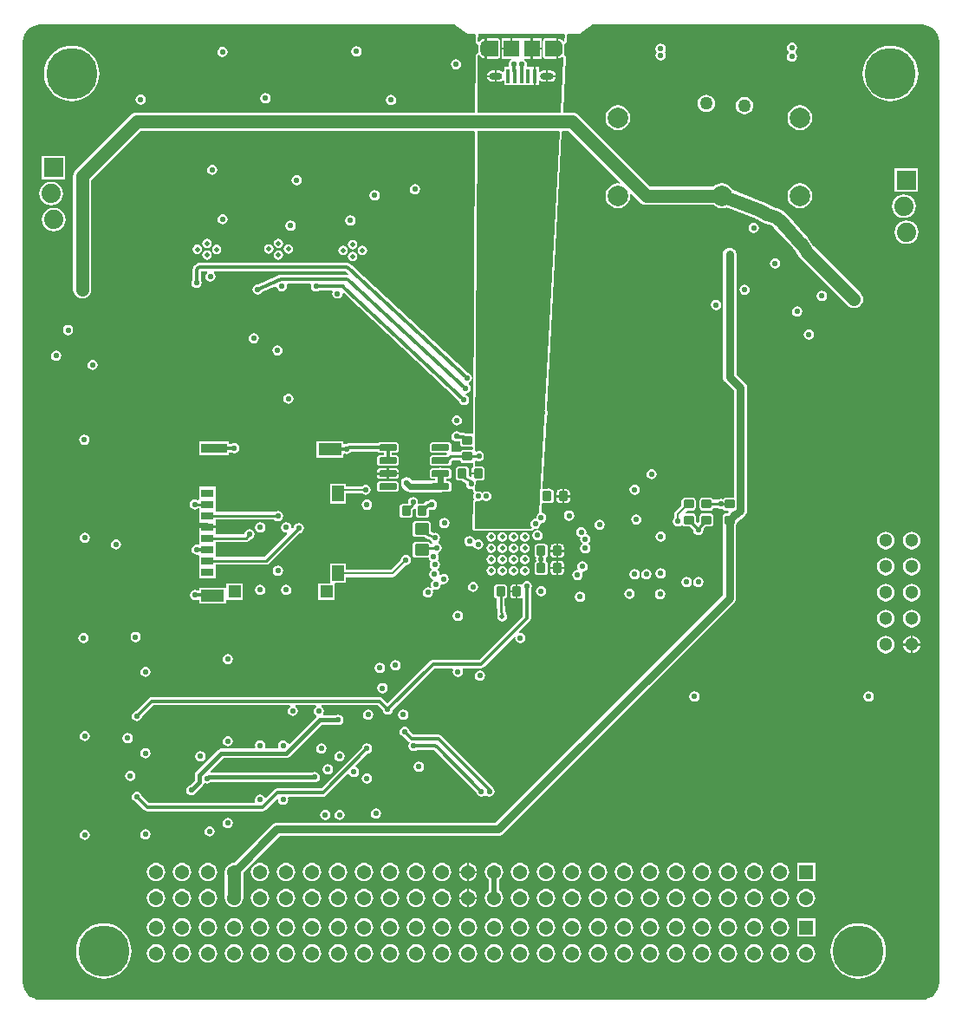
<source format=gbl>
G04*
G04 #@! TF.GenerationSoftware,Altium Limited,Altium Designer,22.6.1 (34)*
G04*
G04 Layer_Physical_Order=4*
G04 Layer_Color=16711680*
%FSLAX25Y25*%
%MOIN*%
G70*
G04*
G04 #@! TF.SameCoordinates,44BA9B1E-1016-45A4-B772-E771DC22F3FE*
G04*
G04*
G04 #@! TF.FilePolarity,Positive*
G04*
G01*
G75*
%ADD12C,0.01968*%
%ADD15C,0.00800*%
%ADD55C,0.07900*%
%ADD63C,0.01968*%
%ADD65C,0.00945*%
%ADD66C,0.01181*%
%ADD67C,0.01070*%
%ADD68C,0.01575*%
%ADD69C,0.01100*%
%ADD70C,0.05000*%
%ADD71C,0.02362*%
G04:AMPARAMS|DCode=91|XSize=34.45mil|YSize=37.4mil|CornerRadius=4.31mil|HoleSize=0mil|Usage=FLASHONLY|Rotation=270.000|XOffset=0mil|YOffset=0mil|HoleType=Round|Shape=RoundedRectangle|*
%AMROUNDEDRECTD91*
21,1,0.03445,0.02879,0,0,270.0*
21,1,0.02584,0.03740,0,0,270.0*
1,1,0.00861,-0.01440,-0.01292*
1,1,0.00861,-0.01440,0.01292*
1,1,0.00861,0.01440,0.01292*
1,1,0.00861,0.01440,-0.01292*
%
%ADD91ROUNDEDRECTD91*%
G04:AMPARAMS|DCode=94|XSize=45.28mil|YSize=55.12mil|CornerRadius=4.98mil|HoleSize=0mil|Usage=FLASHONLY|Rotation=90.000|XOffset=0mil|YOffset=0mil|HoleType=Round|Shape=RoundedRectangle|*
%AMROUNDEDRECTD94*
21,1,0.04528,0.04516,0,0,90.0*
21,1,0.03532,0.05512,0,0,90.0*
1,1,0.00996,0.02258,0.01766*
1,1,0.00996,0.02258,-0.01766*
1,1,0.00996,-0.02258,-0.01766*
1,1,0.00996,-0.02258,0.01766*
%
%ADD94ROUNDEDRECTD94*%
G04:AMPARAMS|DCode=97|XSize=34.45mil|YSize=37.4mil|CornerRadius=4.31mil|HoleSize=0mil|Usage=FLASHONLY|Rotation=0.000|XOffset=0mil|YOffset=0mil|HoleType=Round|Shape=RoundedRectangle|*
%AMROUNDEDRECTD97*
21,1,0.03445,0.02879,0,0,0.0*
21,1,0.02584,0.03740,0,0,0.0*
1,1,0.00861,0.01292,-0.01440*
1,1,0.00861,-0.01292,-0.01440*
1,1,0.00861,-0.01292,0.01440*
1,1,0.00861,0.01292,0.01440*
%
%ADD97ROUNDEDRECTD97*%
%ADD99C,0.03150*%
%ADD101C,0.02000*%
%ADD102R,0.05394X0.05394*%
%ADD103C,0.05394*%
%ADD104C,0.05118*%
%ADD105C,0.07400*%
%ADD106R,0.07400X0.07400*%
%ADD107O,0.03051X0.06102*%
%ADD108O,0.05118X0.02559*%
%ADD109C,0.19685*%
%ADD110C,0.02299*%
%ADD111C,0.02300*%
%ADD112C,0.05000*%
%ADD113C,0.01290*%
%ADD116R,0.05906X0.06102*%
%ADD117R,0.01575X0.05315*%
G04:AMPARAMS|DCode=118|XSize=68.9mil|YSize=23.62mil|CornerRadius=2.95mil|HoleSize=0mil|Usage=FLASHONLY|Rotation=0.000|XOffset=0mil|YOffset=0mil|HoleType=Round|Shape=RoundedRectangle|*
%AMROUNDEDRECTD118*
21,1,0.06890,0.01772,0,0,0.0*
21,1,0.06299,0.02362,0,0,0.0*
1,1,0.00591,0.03150,-0.00886*
1,1,0.00591,-0.03150,-0.00886*
1,1,0.00591,-0.03150,0.00886*
1,1,0.00591,0.03150,0.00886*
%
%ADD118ROUNDEDRECTD118*%
%ADD119R,0.04528X0.05906*%
%ADD120R,0.08661X0.04528*%
%ADD121R,0.04724X0.04567*%
%ADD122R,0.04921X0.04567*%
%ADD123R,0.09843X0.03740*%
%ADD124R,0.04882X0.03150*%
G36*
X867146Y373453D02*
X867011Y370941D01*
X866777Y370828D01*
X866503Y370808D01*
X866479Y370833D01*
X866464Y370865D01*
X866401Y370947D01*
X866384Y370962D01*
X866374Y370981D01*
X866306Y371060D01*
X866289Y371074D01*
X866277Y371092D01*
X866206Y371167D01*
X866188Y371180D01*
X866175Y371199D01*
X866100Y371269D01*
X866082Y371281D01*
X866068Y371299D01*
X865989Y371366D01*
X865970Y371376D01*
X865955Y371393D01*
X865872Y371456D01*
X865841Y371471D01*
X865816Y371495D01*
X865729Y371550D01*
X865643Y371605D01*
X865623Y371613D01*
X865606Y371627D01*
X865516Y371679D01*
X865482Y371690D01*
X865454Y371710D01*
X865359Y371753D01*
X865345Y371757D01*
X865333Y371765D01*
X865239Y371804D01*
X865224Y371807D01*
X865212Y371815D01*
X865117Y371850D01*
X865078Y371857D01*
X865043Y371874D01*
X864940Y371902D01*
X864929Y371903D01*
X864919Y371907D01*
X864820Y371931D01*
X864801Y371932D01*
X864784Y371939D01*
X864682Y371958D01*
X864651Y371958D01*
X864621Y371968D01*
X864620Y371968D01*
Y371140D01*
X864630Y371138D01*
X864728Y371114D01*
X864831Y371087D01*
X864925Y371051D01*
X865020Y371012D01*
X865114Y370969D01*
X865205Y370917D01*
X865291Y370862D01*
X865378Y370807D01*
X865461Y370744D01*
X865539Y370677D01*
X865614Y370606D01*
X865685Y370532D01*
X865752Y370453D01*
X865815Y370370D01*
X865870Y370284D01*
X865925Y370197D01*
X865976Y370106D01*
X866020Y370012D01*
X866059Y369917D01*
X866094Y369823D01*
X866122Y369721D01*
X866146Y369622D01*
X866165Y369520D01*
X866177Y369417D01*
X866185Y369315D01*
X866189Y369213D01*
Y367047D01*
X866185Y366941D01*
X866177Y366839D01*
X866165Y366736D01*
X866146Y366634D01*
X866122Y366535D01*
X866094Y366437D01*
X866059Y366339D01*
X866020Y366244D01*
X865976Y366150D01*
X865925Y366059D01*
X865874Y365972D01*
X865815Y365890D01*
X865752Y365807D01*
X865685Y365728D01*
X865614Y365653D01*
X865539Y365583D01*
X865461Y365516D01*
X865378Y365453D01*
X865295Y365394D01*
X865209Y365342D01*
X865118Y365291D01*
X865024Y365248D01*
X864929Y365209D01*
X864831Y365173D01*
X864732Y365146D01*
X864634Y365122D01*
X864620Y365120D01*
Y364292D01*
X864625Y364292D01*
X864655Y364302D01*
X864686Y364301D01*
X864788Y364321D01*
X864805Y364328D01*
X864824Y364329D01*
X864923Y364352D01*
X864937Y364359D01*
X864952Y364360D01*
X865051Y364388D01*
X865077Y364401D01*
X865107Y364406D01*
X865205Y364441D01*
X865223Y364452D01*
X865243Y364456D01*
X865337Y364495D01*
X865349Y364503D01*
X865364Y364507D01*
X865458Y364550D01*
X865486Y364570D01*
X865520Y364581D01*
X865610Y364632D01*
X865616Y364638D01*
X865624Y364640D01*
X865710Y364691D01*
X865737Y364715D01*
X865769Y364730D01*
X865852Y364789D01*
X865861Y364798D01*
X865872Y364804D01*
X865955Y364867D01*
X865970Y364883D01*
X865989Y364894D01*
X866068Y364961D01*
X866082Y364979D01*
X866100Y364990D01*
X866175Y365061D01*
X866627Y364925D01*
X866685Y364875D01*
X865538Y343530D01*
X833863D01*
X833511Y343885D01*
X833653Y365390D01*
X834098Y365689D01*
X834269Y365625D01*
X834324Y365538D01*
X834379Y365452D01*
X834403Y365427D01*
X834418Y365395D01*
X834481Y365313D01*
X834498Y365298D01*
X834508Y365279D01*
X834575Y365200D01*
X834593Y365186D01*
X834605Y365167D01*
X834676Y365093D01*
X834694Y365080D01*
X834707Y365061D01*
X834782Y364990D01*
X834800Y364979D01*
X834814Y364961D01*
X834893Y364894D01*
X834912Y364883D01*
X834927Y364867D01*
X835010Y364804D01*
X835041Y364789D01*
X835066Y364765D01*
X835153Y364709D01*
X835239Y364654D01*
X835259Y364647D01*
X835276Y364632D01*
X835366Y364581D01*
X835400Y364570D01*
X835428Y364550D01*
X835522Y364507D01*
X835536Y364503D01*
X835548Y364495D01*
X835643Y364456D01*
X835658Y364453D01*
X835670Y364445D01*
X835765Y364409D01*
X835804Y364403D01*
X835839Y364386D01*
X835942Y364358D01*
X835953Y364357D01*
X835963Y364352D01*
X836062Y364329D01*
X836080Y364328D01*
X836098Y364321D01*
X836200Y364301D01*
X836231Y364302D01*
X836261Y364292D01*
X836261Y364292D01*
Y365120D01*
X836252Y365122D01*
X836154Y365146D01*
X836051Y365173D01*
X835957Y365209D01*
X835862Y365248D01*
X835768Y365291D01*
X835677Y365342D01*
X835591Y365398D01*
X835504Y365453D01*
X835421Y365516D01*
X835343Y365583D01*
X835268Y365653D01*
X835197Y365728D01*
X835130Y365807D01*
X835067Y365890D01*
X835012Y365976D01*
X834957Y366063D01*
X834906Y366154D01*
X834862Y366248D01*
X834823Y366342D01*
X834787Y366437D01*
X834760Y366539D01*
X834736Y366638D01*
X834717Y366740D01*
X834705Y366843D01*
X834697Y366945D01*
X834693Y367047D01*
Y369213D01*
X834697Y369319D01*
X834705Y369421D01*
X834717Y369524D01*
X834736Y369626D01*
X834760Y369724D01*
X834787Y369823D01*
X834823Y369921D01*
X834862Y370016D01*
X834906Y370110D01*
X834957Y370201D01*
X835008Y370287D01*
X835067Y370370D01*
X835130Y370453D01*
X835197Y370532D01*
X835268Y370606D01*
X835343Y370677D01*
X835421Y370744D01*
X835504Y370807D01*
X835587Y370866D01*
X835673Y370917D01*
X835764Y370969D01*
X835858Y371012D01*
X835953Y371051D01*
X836051Y371087D01*
X836150Y371114D01*
X836248Y371138D01*
X836261Y371140D01*
Y371968D01*
X836257Y371968D01*
X836227Y371958D01*
X836196Y371958D01*
X836094Y371939D01*
X836077Y371932D01*
X836058Y371931D01*
X835959Y371907D01*
X835945Y371901D01*
X835930Y371900D01*
X835831Y371872D01*
X835804Y371859D01*
X835775Y371854D01*
X835676Y371819D01*
X835659Y371808D01*
X835639Y371804D01*
X835544Y371765D01*
X835532Y371757D01*
X835518Y371753D01*
X835424Y371710D01*
X835396Y371690D01*
X835362Y371679D01*
X835272Y371627D01*
X835266Y371622D01*
X835258Y371620D01*
X835172Y371568D01*
X835145Y371545D01*
X835113Y371530D01*
X835030Y371471D01*
X835021Y371462D01*
X835010Y371456D01*
X834927Y371393D01*
X834912Y371376D01*
X834893Y371366D01*
X834814Y371299D01*
X834800Y371281D01*
X834782Y371269D01*
X834707Y371199D01*
X834694Y371180D01*
X834676Y371167D01*
X834605Y371092D01*
X834593Y371074D01*
X834575Y371060D01*
X834508Y370981D01*
X834498Y370962D01*
X834481Y370947D01*
X834418Y370865D01*
X834412Y370853D01*
X834403Y370844D01*
X834344Y370761D01*
X833950Y370637D01*
X833787Y370648D01*
X833688Y370698D01*
X833708Y373816D01*
X866802D01*
X867146Y373453D01*
D02*
G37*
G36*
X865139Y336107D02*
X857261Y189515D01*
X856924Y189376D01*
X856375Y188827D01*
X856078Y188110D01*
Y187337D01*
X855444D01*
X854728Y187040D01*
X854179Y186491D01*
X853882Y185775D01*
Y184999D01*
X854179Y184282D01*
X854461Y184000D01*
X854254Y183500D01*
X832500D01*
Y184500D01*
X832458Y184542D01*
X832520Y193891D01*
X833022Y194221D01*
X833434Y194050D01*
X834209D01*
X834926Y194347D01*
X835371Y194792D01*
X835816Y194347D01*
X836533Y194050D01*
X837309D01*
X838025Y194347D01*
X838574Y194896D01*
X838871Y195612D01*
Y196388D01*
X838574Y197104D01*
X838025Y197653D01*
X837309Y197950D01*
X836533D01*
X835816Y197653D01*
X835371Y197207D01*
X834926Y197653D01*
X834209Y197950D01*
X833434D01*
X833046Y197789D01*
X832548Y198124D01*
X832562Y200192D01*
X832564Y200195D01*
X832662Y200342D01*
X832784Y200471D01*
X832831Y200593D01*
X832903Y200702D01*
X832938Y200876D01*
X833001Y201042D01*
X832997Y201173D01*
X833022Y201301D01*
X832988Y201475D01*
X832983Y201632D01*
X832985Y201658D01*
X833144Y201978D01*
X833272Y202101D01*
X833328Y202132D01*
X835106D01*
X835586Y202227D01*
X835993Y202499D01*
X836265Y202906D01*
X836361Y203386D01*
Y206265D01*
X836265Y206746D01*
X835993Y207153D01*
X835586Y207425D01*
X835106Y207520D01*
X832965D01*
X832613Y207875D01*
X832623Y209495D01*
X832700Y209577D01*
X833125Y209788D01*
X833677Y209559D01*
X834453D01*
X835170Y209856D01*
X835718Y210404D01*
X836015Y211121D01*
Y211897D01*
X835718Y212613D01*
X835170Y213162D01*
X834453Y213459D01*
X833677D01*
X833148Y213240D01*
X832778Y213402D01*
X832723Y213446D01*
X832650Y213533D01*
X833462Y336470D01*
X864795D01*
X865139Y336107D01*
D02*
G37*
G36*
X665238Y377355D02*
X824643D01*
X829341Y374056D01*
X829474Y373997D01*
X829595Y373917D01*
X829707Y373894D01*
X829812Y373848D01*
X829958Y373844D01*
X830100Y373816D01*
X832538D01*
X832890Y373461D01*
X832872Y370703D01*
X832897Y370574D01*
X832913Y370443D01*
X832927Y370418D01*
X832932Y370391D01*
X833005Y370280D01*
X833070Y370165D01*
X833092Y370148D01*
X833107Y370125D01*
X833217Y370051D01*
X833321Y369970D01*
X833420Y369919D01*
X833422Y369919D01*
X833424Y369917D01*
X833518Y369892D01*
X833657Y369793D01*
X833815Y369584D01*
X833878Y369399D01*
X833882Y369349D01*
X833882Y369348D01*
X833878Y369243D01*
X833880Y369228D01*
X833877Y369213D01*
Y367047D01*
X833880Y367032D01*
X833878Y367016D01*
X833882Y366914D01*
X833840Y366644D01*
X833759Y366431D01*
X833705Y366392D01*
X833644Y366366D01*
X833199Y366068D01*
X833144Y366014D01*
X833080Y365971D01*
X833033Y365902D01*
X832974Y365843D01*
X832945Y365772D01*
X832901Y365708D01*
X832885Y365626D01*
X832853Y365548D01*
X832853Y365471D01*
X832837Y365396D01*
X832695Y343890D01*
X832683Y343877D01*
X832348Y343570D01*
X832255Y343530D01*
X702500D01*
X701586Y343410D01*
X700735Y343057D01*
X700004Y342496D01*
X700004Y342496D01*
X679004Y321496D01*
X678443Y320765D01*
X678090Y319914D01*
X677970Y319000D01*
Y275500D01*
X678090Y274586D01*
X678443Y273735D01*
X679004Y273004D01*
X679735Y272443D01*
X680586Y272090D01*
X681500Y271970D01*
X682414Y272090D01*
X683265Y272443D01*
X683996Y273004D01*
X684557Y273735D01*
X684910Y274586D01*
X685030Y275500D01*
Y317538D01*
X703962Y336470D01*
X832291D01*
X832644Y336115D01*
X831879Y220346D01*
X831445Y220068D01*
X831377Y220060D01*
X830939Y220147D01*
X829114D01*
X828989Y220231D01*
X828368Y220354D01*
X826940D01*
X826906Y220406D01*
X826261Y220836D01*
X825500Y220988D01*
X824739Y220836D01*
X824094Y220406D01*
X823664Y219761D01*
X823512Y219000D01*
X823664Y218239D01*
X824094Y217594D01*
X824739Y217163D01*
X825500Y217012D01*
X826032Y217118D01*
X826070Y217111D01*
X826806D01*
Y216309D01*
X826901Y215828D01*
X827173Y215421D01*
X827580Y215149D01*
X828061Y215054D01*
X830939D01*
X831345Y215135D01*
X831578Y215030D01*
X831843Y214831D01*
X831838Y214172D01*
X831630Y214012D01*
X831336Y213867D01*
X830939Y213946D01*
X828061D01*
X827580Y213851D01*
X827173Y213579D01*
X826901Y213172D01*
X826860Y212965D01*
X823768D01*
X823501Y213465D01*
X823533Y213513D01*
X823618Y213940D01*
Y215712D01*
X823533Y216139D01*
X823291Y216501D01*
X822929Y216743D01*
X822501Y216828D01*
X816202D01*
X815775Y216743D01*
X815412Y216501D01*
X815170Y216139D01*
X815085Y215712D01*
Y213940D01*
X815170Y213513D01*
X815412Y213151D01*
X815775Y212908D01*
X816202Y212823D01*
X821692D01*
X821900Y212323D01*
X821405Y211828D01*
X816202D01*
X815775Y211743D01*
X815412Y211502D01*
X815170Y211139D01*
X815085Y210712D01*
Y208940D01*
X815170Y208513D01*
X815412Y208151D01*
X815775Y207908D01*
X816202Y207823D01*
X822501D01*
X822929Y207908D01*
X823291Y208151D01*
X823533Y208513D01*
X823618Y208940D01*
Y209615D01*
X823837Y209835D01*
X826860D01*
X826901Y209628D01*
X827173Y209221D01*
X827580Y208949D01*
X828061Y208853D01*
X830939D01*
X831304Y208926D01*
X831802Y208648D01*
X831797Y207880D01*
X831797Y207879D01*
X831797Y207878D01*
X831827Y207721D01*
X831857Y207568D01*
X831858Y207567D01*
X831858Y207565D01*
X831945Y207435D01*
X831979Y207382D01*
X831635Y207153D01*
X831363Y206746D01*
X831268Y206265D01*
Y205226D01*
X833814D01*
Y204426D01*
X831268D01*
Y203856D01*
X830768Y203579D01*
X830160Y203959D01*
Y206265D01*
X830064Y206746D01*
X829792Y207153D01*
X829385Y207425D01*
X828905Y207520D01*
X826322D01*
X825841Y207425D01*
X825434Y207153D01*
X825162Y206746D01*
X825067Y206265D01*
Y203386D01*
X825162Y202906D01*
X825434Y202499D01*
X825841Y202227D01*
X826322Y202132D01*
X827178D01*
X829134Y200908D01*
X829093Y200700D01*
X829244Y199939D01*
X829675Y199294D01*
X830320Y198863D01*
X831081Y198712D01*
X831349Y198765D01*
X831735Y198447D01*
X831732Y198129D01*
X831748Y198049D01*
X831748Y197967D01*
X831778Y197894D01*
X831793Y197817D01*
X831837Y197749D01*
X831868Y197673D01*
X831924Y197617D01*
X831968Y197551D01*
X832035Y197505D01*
X832093Y197447D01*
X832335Y197284D01*
X831985Y196761D01*
X831834Y196000D01*
X831985Y195239D01*
X832156Y194984D01*
X832146Y194937D01*
X831947Y194472D01*
X831903Y194405D01*
X831846Y194350D01*
X831814Y194275D01*
X831769Y194208D01*
X831753Y194130D01*
X831721Y194056D01*
X831721Y193976D01*
X831705Y193896D01*
X831643Y184547D01*
X831643Y184544D01*
X831643Y184542D01*
X831673Y184388D01*
X831684Y184331D01*
Y183500D01*
X831746Y183188D01*
X831923Y182923D01*
X832188Y182746D01*
X832500Y182684D01*
X854254D01*
X854566Y182746D01*
X854831Y182923D01*
X855008Y183188D01*
X855151Y183534D01*
X855832Y183399D01*
X856593Y183550D01*
X857238Y183981D01*
X857669Y184626D01*
X857820Y185387D01*
X858252Y185779D01*
X858789Y185886D01*
X859434Y186317D01*
X859865Y186962D01*
X860017Y187723D01*
X859865Y188483D01*
X859434Y189128D01*
X858789Y189559D01*
X858088Y189699D01*
X858266Y193020D01*
X858785Y193350D01*
X859007Y193306D01*
X861591D01*
X862071Y193401D01*
X862478Y193673D01*
X862750Y194080D01*
X862846Y194561D01*
Y197440D01*
X862750Y197920D01*
X862478Y198327D01*
X862071Y198599D01*
X861869Y198639D01*
X861611Y198811D01*
X860850Y198963D01*
X860089Y198811D01*
X859914Y198694D01*
X859072D01*
X858875Y198765D01*
X858589Y199013D01*
X860074Y226650D01*
X860502Y227291D01*
X860653Y228052D01*
X860502Y228813D01*
X860213Y229245D01*
X865953Y336063D01*
X866020Y336153D01*
X866260Y336402D01*
X866389Y336469D01*
X866395Y336470D01*
X868497D01*
X888273Y316693D01*
X888039Y316220D01*
X887500Y316291D01*
X886260Y316128D01*
X885104Y315649D01*
X884112Y314888D01*
X883351Y313896D01*
X882872Y312740D01*
X882709Y311500D01*
X882872Y310260D01*
X883351Y309104D01*
X884112Y308112D01*
X885104Y307351D01*
X886260Y306872D01*
X887500Y306709D01*
X888740Y306872D01*
X889896Y307351D01*
X890888Y308112D01*
X891649Y309104D01*
X892128Y310260D01*
X892291Y311500D01*
X892220Y312039D01*
X892694Y312273D01*
X895963Y309004D01*
X896694Y308443D01*
X897545Y308090D01*
X898459Y307970D01*
X924298D01*
X925105Y307351D01*
X926260Y306872D01*
X927500Y306709D01*
X928740Y306872D01*
X929211Y307067D01*
X940688Y302681D01*
X940693Y302680D01*
X940693Y302680D01*
X940919Y302550D01*
X940981Y302534D01*
X941105Y302483D01*
X942896Y301493D01*
X945143Y300562D01*
X945377Y300465D01*
X945615Y300397D01*
X945831Y300322D01*
X946700Y300055D01*
X946700Y300055D01*
X946696Y300043D01*
X946834Y300016D01*
X946984Y299915D01*
X947359Y299627D01*
X947359Y299627D01*
X947359D01*
X947695Y299261D01*
X954833Y291329D01*
X955031Y291094D01*
X955120Y290961D01*
X955120Y290961D01*
X955145Y290960D01*
X955147Y290957D01*
X956812Y288533D01*
X956814Y288530D01*
X956814Y288529D01*
X956814Y288529D01*
X957788Y287344D01*
X957789Y287345D01*
X957800Y287344D01*
X975399Y269745D01*
X975718Y269330D01*
X976449Y268769D01*
X977300Y268416D01*
X978214Y268296D01*
X978310D01*
X978310Y268296D01*
X979224Y268416D01*
X980075Y268769D01*
X980807Y269330D01*
X981368Y270061D01*
X981720Y270912D01*
X981841Y271826D01*
X981720Y272740D01*
X981368Y273591D01*
X980807Y274322D01*
X980807Y274322D01*
X962955Y292174D01*
X962645Y292546D01*
D01*
X962351Y292939D01*
X961244Y294551D01*
X960972Y294950D01*
X960972Y294952D01*
X960977Y294971D01*
X960979Y294972D01*
X960978Y294973D01*
X960730Y295262D01*
X960694Y295303D01*
X960658Y295335D01*
X960657Y295337D01*
X960405Y295643D01*
X960263Y295850D01*
X952615Y304349D01*
X952521Y304429D01*
X952307Y304689D01*
X951013Y305752D01*
X949536Y306541D01*
X948978Y306710D01*
X948773Y306804D01*
X948383Y306924D01*
X948309Y306948D01*
X947882Y307099D01*
Y307099D01*
X947882Y307099D01*
X946821Y307459D01*
X944839Y308436D01*
X944570Y308616D01*
X944511Y308649D01*
X944304Y308734D01*
X943439Y309197D01*
X943250Y309254D01*
X943208Y309277D01*
X931748Y313656D01*
X931649Y313896D01*
X930888Y314888D01*
X929895Y315649D01*
X928740Y316128D01*
X927500Y316291D01*
X926260Y316128D01*
X925105Y315649D01*
X924298Y315030D01*
X899921D01*
X872455Y342496D01*
X871724Y343057D01*
X870873Y343410D01*
X869959Y343530D01*
X866718D01*
X866374Y343893D01*
X867499Y364831D01*
X867492Y364884D01*
X867498Y364937D01*
X867469Y365040D01*
X867454Y365146D01*
X867427Y365192D01*
X867413Y365243D01*
X867347Y365328D01*
X867292Y365420D01*
X867249Y365452D01*
X867216Y365494D01*
X867158Y365544D01*
X867150Y365548D01*
X867143Y365556D01*
X867134Y365561D01*
X867089Y365588D01*
X866987Y365699D01*
X866872Y365959D01*
X866866Y366155D01*
X866880Y366217D01*
X866908Y366316D01*
X866909Y366331D01*
X866915Y366345D01*
X866939Y366443D01*
X866940Y366462D01*
X866947Y366480D01*
X866966Y366582D01*
X866966Y366613D01*
X866976Y366643D01*
X866987Y366745D01*
X866986Y366761D01*
X866990Y366776D01*
X866998Y366878D01*
X866996Y366895D01*
X867000Y366911D01*
X867004Y367017D01*
X867002Y367032D01*
X867005Y367047D01*
Y369213D01*
X867002Y369228D01*
X867004Y369244D01*
X867000Y369346D01*
X866996Y369362D01*
X866998Y369377D01*
X866990Y369480D01*
X866986Y369495D01*
X866987Y369511D01*
X866976Y369613D01*
X867126Y370081D01*
X867133Y370094D01*
X867367Y370208D01*
X867458Y370276D01*
X867556Y370334D01*
X867584Y370372D01*
X867621Y370400D01*
X867679Y370498D01*
X867747Y370589D01*
X867758Y370634D01*
X867782Y370674D01*
X867797Y370787D01*
X867825Y370898D01*
X867960Y373409D01*
X868027Y373499D01*
X868267Y373749D01*
X868396Y373815D01*
X868402Y373816D01*
X872600D01*
X872742Y373844D01*
X872886Y373847D01*
X872992Y373894D01*
X873105Y373917D01*
X873225Y373997D01*
X873357Y374055D01*
X878016Y377316D01*
X1004490Y377355D01*
X1004513Y377360D01*
X1005770Y377236D01*
X1007000Y376863D01*
X1008134Y376257D01*
X1009129Y375441D01*
X1009945Y374447D01*
X1010551Y373312D01*
X1010924Y372082D01*
X1011048Y370825D01*
X1011043Y370802D01*
Y9050D01*
X1011048Y9027D01*
X1010924Y7770D01*
X1010551Y6539D01*
X1009945Y5405D01*
X1009129Y4411D01*
X1008134Y3595D01*
X1007000Y2989D01*
X1005770Y2616D01*
X1004513Y2492D01*
X1004490Y2497D01*
X665238D01*
X665214Y2492D01*
X663958Y2616D01*
X662727Y2989D01*
X661593Y3595D01*
X660599Y4411D01*
X659783Y5405D01*
X659177Y6539D01*
X658804Y7770D01*
X658680Y9027D01*
X658684Y9050D01*
Y370802D01*
X658680Y370825D01*
X658804Y372082D01*
X659177Y373312D01*
X659783Y374447D01*
X660599Y375441D01*
X661593Y376257D01*
X662727Y376863D01*
X663958Y377236D01*
X665214Y377360D01*
X665238Y377355D01*
D02*
G37*
%LPC*%
G36*
X859516Y372017D02*
X859496D01*
X859184Y371954D01*
X858919Y371778D01*
X858743Y371513D01*
X858680Y371201D01*
Y365079D01*
X858743Y364767D01*
X858919Y364502D01*
X859184Y364325D01*
X859496Y364263D01*
X863820D01*
Y365079D01*
X859496D01*
Y371201D01*
X859516D01*
Y371181D01*
X863820D01*
Y371997D01*
X859615D01*
X859516Y372017D01*
D02*
G37*
G36*
X854778Y371981D02*
Y368530D01*
X858131D01*
Y371981D01*
X854778D01*
D02*
G37*
G36*
X846104D02*
X842751D01*
Y368530D01*
X846104D01*
Y371981D01*
D02*
G37*
G36*
X837061Y370308D02*
Y368130D01*
Y365952D01*
X837063Y365953D01*
X837106Y365972D01*
X837154Y365996D01*
X837197Y366024D01*
X837240Y366055D01*
X837280Y366087D01*
X837319Y366118D01*
X837358Y366154D01*
X837394Y366193D01*
X837425Y366232D01*
X837457Y366272D01*
X837488Y366315D01*
X837516Y366358D01*
X837539Y366406D01*
X837559Y366449D01*
X837579Y366496D01*
X837598Y366547D01*
X837610Y366595D01*
X837626Y366646D01*
X837634Y366697D01*
X837642Y366748D01*
X837646Y366799D01*
Y366850D01*
Y366890D01*
Y369370D01*
Y369409D01*
Y369465D01*
X837642Y369516D01*
X837634Y369567D01*
X837626Y369618D01*
X837614Y369669D01*
X837598Y369717D01*
X837579Y369764D01*
X837559Y369811D01*
X837539Y369858D01*
X837516Y369905D01*
X837488Y369949D01*
X837457Y369988D01*
X837429Y370031D01*
X837394Y370071D01*
X837358Y370106D01*
X837323Y370142D01*
X837284Y370177D01*
X837240Y370205D01*
X837201Y370236D01*
X837158Y370264D01*
X837110Y370287D01*
X837063Y370307D01*
X837061Y370308D01*
D02*
G37*
G36*
X864620D02*
Y368130D01*
Y365952D01*
X864622Y365953D01*
X864669Y365972D01*
X864717Y365996D01*
X864760Y366024D01*
X864799Y366055D01*
X864843Y366083D01*
X864882Y366118D01*
X864917Y366154D01*
X864953Y366189D01*
X864988Y366228D01*
X865016Y366272D01*
X865047Y366311D01*
X865075Y366354D01*
X865098Y366402D01*
X865118Y366449D01*
X865138Y366496D01*
X865158Y366543D01*
X865173Y366590D01*
X865185Y366642D01*
X865193Y366693D01*
X865201Y366744D01*
X865205Y366795D01*
Y366850D01*
Y369409D01*
Y369461D01*
X865201Y369512D01*
X865193Y369563D01*
X865185Y369614D01*
X865169Y369665D01*
X865158Y369713D01*
X865138Y369764D01*
X865118Y369811D01*
X865098Y369854D01*
X865075Y369902D01*
X865047Y369945D01*
X865016Y369988D01*
X864984Y370028D01*
X864953Y370067D01*
X864917Y370106D01*
X864878Y370142D01*
X864839Y370173D01*
X864799Y370205D01*
X864756Y370236D01*
X864713Y370264D01*
X864665Y370287D01*
X864622Y370307D01*
X864620Y370308D01*
D02*
G37*
G36*
X863820Y370308D02*
X863819Y370307D01*
X863776Y370287D01*
X863728Y370264D01*
X863685Y370236D01*
X863642Y370205D01*
X863602Y370173D01*
X863563Y370142D01*
X863524Y370106D01*
X863488Y370067D01*
X863457Y370028D01*
X863425Y369988D01*
X863394Y369945D01*
X863366Y369902D01*
X863342Y369854D01*
X863323Y369811D01*
X863303Y369764D01*
X863284Y369713D01*
X863272Y369665D01*
X863256Y369614D01*
X863248Y369563D01*
X863240Y369512D01*
X863236Y369461D01*
Y369409D01*
Y369370D01*
Y366890D01*
Y366850D01*
Y366795D01*
X863240Y366744D01*
X863248Y366693D01*
X863256Y366642D01*
X863268Y366590D01*
X863284Y366543D01*
X863303Y366496D01*
X863323Y366449D01*
X863342Y366402D01*
X863366Y366354D01*
X863394Y366311D01*
X863425Y366272D01*
X863453Y366228D01*
X863488Y366189D01*
X863524Y366154D01*
X863559Y366118D01*
X863598Y366083D01*
X863642Y366055D01*
X863681Y366024D01*
X863724Y365996D01*
X863772Y365972D01*
X863819Y365953D01*
X863820Y365952D01*
Y368130D01*
Y370308D01*
D02*
G37*
G36*
X836261Y370308D02*
X836260Y370307D01*
X836213Y370287D01*
X836165Y370264D01*
X836122Y370236D01*
X836083Y370205D01*
X836039Y370177D01*
X836000Y370142D01*
X835965Y370106D01*
X835929Y370071D01*
X835894Y370031D01*
X835866Y369988D01*
X835835Y369949D01*
X835807Y369905D01*
X835783Y369858D01*
X835764Y369811D01*
X835744Y369764D01*
X835724Y369717D01*
X835709Y369669D01*
X835697Y369618D01*
X835689Y369567D01*
X835681Y369516D01*
X835677Y369465D01*
Y369409D01*
Y366850D01*
Y366799D01*
X835681Y366748D01*
X835689Y366697D01*
X835697Y366646D01*
X835713Y366595D01*
X835724Y366547D01*
X835744Y366496D01*
X835764Y366449D01*
X835783Y366406D01*
X835807Y366358D01*
X835835Y366315D01*
X835866Y366272D01*
X835898Y366232D01*
X835929Y366193D01*
X835965Y366154D01*
X836004Y366118D01*
X836043Y366087D01*
X836083Y366055D01*
X836126Y366024D01*
X836169Y365996D01*
X836217Y365972D01*
X836260Y365953D01*
X836261Y365952D01*
Y368130D01*
Y370308D01*
D02*
G37*
G36*
X841386Y371997D02*
X837061D01*
Y371181D01*
X841386D01*
Y365059D01*
X841366D01*
Y365079D01*
X837061D01*
Y364263D01*
X841267D01*
X841366Y364243D01*
X841386D01*
X841698Y364305D01*
X841963Y364482D01*
X842139Y364747D01*
X842202Y365059D01*
Y371181D01*
X842139Y371493D01*
X841963Y371758D01*
X841698Y371935D01*
X841386Y371997D01*
D02*
G37*
G36*
X858131Y367730D02*
X854778D01*
Y364279D01*
X858131D01*
Y367730D01*
D02*
G37*
G36*
X850625Y371981D02*
X850257D01*
X850125Y371981D01*
X846904D01*
Y368130D01*
X846504D01*
Y367730D01*
X842751D01*
Y364279D01*
X846560D01*
X846659Y363779D01*
X846346Y363649D01*
X845798Y363101D01*
X845501Y362384D01*
Y361608D01*
X845598Y361373D01*
X845320Y360958D01*
X843735D01*
Y359295D01*
X843235Y359094D01*
X842689Y359459D01*
X841878Y359620D01*
X840998D01*
Y357500D01*
Y355380D01*
X841878D01*
X842689Y355541D01*
X843235Y355906D01*
X843735Y355705D01*
Y354043D01*
X855159D01*
Y357500D01*
Y360958D01*
X852699D01*
X852422Y361373D01*
X852519Y361608D01*
Y362384D01*
X852222Y363101D01*
X851674Y363649D01*
X851360Y363779D01*
X851460Y364279D01*
X853978D01*
Y368130D01*
Y371981D01*
X850757D01*
X850625Y371981D01*
D02*
G37*
G36*
X861563Y359620D02*
X860684D01*
Y357900D01*
X863604D01*
X863522Y358311D01*
X863062Y358999D01*
X862374Y359459D01*
X861563Y359620D01*
D02*
G37*
G36*
X840198D02*
X839319D01*
X838507Y359459D01*
X837820Y358999D01*
X837360Y358311D01*
X837278Y357900D01*
X840198D01*
Y359620D01*
D02*
G37*
G36*
X863604Y357100D02*
X860684D01*
Y355380D01*
X861563D01*
X862374Y355541D01*
X863062Y356001D01*
X863522Y356689D01*
X863604Y357100D01*
D02*
G37*
G36*
X857146Y360958D02*
X855959D01*
Y357500D01*
Y354043D01*
X857146D01*
Y355705D01*
X857646Y355906D01*
X858193Y355541D01*
X859004Y355380D01*
X859883D01*
Y357500D01*
Y359620D01*
X859004D01*
X858193Y359459D01*
X857646Y359094D01*
X857146Y359295D01*
Y360958D01*
D02*
G37*
G36*
X840198Y357100D02*
X837278D01*
X837360Y356689D01*
X837820Y356001D01*
X838507Y355541D01*
X839319Y355380D01*
X840198D01*
Y357100D01*
D02*
G37*
G36*
X787000Y368988D02*
X786239Y368836D01*
X785594Y368406D01*
X785163Y367761D01*
X785012Y367000D01*
X785163Y366239D01*
X785594Y365594D01*
X786239Y365163D01*
X787000Y365012D01*
X787761Y365163D01*
X788406Y365594D01*
X788836Y366239D01*
X788988Y367000D01*
X788836Y367761D01*
X788406Y368406D01*
X787761Y368836D01*
X787000Y368988D01*
D02*
G37*
G36*
X735461Y368842D02*
X734700Y368691D01*
X734055Y368260D01*
X733624Y367615D01*
X733473Y366854D01*
X733624Y366094D01*
X734055Y365449D01*
X734700Y365018D01*
X735461Y364866D01*
X736221Y365018D01*
X736866Y365449D01*
X737297Y366094D01*
X737448Y366854D01*
X737297Y367615D01*
X736866Y368260D01*
X736221Y368691D01*
X735461Y368842D01*
D02*
G37*
G36*
X904000Y369988D02*
X903239Y369836D01*
X902594Y369406D01*
X902164Y368761D01*
X902012Y368000D01*
X902164Y367239D01*
X902491Y366750D01*
X902164Y366261D01*
X902012Y365500D01*
X902164Y364739D01*
X902594Y364094D01*
X903239Y363664D01*
X904000Y363512D01*
X904761Y363664D01*
X905406Y364094D01*
X905836Y364739D01*
X905988Y365500D01*
X905836Y366261D01*
X905509Y366750D01*
X905836Y367239D01*
X905988Y368000D01*
X905836Y368761D01*
X905406Y369406D01*
X904761Y369836D01*
X904000Y369988D01*
D02*
G37*
G36*
X954500Y370488D02*
X953739Y370337D01*
X953094Y369906D01*
X952664Y369261D01*
X952512Y368500D01*
X952664Y367739D01*
X953094Y367094D01*
X953258Y366985D01*
Y366485D01*
X953094Y366375D01*
X952664Y365731D01*
X952512Y364970D01*
X952664Y364209D01*
X953094Y363564D01*
X953739Y363133D01*
X954500Y362982D01*
X955261Y363133D01*
X955906Y363564D01*
X956336Y364209D01*
X956488Y364970D01*
X956336Y365731D01*
X955906Y366375D01*
X955742Y366485D01*
Y366985D01*
X955906Y367094D01*
X956336Y367739D01*
X956488Y368500D01*
X956336Y369261D01*
X955906Y369906D01*
X955261Y370337D01*
X954500Y370488D01*
D02*
G37*
G36*
X825286Y364040D02*
X824526Y363889D01*
X823881Y363457D01*
X823450Y362813D01*
X823298Y362052D01*
X823450Y361291D01*
X823881Y360646D01*
X824526Y360215D01*
X825286Y360064D01*
X826047Y360215D01*
X826692Y360646D01*
X827123Y361291D01*
X827274Y362052D01*
X827123Y362813D01*
X826692Y363457D01*
X826047Y363889D01*
X825286Y364040D01*
D02*
G37*
G36*
X992362Y369254D02*
X990692Y369123D01*
X989063Y368732D01*
X987516Y368091D01*
X986087Y367215D01*
X984813Y366127D01*
X983726Y364854D01*
X982850Y363425D01*
X982209Y361878D01*
X981818Y360249D01*
X981687Y358579D01*
X981818Y356909D01*
X982209Y355280D01*
X982850Y353732D01*
X983726Y352304D01*
X984813Y351030D01*
X986087Y349942D01*
X987516Y349067D01*
X989063Y348426D01*
X990692Y348035D01*
X992362Y347903D01*
X994032Y348035D01*
X995661Y348426D01*
X997209Y349067D01*
X998637Y349942D01*
X999911Y351030D01*
X1000999Y352304D01*
X1001874Y353732D01*
X1002515Y355280D01*
X1002906Y356909D01*
X1003038Y358579D01*
X1002906Y360249D01*
X1002515Y361878D01*
X1001874Y363425D01*
X1000999Y364854D01*
X999911Y366127D01*
X998637Y367215D01*
X997209Y368091D01*
X995661Y368732D01*
X994032Y369123D01*
X992362Y369254D01*
D02*
G37*
G36*
X677404Y369250D02*
X675734Y369119D01*
X674105Y368728D01*
X672557Y368087D01*
X671129Y367211D01*
X669855Y366124D01*
X668767Y364850D01*
X667892Y363421D01*
X667251Y361874D01*
X666860Y360245D01*
X666728Y358575D01*
X666860Y356905D01*
X667251Y355276D01*
X667892Y353728D01*
X668767Y352300D01*
X669855Y351026D01*
X671129Y349938D01*
X672557Y349063D01*
X674105Y348422D01*
X675734Y348031D01*
X677404Y347899D01*
X679074Y348031D01*
X680703Y348422D01*
X682250Y349063D01*
X683679Y349938D01*
X684953Y351026D01*
X686040Y352300D01*
X686916Y353728D01*
X687557Y355276D01*
X687948Y356905D01*
X688079Y358575D01*
X687948Y360245D01*
X687557Y361874D01*
X686916Y363421D01*
X686040Y364850D01*
X684953Y366124D01*
X683679Y367211D01*
X682250Y368087D01*
X680703Y368728D01*
X679074Y369119D01*
X677404Y369250D01*
D02*
G37*
G36*
X752000Y350988D02*
X751239Y350836D01*
X750594Y350406D01*
X750164Y349761D01*
X750012Y349000D01*
X750164Y348239D01*
X750594Y347594D01*
X751239Y347164D01*
X752000Y347012D01*
X752761Y347164D01*
X753406Y347594D01*
X753836Y348239D01*
X753988Y349000D01*
X753836Y349761D01*
X753406Y350406D01*
X752761Y350836D01*
X752000Y350988D01*
D02*
G37*
G36*
X704000Y350488D02*
X703239Y350337D01*
X702594Y349906D01*
X702164Y349261D01*
X702012Y348500D01*
X702164Y347739D01*
X702594Y347094D01*
X703239Y346663D01*
X704000Y346512D01*
X704761Y346663D01*
X705406Y347094D01*
X705836Y347739D01*
X705988Y348500D01*
X705836Y349261D01*
X705406Y349906D01*
X704761Y350337D01*
X704000Y350488D01*
D02*
G37*
G36*
X800214Y350314D02*
X799453Y350163D01*
X798808Y349732D01*
X798377Y349087D01*
X798226Y348326D01*
X798377Y347565D01*
X798808Y346920D01*
X799453Y346489D01*
X800214Y346338D01*
X800975Y346489D01*
X801620Y346920D01*
X802051Y347565D01*
X802202Y348326D01*
X802051Y349087D01*
X801620Y349732D01*
X800975Y350163D01*
X800214Y350314D01*
D02*
G37*
G36*
X921500Y350328D02*
X920638Y350215D01*
X919836Y349883D01*
X919146Y349354D01*
X918617Y348664D01*
X918285Y347862D01*
X918172Y347000D01*
X918285Y346139D01*
X918617Y345336D01*
X919146Y344646D01*
X919836Y344117D01*
X920638Y343785D01*
X921500Y343671D01*
X922361Y343785D01*
X923164Y344117D01*
X923854Y344646D01*
X924383Y345336D01*
X924715Y346139D01*
X924829Y347000D01*
X924715Y347862D01*
X924383Y348664D01*
X923854Y349354D01*
X923164Y349883D01*
X922361Y350215D01*
X921500Y350328D01*
D02*
G37*
G36*
X936193Y349529D02*
X935331Y349415D01*
X934529Y349082D01*
X933839Y348554D01*
X933310Y347864D01*
X932978Y347061D01*
X932864Y346200D01*
X932978Y345339D01*
X933310Y344536D01*
X933839Y343846D01*
X934529Y343318D01*
X935331Y342985D01*
X936193Y342871D01*
X937054Y342985D01*
X937857Y343318D01*
X938546Y343846D01*
X939075Y344536D01*
X939408Y345339D01*
X939521Y346200D01*
X939408Y347061D01*
X939075Y347864D01*
X938546Y348554D01*
X937857Y349082D01*
X937054Y349415D01*
X936193Y349529D01*
D02*
G37*
G36*
X957500Y346291D02*
X956260Y346128D01*
X955105Y345649D01*
X954112Y344888D01*
X953351Y343896D01*
X952872Y342740D01*
X952709Y341500D01*
X952872Y340260D01*
X953351Y339105D01*
X954112Y338112D01*
X955105Y337351D01*
X956260Y336872D01*
X957500Y336709D01*
X958740Y336872D01*
X959896Y337351D01*
X960888Y338112D01*
X961649Y339105D01*
X962128Y340260D01*
X962291Y341500D01*
X962128Y342740D01*
X961649Y343896D01*
X960888Y344888D01*
X959896Y345649D01*
X958740Y346128D01*
X957500Y346291D01*
D02*
G37*
G36*
X887500D02*
X886260Y346128D01*
X885104Y345649D01*
X884112Y344888D01*
X883351Y343896D01*
X882872Y342740D01*
X882709Y341500D01*
X882872Y340260D01*
X883351Y339105D01*
X884112Y338112D01*
X885104Y337351D01*
X886260Y336872D01*
X887500Y336709D01*
X888740Y336872D01*
X889896Y337351D01*
X890888Y338112D01*
X891649Y339105D01*
X892128Y340260D01*
X892291Y341500D01*
X892128Y342740D01*
X891649Y343896D01*
X890888Y344888D01*
X889896Y345649D01*
X888740Y346128D01*
X887500Y346291D01*
D02*
G37*
G36*
X731500Y323488D02*
X730739Y323337D01*
X730094Y322906D01*
X729664Y322261D01*
X729512Y321500D01*
X729664Y320739D01*
X730094Y320094D01*
X730739Y319664D01*
X731500Y319512D01*
X732261Y319664D01*
X732906Y320094D01*
X733336Y320739D01*
X733488Y321500D01*
X733336Y322261D01*
X732906Y322906D01*
X732261Y323337D01*
X731500Y323488D01*
D02*
G37*
G36*
X675030Y326870D02*
X666030D01*
Y317870D01*
X675030D01*
Y326870D01*
D02*
G37*
G36*
X764000Y319488D02*
X763239Y319337D01*
X762594Y318906D01*
X762163Y318261D01*
X762012Y317500D01*
X762163Y316739D01*
X762594Y316094D01*
X763239Y315664D01*
X764000Y315512D01*
X764761Y315664D01*
X765406Y316094D01*
X765836Y316739D01*
X765988Y317500D01*
X765836Y318261D01*
X765406Y318906D01*
X764761Y319337D01*
X764000Y319488D01*
D02*
G37*
G36*
X1003000Y322000D02*
X994000D01*
Y313000D01*
X1003000D01*
Y322000D01*
D02*
G37*
G36*
X809500Y315988D02*
X808739Y315837D01*
X808094Y315406D01*
X807664Y314761D01*
X807512Y314000D01*
X807664Y313239D01*
X808094Y312594D01*
X808739Y312163D01*
X809500Y312012D01*
X810261Y312163D01*
X810906Y312594D01*
X811337Y313239D01*
X811488Y314000D01*
X811337Y314761D01*
X810906Y315406D01*
X810261Y315837D01*
X809500Y315988D01*
D02*
G37*
G36*
X794000Y313667D02*
X793239Y313516D01*
X792594Y313085D01*
X792164Y312440D01*
X792012Y311680D01*
X792164Y310919D01*
X792594Y310274D01*
X793239Y309843D01*
X794000Y309692D01*
X794761Y309843D01*
X795406Y310274D01*
X795836Y310919D01*
X795988Y311680D01*
X795836Y312440D01*
X795406Y313085D01*
X794761Y313516D01*
X794000Y313667D01*
D02*
G37*
G36*
X669530Y316909D02*
X668355Y316754D01*
X667261Y316301D01*
X666321Y315579D01*
X665599Y314639D01*
X665146Y313545D01*
X664991Y312370D01*
X665146Y311195D01*
X665599Y310101D01*
X666321Y309161D01*
X667261Y308439D01*
X668355Y307986D01*
X669530Y307831D01*
X670705Y307986D01*
X671799Y308439D01*
X672739Y309161D01*
X673461Y310101D01*
X673914Y311195D01*
X674069Y312370D01*
X673914Y313545D01*
X673461Y314639D01*
X672739Y315579D01*
X671799Y316301D01*
X670705Y316754D01*
X669530Y316909D01*
D02*
G37*
G36*
X957500Y316291D02*
X956260Y316128D01*
X955105Y315649D01*
X954112Y314888D01*
X953351Y313896D01*
X952872Y312740D01*
X952709Y311500D01*
X952872Y310260D01*
X953351Y309104D01*
X954112Y308112D01*
X955105Y307351D01*
X956260Y306872D01*
X957500Y306709D01*
X958740Y306872D01*
X959896Y307351D01*
X960888Y308112D01*
X961649Y309104D01*
X962128Y310260D01*
X962291Y311500D01*
X962128Y312740D01*
X961649Y313896D01*
X960888Y314888D01*
X959896Y315649D01*
X958740Y316128D01*
X957500Y316291D01*
D02*
G37*
G36*
X997500Y312039D02*
X996325Y311884D01*
X995231Y311431D01*
X994291Y310709D01*
X993569Y309769D01*
X993116Y308675D01*
X992961Y307500D01*
X993116Y306325D01*
X993569Y305231D01*
X994291Y304291D01*
X995231Y303569D01*
X996325Y303116D01*
X997500Y302961D01*
X998675Y303116D01*
X999769Y303569D01*
X1000709Y304291D01*
X1001431Y305231D01*
X1001884Y306325D01*
X1002039Y307500D01*
X1001884Y308675D01*
X1001431Y309769D01*
X1000709Y310709D01*
X999769Y311431D01*
X998675Y311884D01*
X997500Y312039D01*
D02*
G37*
G36*
X735500Y304488D02*
X734739Y304337D01*
X734094Y303906D01*
X733664Y303261D01*
X733512Y302500D01*
X733664Y301739D01*
X734094Y301094D01*
X734739Y300663D01*
X735500Y300512D01*
X736261Y300663D01*
X736906Y301094D01*
X737336Y301739D01*
X737488Y302500D01*
X737336Y303261D01*
X736906Y303906D01*
X736261Y304337D01*
X735500Y304488D01*
D02*
G37*
G36*
X784688Y303988D02*
X783927Y303836D01*
X783282Y303406D01*
X782851Y302761D01*
X782700Y302000D01*
X782851Y301239D01*
X783282Y300594D01*
X783927Y300164D01*
X784688Y300012D01*
X785449Y300164D01*
X786093Y300594D01*
X786524Y301239D01*
X786676Y302000D01*
X786524Y302761D01*
X786093Y303406D01*
X785449Y303836D01*
X784688Y303988D01*
D02*
G37*
G36*
X761677Y301990D02*
X760917Y301839D01*
X760272Y301408D01*
X759841Y300763D01*
X759689Y300003D01*
X759841Y299242D01*
X760272Y298597D01*
X760917Y298166D01*
X761677Y298015D01*
X762438Y298166D01*
X763083Y298597D01*
X763514Y299242D01*
X763665Y300003D01*
X763514Y300763D01*
X763083Y301408D01*
X762438Y301839D01*
X761677Y301990D01*
D02*
G37*
G36*
X670530Y306909D02*
X669355Y306754D01*
X668261Y306301D01*
X667321Y305579D01*
X666599Y304639D01*
X666146Y303545D01*
X665991Y302370D01*
X666146Y301195D01*
X666599Y300101D01*
X667321Y299161D01*
X668261Y298439D01*
X669355Y297986D01*
X670530Y297831D01*
X671705Y297986D01*
X672799Y298439D01*
X673739Y299161D01*
X674461Y300101D01*
X674914Y301195D01*
X675069Y302370D01*
X674914Y303545D01*
X674461Y304639D01*
X673739Y305579D01*
X672799Y306301D01*
X671705Y306754D01*
X670530Y306909D01*
D02*
G37*
G36*
X939758Y301126D02*
X938997Y300975D01*
X938352Y300544D01*
X937921Y299899D01*
X937770Y299138D01*
X937921Y298377D01*
X938352Y297732D01*
X938997Y297301D01*
X939758Y297149D01*
X940519Y297301D01*
X941164Y297732D01*
X941595Y298377D01*
X941746Y299138D01*
X941595Y299899D01*
X941164Y300544D01*
X940519Y300975D01*
X939758Y301126D01*
D02*
G37*
G36*
X998500Y302039D02*
X997325Y301884D01*
X996231Y301431D01*
X995291Y300709D01*
X994569Y299769D01*
X994116Y298675D01*
X993961Y297500D01*
X994116Y296325D01*
X994569Y295231D01*
X995291Y294291D01*
X996231Y293569D01*
X997325Y293116D01*
X998500Y292961D01*
X999675Y293116D01*
X1000769Y293569D01*
X1001709Y294291D01*
X1002431Y295231D01*
X1002884Y296325D01*
X1003039Y297500D01*
X1002884Y298675D01*
X1002431Y299769D01*
X1001709Y300709D01*
X1000769Y301431D01*
X999675Y301884D01*
X998500Y302039D01*
D02*
G37*
G36*
X757000Y295083D02*
X756304Y294945D01*
X755714Y294550D01*
X755319Y293960D01*
X755181Y293264D01*
X755319Y292568D01*
X755714Y291977D01*
X756304Y291583D01*
X757000Y291445D01*
X757696Y291583D01*
X758286Y291977D01*
X758681Y292568D01*
X758819Y293264D01*
X758681Y293960D01*
X758286Y294550D01*
X757696Y294945D01*
X757000Y295083D01*
D02*
G37*
G36*
X729468Y295020D02*
X728772Y294882D01*
X728182Y294487D01*
X727788Y293897D01*
X727649Y293201D01*
X727788Y292505D01*
X728182Y291914D01*
X728772Y291520D01*
X729468Y291382D01*
X730165Y291520D01*
X730755Y291914D01*
X731149Y292505D01*
X731288Y293201D01*
X731149Y293897D01*
X730755Y294487D01*
X730165Y294882D01*
X729468Y295020D01*
D02*
G37*
G36*
X785500Y294583D02*
X784804Y294444D01*
X784214Y294050D01*
X783819Y293460D01*
X783681Y292764D01*
X783819Y292068D01*
X784214Y291477D01*
X784804Y291083D01*
X785500Y290945D01*
X786196Y291083D01*
X786786Y291477D01*
X787181Y292068D01*
X787319Y292764D01*
X787181Y293460D01*
X786786Y294050D01*
X786196Y294444D01*
X785500Y294583D01*
D02*
G37*
G36*
X760740Y292819D02*
X760044Y292681D01*
X759454Y292286D01*
X759059Y291696D01*
X758921Y291000D01*
X759059Y290304D01*
X759454Y289714D01*
X760044Y289319D01*
X760740Y289181D01*
X761436Y289319D01*
X762027Y289714D01*
X762421Y290304D01*
X762559Y291000D01*
X762421Y291696D01*
X762027Y292286D01*
X761436Y292681D01*
X760740Y292819D01*
D02*
G37*
G36*
X753260D02*
X752564Y292681D01*
X751973Y292286D01*
X751579Y291696D01*
X751441Y291000D01*
X751579Y290304D01*
X751973Y289714D01*
X752564Y289319D01*
X753260Y289181D01*
X753956Y289319D01*
X754546Y289714D01*
X754941Y290304D01*
X755079Y291000D01*
X754941Y291696D01*
X754546Y292286D01*
X753956Y292681D01*
X753260Y292819D01*
D02*
G37*
G36*
X733209Y292756D02*
X732513Y292618D01*
X731922Y292223D01*
X731528Y291633D01*
X731390Y290937D01*
X731528Y290241D01*
X731922Y289651D01*
X732513Y289256D01*
X733209Y289118D01*
X733905Y289256D01*
X734495Y289651D01*
X734889Y290241D01*
X735028Y290937D01*
X734889Y291633D01*
X734495Y292223D01*
X733905Y292618D01*
X733209Y292756D01*
D02*
G37*
G36*
X725728D02*
X725032Y292618D01*
X724442Y292223D01*
X724048Y291633D01*
X723909Y290937D01*
X724048Y290241D01*
X724442Y289651D01*
X725032Y289256D01*
X725728Y289118D01*
X726425Y289256D01*
X727015Y289651D01*
X727409Y290241D01*
X727548Y290937D01*
X727409Y291633D01*
X727015Y292223D01*
X726425Y292618D01*
X725728Y292756D01*
D02*
G37*
G36*
X789240Y292319D02*
X788544Y292181D01*
X787954Y291786D01*
X787559Y291196D01*
X787421Y290500D01*
X787559Y289804D01*
X787954Y289214D01*
X788544Y288819D01*
X789240Y288681D01*
X789936Y288819D01*
X790526Y289214D01*
X790921Y289804D01*
X791059Y290500D01*
X790921Y291196D01*
X790526Y291786D01*
X789936Y292181D01*
X789240Y292319D01*
D02*
G37*
G36*
X781760D02*
X781064Y292181D01*
X780474Y291786D01*
X780079Y291196D01*
X779941Y290500D01*
X780079Y289804D01*
X780474Y289214D01*
X781064Y288819D01*
X781760Y288681D01*
X782456Y288819D01*
X783046Y289214D01*
X783441Y289804D01*
X783579Y290500D01*
X783441Y291196D01*
X783046Y291786D01*
X782456Y292181D01*
X781760Y292319D01*
D02*
G37*
G36*
X757000Y290555D02*
X756304Y290417D01*
X755714Y290023D01*
X755319Y289432D01*
X755181Y288736D01*
X755319Y288040D01*
X755714Y287450D01*
X756304Y287055D01*
X757000Y286917D01*
X757696Y287055D01*
X758286Y287450D01*
X758681Y288040D01*
X758819Y288736D01*
X758681Y289432D01*
X758286Y290023D01*
X757696Y290417D01*
X757000Y290555D01*
D02*
G37*
G36*
X729468Y290492D02*
X728772Y290354D01*
X728182Y289960D01*
X727788Y289369D01*
X727649Y288673D01*
X727788Y287977D01*
X728182Y287387D01*
X728772Y286993D01*
X729468Y286854D01*
X730165Y286993D01*
X730755Y287387D01*
X731149Y287977D01*
X731288Y288673D01*
X731149Y289369D01*
X730755Y289960D01*
X730165Y290354D01*
X729468Y290492D01*
D02*
G37*
G36*
X785500Y290055D02*
X784804Y289917D01*
X784214Y289523D01*
X783819Y288932D01*
X783681Y288236D01*
X783819Y287540D01*
X784214Y286950D01*
X784804Y286556D01*
X785500Y286417D01*
X786196Y286556D01*
X786786Y286950D01*
X787181Y287540D01*
X787319Y288236D01*
X787181Y288932D01*
X786786Y289523D01*
X786196Y289917D01*
X785500Y290055D01*
D02*
G37*
G36*
X782918Y285748D02*
X782918Y285748D01*
X782918Y285748D01*
X726783D01*
X726783Y285748D01*
X726783Y285748D01*
X726668Y285744D01*
X726539Y285708D01*
X726059Y285645D01*
X725385Y285366D01*
X724806Y284922D01*
X724362Y284343D01*
X724083Y283668D01*
X724015Y283152D01*
X723981Y282998D01*
X723901Y279116D01*
X723664Y278761D01*
X723512Y278000D01*
X723664Y277239D01*
X724094Y276594D01*
X724739Y276164D01*
X725500Y276012D01*
X726261Y276164D01*
X726906Y276594D01*
X727337Y277239D01*
X727488Y278000D01*
X727337Y278761D01*
X727144Y279049D01*
X727215Y282504D01*
X729374D01*
X729526Y282004D01*
X729378Y281906D01*
X728947Y281261D01*
X728796Y280500D01*
X728947Y279739D01*
X729378Y279094D01*
X730023Y278663D01*
X730784Y278512D01*
X731544Y278663D01*
X732189Y279094D01*
X732620Y279739D01*
X732771Y280500D01*
X732620Y281261D01*
X732189Y281906D01*
X732041Y282004D01*
X732193Y282504D01*
X782744D01*
X783972Y281369D01*
X783967Y281352D01*
X783717Y280925D01*
X783230Y280989D01*
X783122Y281010D01*
Y281010D01*
X783122Y281010D01*
X764819D01*
X758358Y281121D01*
X758349Y281119D01*
X758284Y281128D01*
X757153Y280979D01*
X756631Y280763D01*
X756458Y280721D01*
X749307Y277427D01*
X749000Y277488D01*
X748239Y277337D01*
X747594Y276906D01*
X747163Y276261D01*
X747012Y275500D01*
X747163Y274739D01*
X747594Y274094D01*
X748239Y273663D01*
X749000Y273512D01*
X749761Y273663D01*
X750406Y274094D01*
X750664Y274481D01*
X755846Y276869D01*
X756339Y276545D01*
X756447Y275999D01*
X756878Y275354D01*
X757523Y274923D01*
X758284Y274772D01*
X759044Y274923D01*
X759689Y275354D01*
X760120Y275999D01*
X760271Y276760D01*
X760155Y277346D01*
X760461Y277841D01*
X764277Y277775D01*
X764304Y277772D01*
X764780Y277712D01*
X764780Y277712D01*
Y277712D01*
X764805Y277767D01*
X765274Y277767D01*
X769235D01*
X769523Y277267D01*
X769400Y276648D01*
X769551Y275887D01*
X769982Y275242D01*
X770627Y274812D01*
X771388Y274660D01*
X772148Y274812D01*
X772523Y275062D01*
X777516D01*
X777804Y274562D01*
X777681Y273944D01*
X777832Y273183D01*
X778263Y272538D01*
X778908Y272107D01*
X779669Y271956D01*
X780429Y272107D01*
X781074Y272538D01*
X781505Y273183D01*
X781647Y273898D01*
X781819Y274009D01*
X782129Y274132D01*
X826447Y232546D01*
X826511Y232226D01*
X826942Y231581D01*
X827586Y231151D01*
X828347Y230999D01*
X829108Y231151D01*
X829753Y231581D01*
X830184Y232226D01*
X830335Y232987D01*
X830184Y233748D01*
X829753Y234393D01*
X829108Y234823D01*
X828882Y234869D01*
X828775Y235047D01*
X828886Y235276D01*
X829071Y235526D01*
X829761Y235664D01*
X830406Y236094D01*
X830836Y236739D01*
X830988Y237500D01*
X830836Y238261D01*
X830406Y238906D01*
X830086Y239119D01*
X830192Y239650D01*
X830261Y239664D01*
X830906Y240094D01*
X831336Y240739D01*
X831488Y241500D01*
X831336Y242261D01*
X830906Y242906D01*
X830261Y243337D01*
X829804Y243427D01*
X785224Y284628D01*
X784921Y284966D01*
X784920Y284983D01*
X784729Y285092D01*
X784514Y285217D01*
X784392Y285308D01*
X784316Y285366D01*
X784083Y285462D01*
X783642Y285645D01*
X783162Y285708D01*
X783034Y285744D01*
X782919Y285748D01*
X782918Y285748D01*
D02*
G37*
G36*
X947988Y287488D02*
X947227Y287336D01*
X946582Y286906D01*
X946151Y286261D01*
X946000Y285500D01*
X946151Y284739D01*
X946582Y284094D01*
X947227Y283664D01*
X947988Y283512D01*
X948748Y283664D01*
X949393Y284094D01*
X949824Y284739D01*
X949976Y285500D01*
X949824Y286261D01*
X949393Y286906D01*
X948748Y287336D01*
X947988Y287488D01*
D02*
G37*
G36*
X936258Y277376D02*
X935497Y277225D01*
X934852Y276794D01*
X934421Y276149D01*
X934270Y275388D01*
X934421Y274627D01*
X934852Y273982D01*
X935497Y273551D01*
X936258Y273399D01*
X937019Y273551D01*
X937664Y273982D01*
X938095Y274627D01*
X938246Y275388D01*
X938095Y276149D01*
X937664Y276794D01*
X937019Y277225D01*
X936258Y277376D01*
D02*
G37*
G36*
X966000Y274988D02*
X965239Y274836D01*
X964594Y274406D01*
X964163Y273761D01*
X964012Y273000D01*
X964163Y272239D01*
X964594Y271594D01*
X965239Y271164D01*
X966000Y271012D01*
X966761Y271164D01*
X967406Y271594D01*
X967836Y272239D01*
X967988Y273000D01*
X967836Y273761D01*
X967406Y274406D01*
X966761Y274836D01*
X966000Y274988D01*
D02*
G37*
G36*
X925294Y271550D02*
X924533Y271398D01*
X923888Y270967D01*
X923458Y270322D01*
X923306Y269562D01*
X923458Y268801D01*
X923888Y268156D01*
X924533Y267725D01*
X925294Y267574D01*
X926055Y267725D01*
X926700Y268156D01*
X927131Y268801D01*
X927282Y269562D01*
X927131Y270322D01*
X926700Y270967D01*
X926055Y271398D01*
X925294Y271550D01*
D02*
G37*
G36*
X956500Y268988D02*
X955739Y268837D01*
X955094Y268406D01*
X954663Y267761D01*
X954512Y267000D01*
X954663Y266239D01*
X955094Y265594D01*
X955739Y265163D01*
X956500Y265012D01*
X957261Y265163D01*
X957906Y265594D01*
X958337Y266239D01*
X958488Y267000D01*
X958337Y267761D01*
X957906Y268406D01*
X957261Y268837D01*
X956500Y268988D01*
D02*
G37*
G36*
X676042Y261893D02*
X675281Y261741D01*
X674636Y261310D01*
X674205Y260665D01*
X674053Y259904D01*
X674205Y259143D01*
X674636Y258499D01*
X675281Y258067D01*
X676042Y257916D01*
X676803Y258067D01*
X677448Y258499D01*
X677879Y259143D01*
X678030Y259904D01*
X677879Y260665D01*
X677448Y261310D01*
X676803Y261741D01*
X676042Y261893D01*
D02*
G37*
G36*
X961000Y260161D02*
X960239Y260010D01*
X959594Y259579D01*
X959163Y258934D01*
X959012Y258173D01*
X959163Y257413D01*
X959594Y256768D01*
X960239Y256337D01*
X961000Y256185D01*
X961761Y256337D01*
X962406Y256768D01*
X962836Y257413D01*
X962988Y258173D01*
X962836Y258934D01*
X962406Y259579D01*
X961761Y260010D01*
X961000Y260161D01*
D02*
G37*
G36*
X747469Y258755D02*
X746708Y258604D01*
X746063Y258173D01*
X745632Y257528D01*
X745481Y256768D01*
X745632Y256007D01*
X746063Y255362D01*
X746708Y254931D01*
X747469Y254780D01*
X748229Y254931D01*
X748874Y255362D01*
X749305Y256007D01*
X749456Y256768D01*
X749305Y257528D01*
X748874Y258173D01*
X748229Y258604D01*
X747469Y258755D01*
D02*
G37*
G36*
X756547Y254053D02*
X755787Y253902D01*
X755142Y253471D01*
X754711Y252826D01*
X754560Y252065D01*
X754711Y251304D01*
X755142Y250659D01*
X755787Y250229D01*
X756547Y250077D01*
X757308Y250229D01*
X757953Y250659D01*
X758384Y251304D01*
X758535Y252065D01*
X758384Y252826D01*
X757953Y253471D01*
X757308Y253902D01*
X756547Y254053D01*
D02*
G37*
G36*
X671500Y251988D02*
X670739Y251836D01*
X670094Y251406D01*
X669663Y250761D01*
X669512Y250000D01*
X669663Y249239D01*
X670094Y248594D01*
X670739Y248164D01*
X671500Y248012D01*
X672261Y248164D01*
X672906Y248594D01*
X673337Y249239D01*
X673488Y250000D01*
X673337Y250761D01*
X672906Y251406D01*
X672261Y251836D01*
X671500Y251988D01*
D02*
G37*
G36*
X685500Y248488D02*
X684739Y248337D01*
X684094Y247906D01*
X683664Y247261D01*
X683512Y246500D01*
X683664Y245739D01*
X684094Y245094D01*
X684739Y244664D01*
X685500Y244512D01*
X686261Y244664D01*
X686906Y245094D01*
X687336Y245739D01*
X687488Y246500D01*
X687336Y247261D01*
X686906Y247906D01*
X686261Y248337D01*
X685500Y248488D01*
D02*
G37*
G36*
X760856Y235519D02*
X760095Y235368D01*
X759450Y234937D01*
X759019Y234292D01*
X758868Y233531D01*
X759019Y232771D01*
X759450Y232126D01*
X760095Y231695D01*
X760856Y231544D01*
X761616Y231695D01*
X762261Y232126D01*
X762692Y232771D01*
X762843Y233531D01*
X762692Y234292D01*
X762261Y234937D01*
X761616Y235368D01*
X760856Y235519D01*
D02*
G37*
G36*
X825572Y227168D02*
X824811Y227016D01*
X824166Y226585D01*
X823735Y225940D01*
X823584Y225180D01*
X823735Y224419D01*
X824166Y223774D01*
X824811Y223343D01*
X825572Y223191D01*
X826333Y223343D01*
X826978Y223774D01*
X827409Y224419D01*
X827560Y225180D01*
X827409Y225940D01*
X826978Y226585D01*
X826333Y227016D01*
X825572Y227168D01*
D02*
G37*
G36*
X682328Y219735D02*
X681567Y219584D01*
X680923Y219153D01*
X680492Y218508D01*
X680340Y217747D01*
X680492Y216987D01*
X680923Y216342D01*
X681567Y215911D01*
X682328Y215759D01*
X683089Y215911D01*
X683734Y216342D01*
X684165Y216987D01*
X684316Y217747D01*
X684165Y218508D01*
X683734Y219153D01*
X683089Y219584D01*
X682328Y219735D01*
D02*
G37*
G36*
X737896Y217020D02*
X726453D01*
Y211680D01*
X737896D01*
Y212878D01*
X738918D01*
X739239Y212664D01*
X740000Y212512D01*
X740761Y212664D01*
X741406Y213094D01*
X741837Y213739D01*
X741988Y214500D01*
X741837Y215261D01*
X741406Y215906D01*
X740761Y216336D01*
X740000Y216488D01*
X739239Y216336D01*
X738918Y216122D01*
X737896D01*
Y217020D01*
D02*
G37*
G36*
X781911D02*
X771650D01*
Y210892D01*
X781911D01*
Y212100D01*
X782411Y212368D01*
X782496Y212311D01*
X783257Y212159D01*
X784018Y212311D01*
X784663Y212742D01*
X784972Y213204D01*
X795101D01*
X795137Y213151D01*
X795499Y212908D01*
X795926Y212823D01*
X797454D01*
Y211828D01*
X795926D01*
X795499Y211743D01*
X795137Y211502D01*
X794895Y211139D01*
X794810Y210712D01*
Y208940D01*
X794895Y208513D01*
X795137Y208151D01*
X795499Y207908D01*
X795926Y207823D01*
X802226D01*
X802653Y207908D01*
X803015Y208151D01*
X803257Y208513D01*
X803342Y208940D01*
Y210712D01*
X803257Y211139D01*
X803015Y211502D01*
X802653Y211743D01*
X802226Y211828D01*
X800698D01*
Y212823D01*
X802226D01*
X802653Y212908D01*
X803015Y213151D01*
X803257Y213513D01*
X803342Y213940D01*
Y215712D01*
X803257Y216139D01*
X803015Y216501D01*
X802653Y216743D01*
X802226Y216828D01*
X795926D01*
X795499Y216743D01*
X795137Y216501D01*
X795101Y216448D01*
X784238D01*
X783618Y216324D01*
X783317Y216123D01*
X783257Y216135D01*
X782496Y215984D01*
X782411Y215927D01*
X781911Y216194D01*
Y217020D01*
D02*
G37*
G36*
X802226Y206828D02*
X799476D01*
Y205226D01*
X803342D01*
Y205712D01*
X803257Y206139D01*
X803015Y206502D01*
X802653Y206744D01*
X802226Y206828D01*
D02*
G37*
G36*
X798676D02*
X795926D01*
X795499Y206744D01*
X795137Y206502D01*
X794895Y206139D01*
X794810Y205712D01*
Y205226D01*
X798676D01*
Y206828D01*
D02*
G37*
G36*
X803342Y204426D02*
X799476D01*
Y202823D01*
X802226D01*
X802653Y202908D01*
X803015Y203151D01*
X803257Y203513D01*
X803342Y203940D01*
Y204426D01*
D02*
G37*
G36*
X798676D02*
X794810D01*
Y203940D01*
X794895Y203513D01*
X795137Y203151D01*
X795499Y202908D01*
X795926Y202823D01*
X798676D01*
Y204426D01*
D02*
G37*
G36*
X900500Y206488D02*
X899739Y206336D01*
X899094Y205906D01*
X898664Y205261D01*
X898512Y204500D01*
X898664Y203739D01*
X899094Y203094D01*
X899739Y202663D01*
X900500Y202512D01*
X901261Y202663D01*
X901906Y203094D01*
X902337Y203739D01*
X902488Y204500D01*
X902337Y205261D01*
X901906Y205906D01*
X901261Y206336D01*
X900500Y206488D01*
D02*
G37*
G36*
X819352Y207050D02*
X818501Y206880D01*
X818423Y206828D01*
X816202D01*
X815775Y206744D01*
X815412Y206502D01*
X815170Y206139D01*
X815085Y205712D01*
Y203940D01*
X815170Y203513D01*
X815412Y203151D01*
X815775Y202908D01*
X816202Y202823D01*
X817128D01*
Y202050D01*
X808478D01*
X807831Y202696D01*
X807110Y203179D01*
X806258Y203348D01*
X805408Y203179D01*
X804686Y202696D01*
X804204Y201975D01*
X804035Y201124D01*
X804204Y200273D01*
X804686Y199551D01*
X805984Y198254D01*
X805984Y198254D01*
X806705Y197771D01*
X807557Y197602D01*
X819352D01*
X820203Y197771D01*
X820280Y197823D01*
X822501D01*
X822929Y197908D01*
X823291Y198151D01*
X823533Y198513D01*
X823618Y198940D01*
Y200712D01*
X823533Y201139D01*
X823291Y201501D01*
X822929Y201744D01*
X822501Y201829D01*
X821575D01*
Y202823D01*
X822501D01*
X822929Y202908D01*
X823291Y203151D01*
X823533Y203513D01*
X823618Y203940D01*
Y205712D01*
X823533Y206139D01*
X823291Y206502D01*
X822929Y206744D01*
X822501Y206828D01*
X820280D01*
X820203Y206880D01*
X819352Y207050D01*
D02*
G37*
G36*
X802226Y201829D02*
X795926D01*
X795499Y201744D01*
X795137Y201501D01*
X794895Y201139D01*
X794810Y200712D01*
Y198940D01*
X794895Y198513D01*
X795137Y198151D01*
X795499Y197908D01*
X795926Y197823D01*
X802226D01*
X802653Y197908D01*
X803015Y198151D01*
X803257Y198513D01*
X803342Y198940D01*
Y200712D01*
X803257Y201139D01*
X803015Y201501D01*
X802653Y201744D01*
X802226Y201829D01*
D02*
G37*
G36*
X893962Y200527D02*
X893201Y200375D01*
X892556Y199944D01*
X892125Y199299D01*
X891974Y198538D01*
X892125Y197777D01*
X892556Y197133D01*
X893201Y196702D01*
X893962Y196550D01*
X894723Y196702D01*
X895368Y197133D01*
X895799Y197777D01*
X895950Y198538D01*
X895799Y199299D01*
X895368Y199944D01*
X894723Y200375D01*
X893962Y200527D01*
D02*
G37*
G36*
X782974Y200760D02*
X776847D01*
Y193254D01*
X782974D01*
Y197073D01*
X789127D01*
X789739Y196663D01*
X790500Y196512D01*
X791261Y196663D01*
X791906Y197094D01*
X792337Y197739D01*
X792488Y198500D01*
X792337Y199261D01*
X791906Y199906D01*
X791261Y200337D01*
X790500Y200488D01*
X789739Y200337D01*
X789127Y199927D01*
X782974D01*
Y200760D01*
D02*
G37*
G36*
X867792Y198694D02*
X866900D01*
Y196400D01*
X869047D01*
Y197440D01*
X868951Y197920D01*
X868679Y198327D01*
X868272Y198599D01*
X867792Y198694D01*
D02*
G37*
G36*
X866100D02*
X865208D01*
X864728Y198599D01*
X864321Y198327D01*
X864049Y197920D01*
X863953Y197440D01*
Y196400D01*
X866100D01*
Y198694D01*
D02*
G37*
G36*
X930500Y291597D02*
X929828Y291509D01*
X929202Y291249D01*
X928664Y290836D01*
X928251Y290299D01*
X927991Y289672D01*
X927903Y289000D01*
Y241875D01*
X927991Y241203D01*
X928251Y240577D01*
X928664Y240039D01*
X932049Y236653D01*
Y195760D01*
X931853Y195599D01*
X928974D01*
X928494Y195504D01*
X928087Y195232D01*
X927895Y194944D01*
X927267Y195069D01*
X926506Y194918D01*
X926065Y194623D01*
X924305D01*
X924263Y194835D01*
X923991Y195242D01*
X923583Y195514D01*
X923103Y195610D01*
X920224D01*
X919744Y195514D01*
X919337Y195242D01*
X919065Y194835D01*
X918970Y194355D01*
Y191771D01*
X919065Y191291D01*
X919337Y190884D01*
X919744Y190612D01*
X920224Y190517D01*
X923103D01*
X923583Y190612D01*
X923991Y190884D01*
X924263Y191291D01*
X924303Y191493D01*
X926134D01*
X926506Y191244D01*
X927267Y191093D01*
X927862Y191211D01*
X928087Y190874D01*
X928494Y190602D01*
X928974Y190506D01*
X929890D01*
X930081Y190044D01*
X929435Y189398D01*
X928974D01*
X928494Y189303D01*
X928087Y189031D01*
X927815Y188624D01*
X927720Y188144D01*
Y185560D01*
X927815Y185080D01*
X927817Y185077D01*
Y157990D01*
X840424Y70597D01*
X756339D01*
X755666Y70508D01*
X755040Y70249D01*
X754502Y69836D01*
X739722Y55056D01*
X738972Y54957D01*
X738121Y54605D01*
X737390Y54044D01*
X736829Y53312D01*
X736476Y52461D01*
X736356Y51547D01*
Y41547D01*
X736476Y40634D01*
X736829Y39782D01*
X737390Y39051D01*
X738121Y38490D01*
X738972Y38137D01*
X739886Y38017D01*
X740800Y38137D01*
X741651Y38490D01*
X742382Y39051D01*
X742943Y39782D01*
X743296Y40634D01*
X743416Y41547D01*
Y51405D01*
X757414Y65403D01*
X841500D01*
X842172Y65491D01*
X842799Y65751D01*
X843336Y66164D01*
X932250Y155077D01*
X932663Y155615D01*
X932922Y156242D01*
X933011Y156914D01*
Y185077D01*
X933012Y185080D01*
X933108Y185560D01*
Y185726D01*
X933955Y186572D01*
X934309Y186719D01*
X934846Y187132D01*
X936482Y188768D01*
X936895Y189305D01*
X937155Y189932D01*
X937243Y190604D01*
Y237729D01*
X937155Y238401D01*
X936895Y239027D01*
X936482Y239565D01*
X933097Y242951D01*
Y289000D01*
X933008Y289672D01*
X932749Y290299D01*
X932336Y290836D01*
X931798Y291249D01*
X931172Y291509D01*
X930500Y291597D01*
D02*
G37*
G36*
X732935Y199618D02*
X726453D01*
Y194633D01*
X725953Y194510D01*
X725575Y194763D01*
X724814Y194914D01*
X724053Y194763D01*
X723408Y194332D01*
X722977Y193687D01*
X722826Y192926D01*
X722977Y192165D01*
X723408Y191520D01*
X724053Y191089D01*
X724814Y190938D01*
X725575Y191089D01*
X725961Y191348D01*
X726453D01*
Y186207D01*
Y184651D01*
X729694D01*
X732935D01*
Y187017D01*
X755243D01*
X755308Y186920D01*
X755953Y186489D01*
X756714Y186338D01*
X757475Y186489D01*
X758120Y186920D01*
X758551Y187565D01*
X758702Y188326D01*
X758551Y189087D01*
X758120Y189732D01*
X757475Y190163D01*
X756714Y190314D01*
X755953Y190163D01*
X755929Y190147D01*
X732935D01*
Y194869D01*
Y199618D01*
D02*
G37*
G36*
X869047Y195600D02*
X866900D01*
Y193306D01*
X867792D01*
X868272Y193401D01*
X868679Y193673D01*
X868951Y194080D01*
X869047Y194561D01*
Y195600D01*
D02*
G37*
G36*
X866100D02*
X863953D01*
Y194561D01*
X864049Y194080D01*
X864321Y193673D01*
X864728Y193401D01*
X865208Y193306D01*
X866100D01*
Y195600D01*
D02*
G37*
G36*
X808710Y195744D02*
X807949Y195593D01*
X807304Y195162D01*
X806873Y194517D01*
X806722Y193756D01*
X806798Y193372D01*
X806447Y193020D01*
X804822D01*
X804341Y192925D01*
X803934Y192653D01*
X803662Y192246D01*
X803567Y191765D01*
Y188886D01*
X803662Y188406D01*
X803934Y187999D01*
X804341Y187727D01*
X804822Y187632D01*
X807405D01*
X807885Y187727D01*
X808292Y187999D01*
X808564Y188406D01*
X808660Y188886D01*
Y190807D01*
X809268Y191414D01*
X809768Y191207D01*
Y188886D01*
X809863Y188406D01*
X810135Y187999D01*
X810542Y187727D01*
X811022Y187632D01*
X813606D01*
X814086Y187727D01*
X814493Y187999D01*
X814765Y188406D01*
X814861Y188886D01*
Y190727D01*
X814873Y190739D01*
X815301Y190935D01*
X815764Y190845D01*
X816000Y190798D01*
X816761Y190949D01*
X817406Y191380D01*
X817836Y192025D01*
X817988Y192786D01*
X817836Y193547D01*
X817406Y194192D01*
X816761Y194622D01*
X816000Y194774D01*
X815239Y194622D01*
X814594Y194192D01*
X814586Y194179D01*
X814398D01*
X813777Y194055D01*
X813251Y193704D01*
X812567Y193020D01*
X811061D01*
X811010Y193034D01*
X810637Y193453D01*
X810698Y193756D01*
X810546Y194517D01*
X810115Y195162D01*
X809470Y195593D01*
X808710Y195744D01*
D02*
G37*
G36*
X791000Y194774D02*
X790239Y194622D01*
X789594Y194192D01*
X789163Y193547D01*
X789012Y192786D01*
X789163Y192025D01*
X789594Y191380D01*
X790239Y190949D01*
X791000Y190798D01*
X791761Y190949D01*
X792406Y191380D01*
X792837Y192025D01*
X792988Y192786D01*
X792837Y193547D01*
X792406Y194192D01*
X791761Y194622D01*
X791000Y194774D01*
D02*
G37*
G36*
X868734Y190578D02*
X867974Y190427D01*
X867328Y189996D01*
X866897Y189351D01*
X866746Y188590D01*
X866897Y187829D01*
X867328Y187184D01*
X867974Y186753D01*
X868734Y186601D01*
X869495Y186753D01*
X870140Y187184D01*
X870571Y187829D01*
X870723Y188590D01*
X870571Y189351D01*
X870140Y189996D01*
X869495Y190427D01*
X868734Y190578D01*
D02*
G37*
G36*
X894564Y189081D02*
X893803Y188929D01*
X893158Y188498D01*
X892727Y187853D01*
X892576Y187092D01*
X892727Y186331D01*
X893158Y185686D01*
X893803Y185255D01*
X894564Y185104D01*
X895325Y185255D01*
X895970Y185686D01*
X896401Y186331D01*
X896552Y187092D01*
X896401Y187853D01*
X895970Y188498D01*
X895325Y188929D01*
X894564Y189081D01*
D02*
G37*
G36*
X820731Y187626D02*
X819970Y187474D01*
X819325Y187043D01*
X818894Y186398D01*
X818743Y185637D01*
X818894Y184877D01*
X819325Y184231D01*
X819970Y183800D01*
X820731Y183649D01*
X821492Y183800D01*
X822137Y184231D01*
X822568Y184877D01*
X822719Y185637D01*
X822568Y186398D01*
X822137Y187043D01*
X821492Y187474D01*
X820731Y187626D01*
D02*
G37*
G36*
X880490Y187018D02*
X879730Y186866D01*
X879085Y186435D01*
X878654Y185791D01*
X878502Y185030D01*
X878654Y184269D01*
X879085Y183624D01*
X879730Y183193D01*
X880490Y183042D01*
X881251Y183193D01*
X881896Y183624D01*
X882327Y184269D01*
X882478Y185030D01*
X882327Y185791D01*
X881896Y186435D01*
X881251Y186866D01*
X880490Y187018D01*
D02*
G37*
G36*
X750000Y185988D02*
X749239Y185837D01*
X748594Y185406D01*
X748164Y184761D01*
X748012Y184000D01*
X748164Y183239D01*
X748594Y182594D01*
X749239Y182164D01*
X750000Y182012D01*
X750761Y182164D01*
X751406Y182594D01*
X751836Y183239D01*
X751988Y184000D01*
X751836Y184761D01*
X751406Y185406D01*
X750761Y185837D01*
X750000Y185988D01*
D02*
G37*
G36*
X916153Y195610D02*
X913274D01*
X912794Y195514D01*
X912387Y195242D01*
X912115Y194835D01*
X912020Y194355D01*
Y192535D01*
X909673Y190189D01*
X909363Y189726D01*
X909255Y189179D01*
X909255Y189179D01*
Y187707D01*
X908845Y187094D01*
X908694Y186334D01*
X908845Y185573D01*
X909276Y184928D01*
X909921Y184497D01*
X910682Y184345D01*
X911443Y184497D01*
X912088Y184928D01*
X912373Y184704D01*
X912387Y184683D01*
X912794Y184411D01*
X913274Y184316D01*
X915195D01*
X916513Y182998D01*
X916663Y182239D01*
X917094Y181594D01*
X917739Y181164D01*
X918500Y181012D01*
X919261Y181164D01*
X919906Y181594D01*
X920337Y182239D01*
X920488Y183000D01*
X920385Y183518D01*
X921183Y184316D01*
X923103D01*
X923583Y184411D01*
X923991Y184683D01*
X924263Y185090D01*
X924358Y185571D01*
Y188154D01*
X924263Y188634D01*
X923991Y189041D01*
X923583Y189313D01*
X923103Y189409D01*
X920224D01*
X919744Y189313D01*
X919337Y189041D01*
X919065Y188634D01*
X918970Y188154D01*
Y186529D01*
X918189Y185748D01*
X917408Y186529D01*
Y188154D01*
X917313Y188634D01*
X917041Y189041D01*
X916633Y189313D01*
X916153Y189409D01*
X913638D01*
X913431Y189909D01*
X914038Y190517D01*
X916153D01*
X916633Y190612D01*
X917041Y190884D01*
X917313Y191291D01*
X917408Y191771D01*
Y194355D01*
X917313Y194835D01*
X917041Y195242D01*
X916633Y195514D01*
X916153Y195610D01*
D02*
G37*
G36*
X856613Y182988D02*
X855852Y182837D01*
X855207Y182406D01*
X854776Y181761D01*
X854624Y181000D01*
X854776Y180239D01*
X855207Y179594D01*
X855852Y179163D01*
X856613Y179012D01*
X857374Y179163D01*
X858018Y179594D01*
X858449Y180239D01*
X858601Y181000D01*
X858449Y181761D01*
X858018Y182406D01*
X857374Y182837D01*
X856613Y182988D01*
D02*
G37*
G36*
X904000Y182488D02*
X903239Y182336D01*
X902594Y181906D01*
X902164Y181261D01*
X902012Y180500D01*
X902164Y179739D01*
X902594Y179094D01*
X903239Y178664D01*
X904000Y178512D01*
X904761Y178664D01*
X905406Y179094D01*
X905836Y179739D01*
X905988Y180500D01*
X905836Y181261D01*
X905406Y181906D01*
X904761Y182336D01*
X904000Y182488D01*
D02*
G37*
G36*
X851710Y182141D02*
X851014Y182003D01*
X850424Y181608D01*
X850029Y181018D01*
X849891Y180322D01*
X850029Y179626D01*
X850424Y179036D01*
X851014Y178641D01*
X851710Y178503D01*
X852406Y178641D01*
X852996Y179036D01*
X853391Y179626D01*
X853529Y180322D01*
X853391Y181018D01*
X852996Y181608D01*
X852406Y182003D01*
X851710Y182141D01*
D02*
G37*
G36*
X847379D02*
X846683Y182003D01*
X846093Y181608D01*
X845698Y181018D01*
X845560Y180322D01*
X845698Y179626D01*
X846093Y179036D01*
X846683Y178641D01*
X847379Y178503D01*
X848075Y178641D01*
X848666Y179036D01*
X849060Y179626D01*
X849198Y180322D01*
X849060Y181018D01*
X848666Y181608D01*
X848075Y182003D01*
X847379Y182141D01*
D02*
G37*
G36*
X843048D02*
X842352Y182003D01*
X841762Y181608D01*
X841368Y181018D01*
X841229Y180322D01*
X841368Y179626D01*
X841762Y179036D01*
X842352Y178641D01*
X843048Y178503D01*
X843745Y178641D01*
X844335Y179036D01*
X844729Y179626D01*
X844868Y180322D01*
X844729Y181018D01*
X844335Y181608D01*
X843745Y182003D01*
X843048Y182141D01*
D02*
G37*
G36*
X838718D02*
X838021Y182003D01*
X837431Y181608D01*
X837037Y181018D01*
X836899Y180322D01*
X837037Y179626D01*
X837431Y179036D01*
X838021Y178641D01*
X838718Y178503D01*
X839414Y178641D01*
X840004Y179036D01*
X840398Y179626D01*
X840537Y180322D01*
X840398Y181018D01*
X840004Y181608D01*
X839414Y182003D01*
X838718Y182141D01*
D02*
G37*
G36*
X682500Y182027D02*
X681739Y181876D01*
X681094Y181445D01*
X680663Y180800D01*
X680512Y180039D01*
X680663Y179279D01*
X681094Y178634D01*
X681739Y178203D01*
X682500Y178052D01*
X683261Y178203D01*
X683906Y178634D01*
X684337Y179279D01*
X684488Y180039D01*
X684337Y180800D01*
X683906Y181445D01*
X683261Y181876D01*
X682500Y182027D01*
D02*
G37*
G36*
X814372Y186551D02*
X809856D01*
X809349Y186450D01*
X808920Y186163D01*
X808633Y185734D01*
X808532Y185227D01*
Y181696D01*
X808633Y181189D01*
X808920Y180760D01*
X809349Y180473D01*
X809856Y180372D01*
X813076D01*
X813211Y180269D01*
X813256Y180250D01*
X813314Y180204D01*
X815399Y179123D01*
X815761Y178581D01*
X816322Y178206D01*
X816281Y177818D01*
X816239Y177706D01*
X815565D01*
X815308Y178092D01*
X814878Y178379D01*
X814372Y178480D01*
X809856D01*
X809349Y178379D01*
X808920Y178092D01*
X808633Y177663D01*
X808532Y177156D01*
Y173625D01*
X808633Y173118D01*
X808920Y172689D01*
X809349Y172402D01*
X809856Y172301D01*
X814372D01*
X814710Y172369D01*
X814797Y171930D01*
X815228Y171285D01*
X815688Y170978D01*
X815296Y170392D01*
X815145Y169631D01*
X815296Y168870D01*
X815727Y168225D01*
X815824Y168161D01*
Y167559D01*
X815594Y167406D01*
X815163Y166761D01*
X815012Y166000D01*
X815163Y165239D01*
X815594Y164594D01*
X816239Y164163D01*
X816308Y164149D01*
X816413Y163619D01*
X816094Y163406D01*
X815664Y162761D01*
X815512Y162000D01*
X815664Y161239D01*
X815749Y161112D01*
X815388Y160751D01*
X815261Y160837D01*
X814500Y160988D01*
X813739Y160837D01*
X813094Y160406D01*
X812663Y159761D01*
X812512Y159000D01*
X812663Y158239D01*
X813094Y157594D01*
X813739Y157164D01*
X814500Y157012D01*
X815261Y157164D01*
X815906Y157594D01*
X816337Y158239D01*
X816488Y159000D01*
X816337Y159761D01*
X816251Y159888D01*
X816612Y160249D01*
X816739Y160163D01*
X817500Y160012D01*
X818261Y160163D01*
X818906Y160594D01*
X819337Y161239D01*
X819488Y162000D01*
X819480Y162039D01*
X819922Y162381D01*
X820509Y162264D01*
X821270Y162415D01*
X821915Y162846D01*
X822346Y163491D01*
X822497Y164252D01*
X822346Y165012D01*
X821915Y165657D01*
X821270Y166088D01*
X820509Y166239D01*
X819748Y166088D01*
X819478Y165907D01*
X819343Y165933D01*
X818956Y166160D01*
X818837Y166761D01*
X818406Y167406D01*
X818309Y167471D01*
Y168072D01*
X818539Y168225D01*
X818970Y168870D01*
X819121Y169631D01*
X818970Y170392D01*
X818539Y171037D01*
X818079Y171344D01*
X818470Y171930D01*
X818622Y172690D01*
X818470Y173451D01*
X818289Y173723D01*
X818519Y174278D01*
X818574Y174289D01*
X819219Y174720D01*
X819650Y175365D01*
X819802Y176126D01*
X819650Y176887D01*
X819219Y177532D01*
X818574Y177963D01*
X818554Y177967D01*
X818448Y178498D01*
X818573Y178581D01*
X819004Y179226D01*
X819155Y179987D01*
X819004Y180748D01*
X818573Y181393D01*
X817928Y181824D01*
X817167Y181975D01*
X816877Y181917D01*
X815695Y182530D01*
Y185227D01*
X815594Y185734D01*
X815308Y186163D01*
X814878Y186450D01*
X814372Y186551D01*
D02*
G37*
G36*
X1000500Y182388D02*
X999623Y182273D01*
X998806Y181934D01*
X998104Y181396D01*
X997566Y180694D01*
X997227Y179877D01*
X997112Y179000D01*
X997227Y178123D01*
X997566Y177306D01*
X998104Y176604D01*
X998806Y176066D01*
X999623Y175727D01*
X1000500Y175612D01*
X1001377Y175727D01*
X1002194Y176066D01*
X1002896Y176604D01*
X1003434Y177306D01*
X1003773Y178123D01*
X1003888Y179000D01*
X1003773Y179877D01*
X1003434Y180694D01*
X1002896Y181396D01*
X1002194Y181934D01*
X1001377Y182273D01*
X1000500Y182388D01*
D02*
G37*
G36*
X990500D02*
X989623Y182273D01*
X988806Y181934D01*
X988104Y181396D01*
X987566Y180694D01*
X987227Y179877D01*
X987112Y179000D01*
X987227Y178123D01*
X987566Y177306D01*
X988104Y176604D01*
X988806Y176066D01*
X989623Y175727D01*
X990500Y175612D01*
X991377Y175727D01*
X992194Y176066D01*
X992896Y176604D01*
X993434Y177306D01*
X993773Y178123D01*
X993888Y179000D01*
X993773Y179877D01*
X993434Y180694D01*
X992896Y181396D01*
X992194Y181934D01*
X991377Y182273D01*
X990500Y182388D01*
D02*
G37*
G36*
X694500Y179488D02*
X693739Y179337D01*
X693094Y178906D01*
X692663Y178261D01*
X692512Y177500D01*
X692663Y176739D01*
X693094Y176094D01*
X693739Y175663D01*
X694500Y175512D01*
X695261Y175663D01*
X695906Y176094D01*
X696337Y176739D01*
X696488Y177500D01*
X696337Y178261D01*
X695906Y178906D01*
X695261Y179337D01*
X694500Y179488D01*
D02*
G37*
G36*
X830382Y180735D02*
X829622Y180584D01*
X828977Y180153D01*
X828546Y179508D01*
X828394Y178747D01*
X828546Y177987D01*
X828977Y177342D01*
X829622Y176911D01*
X830382Y176759D01*
X831143Y176911D01*
X831398Y177081D01*
X831954Y176851D01*
X831978Y176728D01*
X832409Y176083D01*
X833054Y175652D01*
X833815Y175501D01*
X834576Y175652D01*
X835221Y176083D01*
X835652Y176728D01*
X835803Y177489D01*
X835652Y178250D01*
X835221Y178895D01*
X834576Y179326D01*
X833815Y179477D01*
X833054Y179326D01*
X832799Y179155D01*
X832243Y179385D01*
X832219Y179508D01*
X831788Y180153D01*
X831143Y180584D01*
X830382Y180735D01*
D02*
G37*
G36*
X865483Y177701D02*
X864591D01*
Y175407D01*
X866737D01*
Y176446D01*
X866642Y176927D01*
X866370Y177334D01*
X865963Y177606D01*
X865483Y177701D01*
D02*
G37*
G36*
X863791D02*
X862899D01*
X862419Y177606D01*
X862012Y177334D01*
X861740Y176927D01*
X861644Y176446D01*
Y175407D01*
X863791D01*
Y177701D01*
D02*
G37*
G36*
X851710Y177811D02*
X851014Y177672D01*
X850424Y177278D01*
X850029Y176688D01*
X849891Y175991D01*
X850029Y175295D01*
X850424Y174705D01*
X851014Y174311D01*
X851710Y174172D01*
X852406Y174311D01*
X852996Y174705D01*
X853391Y175295D01*
X853529Y175991D01*
X853391Y176688D01*
X852996Y177278D01*
X852406Y177672D01*
X851710Y177811D01*
D02*
G37*
G36*
X847379D02*
X846683Y177672D01*
X846093Y177278D01*
X845698Y176688D01*
X845560Y175991D01*
X845698Y175295D01*
X846093Y174705D01*
X846683Y174311D01*
X847379Y174172D01*
X848075Y174311D01*
X848666Y174705D01*
X849060Y175295D01*
X849198Y175991D01*
X849060Y176688D01*
X848666Y177278D01*
X848075Y177672D01*
X847379Y177811D01*
D02*
G37*
G36*
X843048D02*
X842352Y177672D01*
X841762Y177278D01*
X841368Y176688D01*
X841229Y175991D01*
X841368Y175295D01*
X841762Y174705D01*
X842352Y174311D01*
X843048Y174172D01*
X843745Y174311D01*
X844335Y174705D01*
X844729Y175295D01*
X844868Y175991D01*
X844729Y176688D01*
X844335Y177278D01*
X843745Y177672D01*
X843048Y177811D01*
D02*
G37*
G36*
X838718D02*
X838021Y177672D01*
X837431Y177278D01*
X837037Y176688D01*
X836899Y175991D01*
X837037Y175295D01*
X837431Y174705D01*
X838021Y174311D01*
X838718Y174172D01*
X839414Y174311D01*
X840004Y174705D01*
X840398Y175295D01*
X840537Y175991D01*
X840398Y176688D01*
X840004Y177278D01*
X839414Y177672D01*
X838718Y177811D01*
D02*
G37*
G36*
X873405Y184146D02*
X872644Y183995D01*
X871999Y183564D01*
X871568Y182919D01*
X871417Y182158D01*
X871568Y181397D01*
X871999Y180752D01*
X872644Y180321D01*
X873155Y180220D01*
X873012Y179500D01*
X873163Y178739D01*
X873594Y178094D01*
X873735Y178000D01*
Y177500D01*
X873594Y177406D01*
X873163Y176761D01*
X873012Y176000D01*
X873163Y175239D01*
X873594Y174594D01*
X874239Y174163D01*
X875000Y174012D01*
X875761Y174163D01*
X876406Y174594D01*
X876837Y175239D01*
X876988Y176000D01*
X876837Y176761D01*
X876406Y177406D01*
X876265Y177500D01*
Y178000D01*
X876406Y178094D01*
X876837Y178739D01*
X876988Y179500D01*
X876837Y180261D01*
X876406Y180906D01*
X875761Y181337D01*
X875250Y181438D01*
X875393Y182158D01*
X875242Y182919D01*
X874811Y183564D01*
X874166Y183995D01*
X873405Y184146D01*
D02*
G37*
G36*
X760000Y185988D02*
X759239Y185837D01*
X758594Y185406D01*
X758163Y184761D01*
X758012Y184000D01*
X758163Y183239D01*
X758594Y182594D01*
X759239Y182164D01*
X760000Y182012D01*
X760080Y182028D01*
X760326Y181567D01*
X751583Y172824D01*
X732935D01*
Y178355D01*
X744408D01*
X745007Y178474D01*
X745515Y178814D01*
X746095Y179394D01*
X746575Y179489D01*
X747220Y179920D01*
X747651Y180565D01*
X747802Y181326D01*
X747651Y182087D01*
X747220Y182732D01*
X746575Y183163D01*
X745814Y183314D01*
X745053Y183163D01*
X744408Y182732D01*
X743977Y182087D01*
X743882Y181607D01*
X743760Y181485D01*
X732935D01*
Y183851D01*
X729694D01*
X726453D01*
Y181876D01*
Y177769D01*
X726449Y177760D01*
X726077Y177434D01*
X725953Y177398D01*
X725500Y177488D01*
X724739Y177337D01*
X724094Y176906D01*
X723664Y176261D01*
X723512Y175500D01*
X723664Y174739D01*
X724094Y174094D01*
X724739Y173663D01*
X725500Y173512D01*
X725953Y173602D01*
X726453Y173237D01*
Y168884D01*
Y164553D01*
X732935D01*
Y169694D01*
X752231D01*
X752830Y169813D01*
X753338Y170152D01*
X764995Y181809D01*
X765475Y181905D01*
X766120Y182336D01*
X766551Y182981D01*
X766702Y183742D01*
X766551Y184503D01*
X766120Y185148D01*
X765475Y185579D01*
X764714Y185730D01*
X763953Y185579D01*
X763308Y185148D01*
X762877Y184503D01*
X762781Y184023D01*
X762433Y183674D01*
X761972Y183920D01*
X761988Y184000D01*
X761836Y184761D01*
X761406Y185406D01*
X760761Y185837D01*
X760000Y185988D01*
D02*
G37*
G36*
X866737Y174607D02*
X864591D01*
Y172313D01*
X865483D01*
X865963Y172408D01*
X866370Y172680D01*
X866642Y173087D01*
X866737Y173568D01*
Y174607D01*
D02*
G37*
G36*
X863791D02*
X861644D01*
Y173568D01*
X861740Y173087D01*
X862012Y172680D01*
X862419Y172408D01*
X862899Y172313D01*
X863791D01*
Y174607D01*
D02*
G37*
G36*
X851710Y173480D02*
X851014Y173341D01*
X850424Y172947D01*
X850029Y172357D01*
X849891Y171661D01*
X850029Y170964D01*
X850424Y170374D01*
X851014Y169980D01*
X851710Y169841D01*
X852406Y169980D01*
X852996Y170374D01*
X853391Y170964D01*
X853529Y171661D01*
X853391Y172357D01*
X852996Y172947D01*
X852406Y173341D01*
X851710Y173480D01*
D02*
G37*
G36*
X847379D02*
X846683Y173341D01*
X846093Y172947D01*
X845698Y172357D01*
X845560Y171661D01*
X845698Y170964D01*
X846093Y170374D01*
X846683Y169980D01*
X847379Y169841D01*
X848075Y169980D01*
X848666Y170374D01*
X849060Y170964D01*
X849198Y171661D01*
X849060Y172357D01*
X848666Y172947D01*
X848075Y173341D01*
X847379Y173480D01*
D02*
G37*
G36*
X843048D02*
X842352Y173341D01*
X841762Y172947D01*
X841368Y172357D01*
X841229Y171661D01*
X841368Y170964D01*
X841762Y170374D01*
X842352Y169980D01*
X843048Y169841D01*
X843745Y169980D01*
X844335Y170374D01*
X844729Y170964D01*
X844868Y171661D01*
X844729Y172357D01*
X844335Y172947D01*
X843745Y173341D01*
X843048Y173480D01*
D02*
G37*
G36*
X838718D02*
X838021Y173341D01*
X837431Y172947D01*
X837037Y172357D01*
X836899Y171661D01*
X837037Y170964D01*
X837431Y170374D01*
X838021Y169980D01*
X838718Y169841D01*
X839414Y169980D01*
X840004Y170374D01*
X840398Y170964D01*
X840537Y171661D01*
X840398Y172357D01*
X840004Y172947D01*
X839414Y173341D01*
X838718Y173480D01*
D02*
G37*
G36*
X865489Y171199D02*
X864597D01*
Y168905D01*
X866744D01*
Y169944D01*
X866648Y170424D01*
X866376Y170832D01*
X865969Y171104D01*
X865489Y171199D01*
D02*
G37*
G36*
X863797D02*
X862906D01*
X862425Y171104D01*
X862018Y170832D01*
X861746Y170424D01*
X861651Y169944D01*
Y168905D01*
X863797D01*
Y171199D01*
D02*
G37*
G36*
X806000Y173488D02*
X805239Y173337D01*
X804594Y172906D01*
X804163Y172261D01*
X804020Y171539D01*
X800286Y167805D01*
X782974D01*
Y170130D01*
X776847D01*
Y162874D01*
X776847Y162624D01*
X776451Y162374D01*
X772319D01*
Y156207D01*
X778644D01*
Y162124D01*
X778644Y162374D01*
X779040Y162624D01*
X782974D01*
Y164950D01*
X800877D01*
X800877Y164950D01*
X801423Y165058D01*
X801886Y165368D01*
X806039Y169520D01*
X806761Y169664D01*
X807406Y170094D01*
X807837Y170739D01*
X807988Y171500D01*
X807837Y172261D01*
X807406Y172906D01*
X806761Y173337D01*
X806000Y173488D01*
D02*
G37*
G36*
X866744Y168105D02*
X864597D01*
Y165811D01*
X865489D01*
X865969Y165906D01*
X866376Y166178D01*
X866648Y166585D01*
X866744Y167065D01*
Y168105D01*
D02*
G37*
G36*
X863797D02*
X861651D01*
Y167065D01*
X861746Y166585D01*
X862018Y166178D01*
X862425Y165906D01*
X862906Y165811D01*
X863797D01*
Y168105D01*
D02*
G37*
G36*
X859282Y177701D02*
X856698D01*
X856218Y177606D01*
X855811Y177334D01*
X855539Y176927D01*
X855443Y176446D01*
Y173568D01*
X855539Y173087D01*
X855811Y172680D01*
X856145Y172457D01*
X856005Y171756D01*
X856146Y171051D01*
X855818Y170832D01*
X855546Y170424D01*
X855450Y169944D01*
Y167065D01*
X855546Y166585D01*
X855818Y166178D01*
X856225Y165906D01*
X856705Y165811D01*
X859288D01*
X859768Y165906D01*
X860176Y166178D01*
X860448Y166585D01*
X860543Y167065D01*
Y169944D01*
X860448Y170424D01*
X860176Y170832D01*
X859842Y171055D01*
X859981Y171756D01*
X859841Y172461D01*
X860169Y172680D01*
X860441Y173087D01*
X860536Y173568D01*
Y176446D01*
X860441Y176927D01*
X860169Y177334D01*
X859762Y177606D01*
X859282Y177701D01*
D02*
G37*
G36*
X1000500Y172388D02*
X999623Y172273D01*
X998806Y171934D01*
X998104Y171396D01*
X997566Y170694D01*
X997227Y169877D01*
X997112Y169000D01*
X997227Y168123D01*
X997566Y167306D01*
X998104Y166604D01*
X998806Y166066D01*
X999623Y165727D01*
X1000500Y165612D01*
X1001377Y165727D01*
X1002194Y166066D01*
X1002896Y166604D01*
X1003434Y167306D01*
X1003773Y168123D01*
X1003888Y169000D01*
X1003773Y169877D01*
X1003434Y170694D01*
X1002896Y171396D01*
X1002194Y171934D01*
X1001377Y172273D01*
X1000500Y172388D01*
D02*
G37*
G36*
X990500D02*
X989623Y172273D01*
X988806Y171934D01*
X988104Y171396D01*
X987566Y170694D01*
X987227Y169877D01*
X987112Y169000D01*
X987227Y168123D01*
X987566Y167306D01*
X988104Y166604D01*
X988806Y166066D01*
X989623Y165727D01*
X990500Y165612D01*
X991377Y165727D01*
X992194Y166066D01*
X992896Y166604D01*
X993434Y167306D01*
X993773Y168123D01*
X993888Y169000D01*
X993773Y169877D01*
X993434Y170694D01*
X992896Y171396D01*
X992194Y171934D01*
X991377Y172273D01*
X990500Y172388D01*
D02*
G37*
G36*
X851710Y169149D02*
X851014Y169011D01*
X850424Y168616D01*
X850029Y168026D01*
X849891Y167330D01*
X850029Y166634D01*
X850424Y166043D01*
X851014Y165649D01*
X851710Y165511D01*
X852406Y165649D01*
X852996Y166043D01*
X853391Y166634D01*
X853529Y167330D01*
X853391Y168026D01*
X852996Y168616D01*
X852406Y169011D01*
X851710Y169149D01*
D02*
G37*
G36*
X847379D02*
X846683Y169011D01*
X846093Y168616D01*
X845698Y168026D01*
X845560Y167330D01*
X845698Y166634D01*
X846093Y166043D01*
X846683Y165649D01*
X847379Y165511D01*
X848075Y165649D01*
X848666Y166043D01*
X849060Y166634D01*
X849198Y167330D01*
X849060Y168026D01*
X848666Y168616D01*
X848075Y169011D01*
X847379Y169149D01*
D02*
G37*
G36*
X843048D02*
X842352Y169011D01*
X841762Y168616D01*
X841368Y168026D01*
X841229Y167330D01*
X841368Y166634D01*
X841762Y166043D01*
X842352Y165649D01*
X843048Y165511D01*
X843745Y165649D01*
X844335Y166043D01*
X844729Y166634D01*
X844868Y167330D01*
X844729Y168026D01*
X844335Y168616D01*
X843745Y169011D01*
X843048Y169149D01*
D02*
G37*
G36*
X838718D02*
X838021Y169011D01*
X837431Y168616D01*
X837037Y168026D01*
X836899Y167330D01*
X837037Y166634D01*
X837431Y166043D01*
X838021Y165649D01*
X838718Y165511D01*
X839414Y165649D01*
X840004Y166043D01*
X840398Y166634D01*
X840537Y167330D01*
X840398Y168026D01*
X840004Y168616D01*
X839414Y169011D01*
X838718Y169149D01*
D02*
G37*
G36*
X756714Y169314D02*
X755953Y169163D01*
X755308Y168732D01*
X754877Y168087D01*
X754726Y167326D01*
X754877Y166565D01*
X755308Y165920D01*
X755953Y165489D01*
X756714Y165338D01*
X757475Y165489D01*
X758120Y165920D01*
X758551Y166565D01*
X758702Y167326D01*
X758551Y168087D01*
X758120Y168732D01*
X757475Y169163D01*
X756714Y169314D01*
D02*
G37*
G36*
X904014Y168288D02*
X903253Y168137D01*
X902608Y167706D01*
X902177Y167061D01*
X902026Y166300D01*
X902177Y165539D01*
X902608Y164894D01*
X903253Y164463D01*
X904014Y164312D01*
X904775Y164463D01*
X905420Y164894D01*
X905851Y165539D01*
X906002Y166300D01*
X905851Y167061D01*
X905420Y167706D01*
X904775Y168137D01*
X904014Y168288D01*
D02*
G37*
G36*
X898500Y167988D02*
X897739Y167836D01*
X897094Y167406D01*
X896663Y166761D01*
X896512Y166000D01*
X896663Y165239D01*
X897094Y164594D01*
X897739Y164163D01*
X898500Y164012D01*
X899261Y164163D01*
X899906Y164594D01*
X900336Y165239D01*
X900488Y166000D01*
X900336Y166761D01*
X899906Y167406D01*
X899261Y167836D01*
X898500Y167988D01*
D02*
G37*
G36*
X894000D02*
X893239Y167836D01*
X892594Y167406D01*
X892163Y166761D01*
X892012Y166000D01*
X892163Y165239D01*
X892594Y164594D01*
X893239Y164163D01*
X894000Y164012D01*
X894761Y164163D01*
X895406Y164594D01*
X895837Y165239D01*
X895988Y166000D01*
X895837Y166761D01*
X895406Y167406D01*
X894761Y167836D01*
X894000Y167988D01*
D02*
G37*
G36*
X873866Y170988D02*
X873105Y170837D01*
X872460Y170406D01*
X872029Y169761D01*
X871878Y169000D01*
X872029Y168239D01*
X872065Y168186D01*
X871797Y167687D01*
X871239Y167577D01*
X870594Y167146D01*
X870163Y166501D01*
X870012Y165740D01*
X870163Y164979D01*
X870594Y164334D01*
X871239Y163903D01*
X872000Y163751D01*
X872761Y163903D01*
X873406Y164334D01*
X873837Y164979D01*
X873988Y165740D01*
X873837Y166501D01*
X873801Y166554D01*
X874070Y167052D01*
X874627Y167163D01*
X875272Y167594D01*
X875703Y168239D01*
X875854Y169000D01*
X875703Y169761D01*
X875272Y170406D01*
X874627Y170837D01*
X873866Y170988D01*
D02*
G37*
G36*
X852500Y163488D02*
X851739Y163337D01*
X851094Y162906D01*
X850777Y162430D01*
X850537Y162234D01*
X850131Y162147D01*
X849892Y162194D01*
X849000D01*
Y159500D01*
Y156806D01*
X849892D01*
X850372Y156901D01*
X850378Y156905D01*
X850878Y156638D01*
Y149797D01*
X834266Y133184D01*
X816562D01*
X815942Y133061D01*
X815416Y132709D01*
X799000Y116293D01*
X796866Y118427D01*
X796340Y118779D01*
X795719Y118902D01*
X708281D01*
X707660Y118779D01*
X707134Y118427D01*
X702118Y113412D01*
X701739Y113337D01*
X701094Y112906D01*
X700664Y112261D01*
X700512Y111500D01*
X700664Y110739D01*
X701094Y110094D01*
X701739Y109663D01*
X702500Y109512D01*
X703261Y109663D01*
X703906Y110094D01*
X704337Y110739D01*
X704412Y111118D01*
X708953Y115659D01*
X761322D01*
X761474Y115159D01*
X761094Y114906D01*
X760664Y114261D01*
X760512Y113500D01*
X760664Y112739D01*
X761094Y112094D01*
X761739Y111663D01*
X762500Y111512D01*
X763261Y111663D01*
X763906Y112094D01*
X764336Y112739D01*
X764488Y113500D01*
X764336Y114261D01*
X763906Y114906D01*
X763526Y115159D01*
X763678Y115659D01*
X771322D01*
X771474Y115159D01*
X771094Y114906D01*
X770663Y114261D01*
X770512Y113500D01*
X770663Y112739D01*
X771094Y112094D01*
X771444Y111861D01*
X771485Y111327D01*
X771453Y111254D01*
X761058Y100859D01*
X760500Y101008D01*
X760152Y101529D01*
X759507Y101960D01*
X758746Y102111D01*
X757985Y101960D01*
X757340Y101529D01*
X756910Y100884D01*
X756758Y100123D01*
X756881Y99509D01*
X756591Y99009D01*
X751953D01*
X751760Y99368D01*
X751732Y99509D01*
X751874Y100218D01*
X751722Y100979D01*
X751291Y101624D01*
X750646Y102055D01*
X749886Y102206D01*
X749125Y102055D01*
X748480Y101624D01*
X748049Y100979D01*
X747898Y100218D01*
X748039Y99509D01*
X748011Y99368D01*
X747819Y99009D01*
X735033D01*
X735033Y99009D01*
X734335Y98870D01*
X733744Y98475D01*
X725274Y90005D01*
X724879Y89414D01*
X724741Y88717D01*
X724741Y88717D01*
Y86818D01*
X722764Y84841D01*
X722739Y84837D01*
X722094Y84406D01*
X721664Y83761D01*
X721512Y83000D01*
X721664Y82239D01*
X722094Y81594D01*
X722739Y81164D01*
X723500Y81012D01*
X724261Y81164D01*
X724906Y81594D01*
X725337Y82239D01*
X725341Y82264D01*
X727852Y84774D01*
X727852Y84774D01*
X728247Y85366D01*
X728269Y85478D01*
X728606Y85618D01*
X728813Y85649D01*
X729500Y85512D01*
X730261Y85663D01*
X730906Y86094D01*
X730961Y86178D01*
X770118D01*
X770139Y86164D01*
X770900Y86012D01*
X771661Y86164D01*
X772306Y86594D01*
X772737Y87239D01*
X772888Y88000D01*
X772737Y88761D01*
X772306Y89406D01*
X771661Y89837D01*
X770900Y89988D01*
X770139Y89837D01*
X770118Y89822D01*
X730899D01*
X730708Y90284D01*
X735787Y95364D01*
X759963D01*
X759963Y95364D01*
X760660Y95503D01*
X761251Y95898D01*
X773531Y108178D01*
X779218D01*
X779239Y108163D01*
X780000Y108012D01*
X780761Y108163D01*
X781406Y108594D01*
X781837Y109239D01*
X781988Y110000D01*
X781837Y110761D01*
X781406Y111406D01*
X780761Y111837D01*
X780000Y111988D01*
X779239Y111837D01*
X779218Y111822D01*
X774325D01*
X774058Y112322D01*
X774336Y112739D01*
X774488Y113500D01*
X774336Y114261D01*
X773906Y114906D01*
X773526Y115159D01*
X773678Y115659D01*
X795048D01*
X797088Y113619D01*
X797163Y113239D01*
X797594Y112594D01*
X798239Y112163D01*
X799000Y112012D01*
X799761Y112163D01*
X800406Y112594D01*
X800836Y113239D01*
X800912Y113619D01*
X817234Y129941D01*
X824016D01*
X824284Y129441D01*
X824164Y129261D01*
X824012Y128500D01*
X824164Y127739D01*
X824594Y127094D01*
X825239Y126663D01*
X826000Y126512D01*
X826761Y126663D01*
X827406Y127094D01*
X827837Y127739D01*
X827988Y128500D01*
X827837Y129261D01*
X827716Y129441D01*
X827983Y129941D01*
X834938D01*
X835558Y130064D01*
X836084Y130416D01*
X847585Y141917D01*
X848046Y141670D01*
X848012Y141500D01*
X848164Y140739D01*
X848594Y140094D01*
X849239Y139664D01*
X850000Y139512D01*
X850761Y139664D01*
X851406Y140094D01*
X851836Y140739D01*
X851988Y141500D01*
X851836Y142261D01*
X851406Y142906D01*
X850761Y143336D01*
X850000Y143488D01*
X849830Y143454D01*
X849583Y143915D01*
X853647Y147978D01*
X853998Y148504D01*
X854122Y149125D01*
Y160418D01*
X854336Y160739D01*
X854488Y161500D01*
X854336Y162261D01*
X853906Y162906D01*
X853261Y163337D01*
X852500Y163488D01*
D02*
G37*
G36*
X918500Y164988D02*
X917739Y164837D01*
X917094Y164406D01*
X916663Y163761D01*
X916512Y163000D01*
X916663Y162239D01*
X917094Y161594D01*
X917739Y161163D01*
X918500Y161012D01*
X919261Y161163D01*
X919906Y161594D01*
X920337Y162239D01*
X920488Y163000D01*
X920337Y163761D01*
X919906Y164406D01*
X919261Y164837D01*
X918500Y164988D01*
D02*
G37*
G36*
X914000Y164988D02*
X913239Y164837D01*
X912594Y164406D01*
X912163Y163761D01*
X912012Y163000D01*
X912163Y162239D01*
X912594Y161594D01*
X913239Y161163D01*
X914000Y161012D01*
X914761Y161163D01*
X915406Y161594D01*
X915837Y162239D01*
X915988Y163000D01*
X915837Y163761D01*
X915406Y164406D01*
X914761Y164837D01*
X914000Y164988D01*
D02*
G37*
G36*
X848200Y162194D02*
X847309D01*
X846828Y162099D01*
X846421Y161827D01*
X846149Y161420D01*
X846054Y160940D01*
Y159900D01*
X848200D01*
Y162194D01*
D02*
G37*
G36*
X743309Y162374D02*
X736788D01*
Y161230D01*
X736715Y160760D01*
X736288Y160760D01*
X726453D01*
Y159913D01*
X725953Y159710D01*
X725777Y159828D01*
X725016Y159979D01*
X724255Y159828D01*
X723610Y159397D01*
X723179Y158752D01*
X723028Y157991D01*
X723179Y157231D01*
X723610Y156586D01*
X724255Y156155D01*
X725016Y156003D01*
X725777Y156155D01*
X725953Y156273D01*
X726453Y156070D01*
Y154632D01*
X736715D01*
Y155737D01*
X736788Y156207D01*
X737215Y156207D01*
X743309D01*
Y162374D01*
D02*
G37*
G36*
X831841Y163119D02*
X831080Y162967D01*
X830435Y162536D01*
X830004Y161891D01*
X829853Y161130D01*
X830004Y160370D01*
X830435Y159724D01*
X831080Y159294D01*
X831841Y159142D01*
X832602Y159294D01*
X833247Y159724D01*
X833678Y160370D01*
X833829Y161130D01*
X833678Y161891D01*
X833247Y162536D01*
X832602Y162967D01*
X831841Y163119D01*
D02*
G37*
G36*
X759886Y161988D02*
X759125Y161837D01*
X758480Y161406D01*
X758049Y160761D01*
X757898Y160000D01*
X758049Y159239D01*
X758480Y158594D01*
X759125Y158163D01*
X759886Y158012D01*
X760646Y158163D01*
X761291Y158594D01*
X761722Y159239D01*
X761874Y160000D01*
X761722Y160761D01*
X761291Y161406D01*
X760646Y161837D01*
X759886Y161988D01*
D02*
G37*
G36*
X749886D02*
X749125Y161837D01*
X748480Y161406D01*
X748049Y160761D01*
X747898Y160000D01*
X748049Y159239D01*
X748480Y158594D01*
X749125Y158163D01*
X749886Y158012D01*
X750646Y158163D01*
X751291Y158594D01*
X751722Y159239D01*
X751874Y160000D01*
X751722Y160761D01*
X751291Y161406D01*
X750646Y161837D01*
X749886Y161988D01*
D02*
G37*
G36*
X858000Y161488D02*
X857239Y161337D01*
X856594Y160906D01*
X856163Y160261D01*
X856012Y159500D01*
X856163Y158739D01*
X856594Y158094D01*
X857239Y157663D01*
X858000Y157512D01*
X858761Y157663D01*
X859406Y158094D01*
X859837Y158739D01*
X859988Y159500D01*
X859837Y160261D01*
X859406Y160906D01*
X858761Y161337D01*
X858000Y161488D01*
D02*
G37*
G36*
X848200Y159100D02*
X846054D01*
Y158061D01*
X846149Y157580D01*
X846421Y157173D01*
X846828Y156901D01*
X847309Y156806D01*
X848200D01*
Y159100D01*
D02*
G37*
G36*
X891988Y160464D02*
X891227Y160313D01*
X890582Y159882D01*
X890151Y159237D01*
X890000Y158476D01*
X890151Y157715D01*
X890582Y157071D01*
X891227Y156640D01*
X891988Y156488D01*
X892749Y156640D01*
X893393Y157071D01*
X893824Y157715D01*
X893976Y158476D01*
X893824Y159237D01*
X893393Y159882D01*
X892749Y160313D01*
X891988Y160464D01*
D02*
G37*
G36*
X903714Y160290D02*
X902953Y160139D01*
X902308Y159708D01*
X901877Y159063D01*
X901726Y158302D01*
X901877Y157541D01*
X902308Y156896D01*
X902953Y156465D01*
X903714Y156314D01*
X904475Y156465D01*
X905120Y156896D01*
X905551Y157541D01*
X905702Y158302D01*
X905551Y159063D01*
X905120Y159708D01*
X904475Y160139D01*
X903714Y160290D01*
D02*
G37*
G36*
X1000500Y162388D02*
X999623Y162273D01*
X998806Y161934D01*
X998104Y161396D01*
X997566Y160694D01*
X997227Y159877D01*
X997112Y159000D01*
X997227Y158123D01*
X997566Y157306D01*
X998104Y156604D01*
X998806Y156066D01*
X999623Y155727D01*
X1000500Y155612D01*
X1001377Y155727D01*
X1002194Y156066D01*
X1002896Y156604D01*
X1003434Y157306D01*
X1003773Y158123D01*
X1003888Y159000D01*
X1003773Y159877D01*
X1003434Y160694D01*
X1002896Y161396D01*
X1002194Y161934D01*
X1001377Y162273D01*
X1000500Y162388D01*
D02*
G37*
G36*
X990500D02*
X989623Y162273D01*
X988806Y161934D01*
X988104Y161396D01*
X987566Y160694D01*
X987227Y159877D01*
X987112Y159000D01*
X987227Y158123D01*
X987566Y157306D01*
X988104Y156604D01*
X988806Y156066D01*
X989623Y155727D01*
X990500Y155612D01*
X991377Y155727D01*
X992194Y156066D01*
X992896Y156604D01*
X993434Y157306D01*
X993773Y158123D01*
X993888Y159000D01*
X993773Y159877D01*
X993434Y160694D01*
X992896Y161396D01*
X992194Y161934D01*
X991377Y162273D01*
X990500Y162388D01*
D02*
G37*
G36*
X873000Y159288D02*
X872239Y159137D01*
X871594Y158706D01*
X871163Y158061D01*
X871012Y157300D01*
X871163Y156539D01*
X871594Y155894D01*
X872239Y155463D01*
X873000Y155312D01*
X873761Y155463D01*
X874406Y155894D01*
X874837Y156539D01*
X874988Y157300D01*
X874837Y158061D01*
X874406Y158706D01*
X873761Y159137D01*
X873000Y159288D01*
D02*
G37*
G36*
X826000Y151988D02*
X825239Y151837D01*
X824594Y151406D01*
X824164Y150761D01*
X824012Y150000D01*
X824164Y149239D01*
X824594Y148594D01*
X825239Y148163D01*
X826000Y148012D01*
X826761Y148163D01*
X827406Y148594D01*
X827837Y149239D01*
X827988Y150000D01*
X827837Y150761D01*
X827406Y151406D01*
X826761Y151837D01*
X826000Y151988D01*
D02*
G37*
G36*
X843691Y162194D02*
X841108D01*
X840628Y162099D01*
X840221Y161827D01*
X839949Y161420D01*
X839853Y160940D01*
Y158061D01*
X839949Y157580D01*
X840221Y157173D01*
X840628Y156901D01*
X840835Y156860D01*
Y154646D01*
X840857Y154533D01*
X840860Y154507D01*
X840848Y154378D01*
X841022Y152678D01*
X841037Y152628D01*
X841035Y152576D01*
X841346Y150408D01*
X841207Y149713D01*
X841346Y149017D01*
X841740Y148426D01*
X842330Y148032D01*
X843026Y147894D01*
X843723Y148032D01*
X844313Y148426D01*
X844707Y149017D01*
X844846Y149713D01*
X844707Y150409D01*
X844453Y150789D01*
X844205Y152517D01*
X844177Y153007D01*
X844169Y153026D01*
X844083Y153512D01*
X844018Y154150D01*
X844027Y154646D01*
X844004Y154701D01*
X843971Y154731D01*
X843965Y155071D01*
Y156860D01*
X844172Y156901D01*
X844579Y157173D01*
X844851Y157580D01*
X844946Y158061D01*
Y160940D01*
X844851Y161420D01*
X844579Y161827D01*
X844172Y162099D01*
X843691Y162194D01*
D02*
G37*
G36*
X1000500Y152388D02*
X999623Y152273D01*
X998806Y151934D01*
X998104Y151396D01*
X997566Y150694D01*
X997227Y149877D01*
X997112Y149000D01*
X997227Y148123D01*
X997566Y147306D01*
X998104Y146604D01*
X998806Y146066D01*
X999623Y145727D01*
X1000500Y145612D01*
X1001377Y145727D01*
X1002194Y146066D01*
X1002896Y146604D01*
X1003434Y147306D01*
X1003773Y148123D01*
X1003888Y149000D01*
X1003773Y149877D01*
X1003434Y150694D01*
X1002896Y151396D01*
X1002194Y151934D01*
X1001377Y152273D01*
X1000500Y152388D01*
D02*
G37*
G36*
X990500D02*
X989623Y152273D01*
X988806Y151934D01*
X988104Y151396D01*
X987566Y150694D01*
X987227Y149877D01*
X987112Y149000D01*
X987227Y148123D01*
X987566Y147306D01*
X988104Y146604D01*
X988806Y146066D01*
X989623Y145727D01*
X990500Y145612D01*
X991377Y145727D01*
X992194Y146066D01*
X992896Y146604D01*
X993434Y147306D01*
X993773Y148123D01*
X993888Y149000D01*
X993773Y149877D01*
X993434Y150694D01*
X992896Y151396D01*
X992194Y151934D01*
X991377Y152273D01*
X990500Y152388D01*
D02*
G37*
G36*
X702022Y143888D02*
X701262Y143737D01*
X700617Y143306D01*
X700186Y142661D01*
X700035Y141900D01*
X700186Y141139D01*
X700617Y140495D01*
X701262Y140064D01*
X702022Y139912D01*
X702783Y140064D01*
X703428Y140495D01*
X703859Y141139D01*
X704010Y141900D01*
X703859Y142661D01*
X703428Y143306D01*
X702783Y143737D01*
X702022Y143888D01*
D02*
G37*
G36*
X682000Y143488D02*
X681239Y143336D01*
X680594Y142906D01*
X680163Y142261D01*
X680012Y141500D01*
X680163Y140739D01*
X680594Y140094D01*
X681239Y139664D01*
X682000Y139512D01*
X682761Y139664D01*
X683406Y140094D01*
X683837Y140739D01*
X683988Y141500D01*
X683837Y142261D01*
X683406Y142906D01*
X682761Y143336D01*
X682000Y143488D01*
D02*
G37*
G36*
X1000900Y142335D02*
Y139400D01*
X1003835D01*
X1003773Y139877D01*
X1003434Y140694D01*
X1002896Y141396D01*
X1002194Y141934D01*
X1001377Y142273D01*
X1000900Y142335D01*
D02*
G37*
G36*
X1000100D02*
X999623Y142273D01*
X998806Y141934D01*
X998104Y141396D01*
X997566Y140694D01*
X997227Y139877D01*
X997165Y139400D01*
X1000100D01*
Y142335D01*
D02*
G37*
G36*
X1003835Y138600D02*
X1000900D01*
Y135665D01*
X1001377Y135727D01*
X1002194Y136066D01*
X1002896Y136604D01*
X1003434Y137306D01*
X1003773Y138123D01*
X1003835Y138600D01*
D02*
G37*
G36*
X1000100D02*
X997165D01*
X997227Y138123D01*
X997566Y137306D01*
X998104Y136604D01*
X998806Y136066D01*
X999623Y135727D01*
X1000100Y135665D01*
Y138600D01*
D02*
G37*
G36*
X990500Y142388D02*
X989623Y142273D01*
X988806Y141934D01*
X988104Y141396D01*
X987566Y140694D01*
X987227Y139877D01*
X987112Y139000D01*
X987227Y138123D01*
X987566Y137306D01*
X988104Y136604D01*
X988806Y136066D01*
X989623Y135727D01*
X990500Y135612D01*
X991377Y135727D01*
X992194Y136066D01*
X992896Y136604D01*
X993434Y137306D01*
X993773Y138123D01*
X993888Y139000D01*
X993773Y139877D01*
X993434Y140694D01*
X992896Y141396D01*
X992194Y141934D01*
X991377Y142273D01*
X990500Y142388D01*
D02*
G37*
G36*
X737500Y135365D02*
X736739Y135214D01*
X736094Y134783D01*
X735664Y134138D01*
X735512Y133377D01*
X735664Y132616D01*
X736094Y131972D01*
X736739Y131541D01*
X737500Y131389D01*
X738261Y131541D01*
X738906Y131972D01*
X739336Y132616D01*
X739488Y133377D01*
X739336Y134138D01*
X738906Y134783D01*
X738261Y135214D01*
X737500Y135365D01*
D02*
G37*
G36*
X802000Y132988D02*
X801239Y132836D01*
X800594Y132406D01*
X800163Y131761D01*
X800012Y131000D01*
X800163Y130239D01*
X800594Y129594D01*
X801239Y129164D01*
X802000Y129012D01*
X802761Y129164D01*
X803406Y129594D01*
X803837Y130239D01*
X803988Y131000D01*
X803837Y131761D01*
X803406Y132406D01*
X802761Y132836D01*
X802000Y132988D01*
D02*
G37*
G36*
X796000Y131988D02*
X795239Y131836D01*
X794594Y131406D01*
X794164Y130761D01*
X794012Y130000D01*
X794164Y129239D01*
X794594Y128594D01*
X795239Y128164D01*
X796000Y128012D01*
X796761Y128164D01*
X797406Y128594D01*
X797836Y129239D01*
X797988Y130000D01*
X797836Y130761D01*
X797406Y131406D01*
X796761Y131836D01*
X796000Y131988D01*
D02*
G37*
G36*
X705859Y130488D02*
X705098Y130336D01*
X704454Y129906D01*
X704023Y129261D01*
X703871Y128500D01*
X704023Y127739D01*
X704454Y127094D01*
X705098Y126663D01*
X705859Y126512D01*
X706620Y126663D01*
X707265Y127094D01*
X707696Y127739D01*
X707847Y128500D01*
X707696Y129261D01*
X707265Y129906D01*
X706620Y130336D01*
X705859Y130488D01*
D02*
G37*
G36*
X834500Y128988D02*
X833739Y128837D01*
X833094Y128406D01*
X832664Y127761D01*
X832512Y127000D01*
X832664Y126239D01*
X833094Y125594D01*
X833739Y125163D01*
X834500Y125012D01*
X835261Y125163D01*
X835906Y125594D01*
X836337Y126239D01*
X836488Y127000D01*
X836337Y127761D01*
X835906Y128406D01*
X835261Y128837D01*
X834500Y128988D01*
D02*
G37*
G36*
X797000Y124228D02*
X796239Y124077D01*
X795594Y123646D01*
X795163Y123001D01*
X795012Y122240D01*
X795163Y121479D01*
X795594Y120835D01*
X796239Y120404D01*
X797000Y120252D01*
X797761Y120404D01*
X798406Y120835D01*
X798837Y121479D01*
X798988Y122240D01*
X798837Y123001D01*
X798406Y123646D01*
X797761Y124077D01*
X797000Y124228D01*
D02*
G37*
G36*
X984000Y120988D02*
X983239Y120836D01*
X982594Y120406D01*
X982164Y119761D01*
X982012Y119000D01*
X982164Y118239D01*
X982594Y117594D01*
X983239Y117164D01*
X984000Y117012D01*
X984761Y117164D01*
X985406Y117594D01*
X985837Y118239D01*
X985988Y119000D01*
X985837Y119761D01*
X985406Y120406D01*
X984761Y120836D01*
X984000Y120988D01*
D02*
G37*
G36*
X917000D02*
X916239Y120836D01*
X915594Y120406D01*
X915164Y119761D01*
X915012Y119000D01*
X915164Y118239D01*
X915594Y117594D01*
X916239Y117164D01*
X917000Y117012D01*
X917761Y117164D01*
X918406Y117594D01*
X918836Y118239D01*
X918988Y119000D01*
X918836Y119761D01*
X918406Y120406D01*
X917761Y120836D01*
X917000Y120988D01*
D02*
G37*
G36*
X805000Y113988D02*
X804239Y113837D01*
X803594Y113406D01*
X803164Y112761D01*
X803012Y112000D01*
X803164Y111239D01*
X803594Y110594D01*
X804239Y110163D01*
X805000Y110012D01*
X805761Y110163D01*
X806406Y110594D01*
X806837Y111239D01*
X806988Y112000D01*
X806837Y112761D01*
X806406Y113406D01*
X805761Y113837D01*
X805000Y113988D01*
D02*
G37*
G36*
X791500D02*
X790739Y113837D01*
X790094Y113406D01*
X789664Y112761D01*
X789512Y112000D01*
X789664Y111239D01*
X790094Y110594D01*
X790739Y110163D01*
X791500Y110012D01*
X792261Y110163D01*
X792906Y110594D01*
X793336Y111239D01*
X793488Y112000D01*
X793336Y112761D01*
X792906Y113406D01*
X792261Y113837D01*
X791500Y113988D01*
D02*
G37*
G36*
X682500Y105839D02*
X681739Y105688D01*
X681094Y105257D01*
X680663Y104612D01*
X680512Y103851D01*
X680663Y103091D01*
X681094Y102446D01*
X681739Y102015D01*
X682500Y101864D01*
X683261Y102015D01*
X683906Y102446D01*
X684337Y103091D01*
X684488Y103851D01*
X684337Y104612D01*
X683906Y105257D01*
X683261Y105688D01*
X682500Y105839D01*
D02*
G37*
G36*
X699000Y104988D02*
X698239Y104836D01*
X697594Y104406D01*
X697163Y103761D01*
X697012Y103000D01*
X697163Y102239D01*
X697594Y101594D01*
X698239Y101163D01*
X699000Y101012D01*
X699761Y101163D01*
X700406Y101594D01*
X700837Y102239D01*
X700988Y103000D01*
X700837Y103761D01*
X700406Y104406D01*
X699761Y104836D01*
X699000Y104988D01*
D02*
G37*
G36*
X737500Y103810D02*
X736739Y103658D01*
X736094Y103228D01*
X735664Y102583D01*
X735512Y101822D01*
X735664Y101061D01*
X736094Y100417D01*
X736739Y99986D01*
X737500Y99834D01*
X738261Y99986D01*
X738906Y100417D01*
X739336Y101061D01*
X739488Y101822D01*
X739336Y102583D01*
X738906Y103228D01*
X738261Y103658D01*
X737500Y103810D01*
D02*
G37*
G36*
X773500Y100988D02*
X772739Y100837D01*
X772094Y100406D01*
X771664Y99761D01*
X771512Y99000D01*
X771664Y98239D01*
X772094Y97594D01*
X772739Y97163D01*
X773500Y97012D01*
X774261Y97163D01*
X774906Y97594D01*
X775337Y98239D01*
X775488Y99000D01*
X775337Y99761D01*
X774906Y100406D01*
X774261Y100837D01*
X773500Y100988D01*
D02*
G37*
G36*
X705859Y99238D02*
X705098Y99086D01*
X704454Y98656D01*
X704023Y98011D01*
X703871Y97250D01*
X704023Y96489D01*
X704454Y95844D01*
X705098Y95414D01*
X705859Y95262D01*
X706620Y95414D01*
X707265Y95844D01*
X707696Y96489D01*
X707847Y97250D01*
X707696Y98011D01*
X707265Y98656D01*
X706620Y99086D01*
X705859Y99238D01*
D02*
G37*
G36*
X780500Y97988D02*
X779739Y97837D01*
X779094Y97406D01*
X778663Y96761D01*
X778512Y96000D01*
X778663Y95239D01*
X779094Y94594D01*
X779739Y94164D01*
X780500Y94012D01*
X781261Y94164D01*
X781906Y94594D01*
X782337Y95239D01*
X782488Y96000D01*
X782337Y96761D01*
X781906Y97406D01*
X781261Y97837D01*
X780500Y97988D01*
D02*
G37*
G36*
X727000D02*
X726239Y97837D01*
X725594Y97406D01*
X725164Y96761D01*
X725012Y96000D01*
X725164Y95239D01*
X725594Y94594D01*
X726239Y94164D01*
X727000Y94012D01*
X727761Y94164D01*
X728406Y94594D01*
X728836Y95239D01*
X728988Y96000D01*
X728836Y96761D01*
X728406Y97406D01*
X727761Y97837D01*
X727000Y97988D01*
D02*
G37*
G36*
X811000Y93988D02*
X810239Y93836D01*
X809594Y93406D01*
X809163Y92761D01*
X809012Y92000D01*
X809163Y91239D01*
X809594Y90594D01*
X810239Y90163D01*
X811000Y90012D01*
X811761Y90163D01*
X812406Y90594D01*
X812836Y91239D01*
X812988Y92000D01*
X812836Y92761D01*
X812406Y93406D01*
X811761Y93836D01*
X811000Y93988D01*
D02*
G37*
G36*
X776000Y92988D02*
X775239Y92836D01*
X774594Y92406D01*
X774163Y91761D01*
X774012Y91000D01*
X774163Y90239D01*
X774594Y89594D01*
X775239Y89164D01*
X776000Y89012D01*
X776761Y89164D01*
X777406Y89594D01*
X777837Y90239D01*
X777988Y91000D01*
X777837Y91761D01*
X777406Y92406D01*
X776761Y92836D01*
X776000Y92988D01*
D02*
G37*
G36*
X791000Y100988D02*
X790239Y100837D01*
X789594Y100406D01*
X789163Y99761D01*
X789088Y99382D01*
X773379Y83672D01*
X756501D01*
X755881Y83549D01*
X755354Y83197D01*
X752199Y80042D01*
X751642Y80192D01*
X751291Y80716D01*
X750646Y81147D01*
X749886Y81298D01*
X749125Y81147D01*
X748480Y80716D01*
X748049Y80071D01*
X747898Y79310D01*
X748021Y78692D01*
X747733Y78192D01*
X707101D01*
X704412Y80882D01*
X704337Y81261D01*
X703906Y81906D01*
X703261Y82336D01*
X702500Y82488D01*
X701739Y82336D01*
X701094Y81906D01*
X700664Y81261D01*
X700512Y80500D01*
X700664Y79739D01*
X701094Y79094D01*
X701739Y78663D01*
X702118Y78588D01*
X705283Y75424D01*
X705809Y75072D01*
X706430Y74949D01*
X751021D01*
X751641Y75072D01*
X752168Y75424D01*
X756297Y79553D01*
X756758Y79310D01*
X756910Y78550D01*
X757340Y77905D01*
X757985Y77474D01*
X758746Y77323D01*
X759507Y77474D01*
X760152Y77905D01*
X760582Y78550D01*
X760734Y79310D01*
X760611Y79929D01*
X760899Y80429D01*
X774051D01*
X774671Y80552D01*
X775197Y80904D01*
X783684Y89390D01*
X784064Y89275D01*
X784194Y89194D01*
X784594Y88594D01*
X785239Y88164D01*
X786000Y88012D01*
X786761Y88164D01*
X787406Y88594D01*
X787837Y89239D01*
X787988Y90000D01*
X787837Y90761D01*
X787406Y91406D01*
X786806Y91806D01*
X786725Y91936D01*
X786610Y92316D01*
X791382Y97088D01*
X791761Y97163D01*
X792406Y97594D01*
X792837Y98239D01*
X792988Y99000D01*
X792837Y99761D01*
X792406Y100406D01*
X791761Y100837D01*
X791000Y100988D01*
D02*
G37*
G36*
X700000Y90488D02*
X699239Y90337D01*
X698594Y89906D01*
X698164Y89261D01*
X698012Y88500D01*
X698164Y87739D01*
X698594Y87094D01*
X699239Y86664D01*
X700000Y86512D01*
X700761Y86664D01*
X701406Y87094D01*
X701836Y87739D01*
X701988Y88500D01*
X701836Y89261D01*
X701406Y89906D01*
X700761Y90337D01*
X700000Y90488D01*
D02*
G37*
G36*
X791000Y89488D02*
X790239Y89337D01*
X789594Y88906D01*
X789163Y88261D01*
X789012Y87500D01*
X789163Y86739D01*
X789594Y86094D01*
X790239Y85663D01*
X791000Y85512D01*
X791761Y85663D01*
X792406Y86094D01*
X792837Y86739D01*
X792988Y87500D01*
X792837Y88261D01*
X792406Y88906D01*
X791761Y89337D01*
X791000Y89488D01*
D02*
G37*
G36*
X805500Y107488D02*
X804739Y107336D01*
X804094Y106906D01*
X803664Y106261D01*
X803512Y105500D01*
X803664Y104739D01*
X804094Y104094D01*
X804739Y103664D01*
X805118Y103588D01*
X807113Y101593D01*
X807533Y101313D01*
X807164Y100761D01*
X807012Y100000D01*
X807164Y99239D01*
X807594Y98594D01*
X808239Y98163D01*
X809000Y98012D01*
X809761Y98163D01*
X810082Y98378D01*
X816828D01*
X833088Y82118D01*
X833164Y81739D01*
X833594Y81094D01*
X834239Y80664D01*
X835000Y80512D01*
X835761Y80664D01*
X836189Y80950D01*
X836550Y81053D01*
X836910Y80950D01*
X837339Y80664D01*
X838099Y80512D01*
X838860Y80664D01*
X839505Y81094D01*
X839936Y81739D01*
X840087Y82500D01*
X839936Y83261D01*
X839505Y83906D01*
X839412Y83968D01*
X839384Y84110D01*
X839032Y84637D01*
X819782Y103887D01*
X819256Y104238D01*
X818635Y104362D01*
X808932D01*
X807412Y105882D01*
X807337Y106261D01*
X806906Y106906D01*
X806261Y107336D01*
X805500Y107488D01*
D02*
G37*
G36*
X794500Y75988D02*
X793739Y75836D01*
X793094Y75406D01*
X792663Y74761D01*
X792512Y74000D01*
X792663Y73239D01*
X793094Y72594D01*
X793739Y72163D01*
X794500Y72012D01*
X795261Y72163D01*
X795906Y72594D01*
X796337Y73239D01*
X796488Y74000D01*
X796337Y74761D01*
X795906Y75406D01*
X795261Y75836D01*
X794500Y75988D01*
D02*
G37*
G36*
X780500Y75488D02*
X779739Y75336D01*
X779094Y74906D01*
X778663Y74261D01*
X778512Y73500D01*
X778663Y72739D01*
X779094Y72094D01*
X779739Y71663D01*
X780500Y71512D01*
X781261Y71663D01*
X781906Y72094D01*
X782337Y72739D01*
X782488Y73500D01*
X782337Y74261D01*
X781906Y74906D01*
X781261Y75336D01*
X780500Y75488D01*
D02*
G37*
G36*
X775000D02*
X774239Y75336D01*
X773594Y74906D01*
X773164Y74261D01*
X773012Y73500D01*
X773164Y72739D01*
X773594Y72094D01*
X774239Y71663D01*
X775000Y71512D01*
X775761Y71663D01*
X776406Y72094D01*
X776836Y72739D01*
X776988Y73500D01*
X776836Y74261D01*
X776406Y74906D01*
X775761Y75336D01*
X775000Y75488D01*
D02*
G37*
G36*
X737500Y72310D02*
X736739Y72158D01*
X736094Y71728D01*
X735664Y71083D01*
X735512Y70322D01*
X735664Y69561D01*
X736094Y68916D01*
X736739Y68486D01*
X737500Y68334D01*
X738261Y68486D01*
X738906Y68916D01*
X739336Y69561D01*
X739488Y70322D01*
X739336Y71083D01*
X738906Y71728D01*
X738261Y72158D01*
X737500Y72310D01*
D02*
G37*
G36*
X730492Y69132D02*
X729732Y68981D01*
X729087Y68550D01*
X728656Y67905D01*
X728504Y67144D01*
X728656Y66384D01*
X729087Y65739D01*
X729732Y65308D01*
X730492Y65157D01*
X731253Y65308D01*
X731898Y65739D01*
X732329Y66384D01*
X732480Y67144D01*
X732329Y67905D01*
X731898Y68550D01*
X731253Y68981D01*
X730492Y69132D01*
D02*
G37*
G36*
X705859Y67988D02*
X705098Y67836D01*
X704454Y67406D01*
X704023Y66761D01*
X703871Y66000D01*
X704023Y65239D01*
X704454Y64594D01*
X705098Y64164D01*
X705859Y64012D01*
X706620Y64164D01*
X707265Y64594D01*
X707696Y65239D01*
X707847Y66000D01*
X707696Y66761D01*
X707265Y67406D01*
X706620Y67836D01*
X705859Y67988D01*
D02*
G37*
G36*
X682500Y67839D02*
X681739Y67688D01*
X681094Y67257D01*
X680663Y66612D01*
X680512Y65851D01*
X680663Y65091D01*
X681094Y64446D01*
X681739Y64015D01*
X682500Y63863D01*
X683261Y64015D01*
X683906Y64446D01*
X684337Y65091D01*
X684488Y65851D01*
X684337Y66612D01*
X683906Y67257D01*
X683261Y67688D01*
X682500Y67839D01*
D02*
G37*
G36*
X830286Y55022D02*
Y51947D01*
X833360D01*
X833293Y52460D01*
X832940Y53311D01*
X832380Y54041D01*
X831649Y54602D01*
X830799Y54954D01*
X830286Y55022D01*
D02*
G37*
G36*
X829486D02*
X828973Y54954D01*
X828122Y54602D01*
X827392Y54041D01*
X826831Y53311D01*
X826479Y52460D01*
X826412Y51947D01*
X829486D01*
Y55022D01*
D02*
G37*
G36*
X833360Y51147D02*
X830286D01*
Y48073D01*
X830799Y48140D01*
X831649Y48493D01*
X832380Y49053D01*
X832940Y49784D01*
X833293Y50634D01*
X833360Y51147D01*
D02*
G37*
G36*
X829486D02*
X826412D01*
X826479Y50634D01*
X826831Y49784D01*
X827392Y49053D01*
X828122Y48493D01*
X828973Y48140D01*
X829486Y48073D01*
Y51147D01*
D02*
G37*
G36*
X963383Y55044D02*
X956389D01*
Y48050D01*
X963383D01*
Y55044D01*
D02*
G37*
G36*
X949886Y55074D02*
X948973Y54954D01*
X948122Y54602D01*
X947392Y54041D01*
X946831Y53311D01*
X946479Y52460D01*
X946359Y51547D01*
X946479Y50634D01*
X946831Y49784D01*
X947392Y49053D01*
X948122Y48493D01*
X948973Y48140D01*
X949886Y48020D01*
X950799Y48140D01*
X951649Y48493D01*
X952380Y49053D01*
X952940Y49784D01*
X953293Y50634D01*
X953413Y51547D01*
X953293Y52460D01*
X952940Y53311D01*
X952380Y54041D01*
X951649Y54602D01*
X950799Y54954D01*
X949886Y55074D01*
D02*
G37*
G36*
X939886D02*
X938973Y54954D01*
X938122Y54602D01*
X937392Y54041D01*
X936831Y53311D01*
X936479Y52460D01*
X936359Y51547D01*
X936479Y50634D01*
X936831Y49784D01*
X937392Y49053D01*
X938122Y48493D01*
X938973Y48140D01*
X939886Y48020D01*
X940799Y48140D01*
X941649Y48493D01*
X942380Y49053D01*
X942940Y49784D01*
X943293Y50634D01*
X943413Y51547D01*
X943293Y52460D01*
X942940Y53311D01*
X942380Y54041D01*
X941649Y54602D01*
X940799Y54954D01*
X939886Y55074D01*
D02*
G37*
G36*
X929886D02*
X928973Y54954D01*
X928122Y54602D01*
X927392Y54041D01*
X926831Y53311D01*
X926479Y52460D01*
X926359Y51547D01*
X926479Y50634D01*
X926831Y49784D01*
X927392Y49053D01*
X928122Y48493D01*
X928973Y48140D01*
X929886Y48020D01*
X930799Y48140D01*
X931649Y48493D01*
X932380Y49053D01*
X932940Y49784D01*
X933293Y50634D01*
X933413Y51547D01*
X933293Y52460D01*
X932940Y53311D01*
X932380Y54041D01*
X931649Y54602D01*
X930799Y54954D01*
X929886Y55074D01*
D02*
G37*
G36*
X919886D02*
X918973Y54954D01*
X918122Y54602D01*
X917392Y54041D01*
X916831Y53311D01*
X916479Y52460D01*
X916359Y51547D01*
X916479Y50634D01*
X916831Y49784D01*
X917392Y49053D01*
X918122Y48493D01*
X918973Y48140D01*
X919886Y48020D01*
X920799Y48140D01*
X921649Y48493D01*
X922380Y49053D01*
X922940Y49784D01*
X923293Y50634D01*
X923413Y51547D01*
X923293Y52460D01*
X922940Y53311D01*
X922380Y54041D01*
X921649Y54602D01*
X920799Y54954D01*
X919886Y55074D01*
D02*
G37*
G36*
X909886D02*
X908973Y54954D01*
X908122Y54602D01*
X907392Y54041D01*
X906831Y53311D01*
X906479Y52460D01*
X906359Y51547D01*
X906479Y50634D01*
X906831Y49784D01*
X907392Y49053D01*
X908122Y48493D01*
X908973Y48140D01*
X909886Y48020D01*
X910799Y48140D01*
X911649Y48493D01*
X912380Y49053D01*
X912940Y49784D01*
X913293Y50634D01*
X913413Y51547D01*
X913293Y52460D01*
X912940Y53311D01*
X912380Y54041D01*
X911649Y54602D01*
X910799Y54954D01*
X909886Y55074D01*
D02*
G37*
G36*
X899886D02*
X898973Y54954D01*
X898122Y54602D01*
X897392Y54041D01*
X896831Y53311D01*
X896479Y52460D01*
X896359Y51547D01*
X896479Y50634D01*
X896831Y49784D01*
X897392Y49053D01*
X898122Y48493D01*
X898973Y48140D01*
X899886Y48020D01*
X900799Y48140D01*
X901649Y48493D01*
X902380Y49053D01*
X902940Y49784D01*
X903293Y50634D01*
X903413Y51547D01*
X903293Y52460D01*
X902940Y53311D01*
X902380Y54041D01*
X901649Y54602D01*
X900799Y54954D01*
X899886Y55074D01*
D02*
G37*
G36*
X889886D02*
X888973Y54954D01*
X888122Y54602D01*
X887392Y54041D01*
X886831Y53311D01*
X886479Y52460D01*
X886359Y51547D01*
X886479Y50634D01*
X886831Y49784D01*
X887392Y49053D01*
X888122Y48493D01*
X888973Y48140D01*
X889886Y48020D01*
X890799Y48140D01*
X891649Y48493D01*
X892380Y49053D01*
X892940Y49784D01*
X893293Y50634D01*
X893413Y51547D01*
X893293Y52460D01*
X892940Y53311D01*
X892380Y54041D01*
X891649Y54602D01*
X890799Y54954D01*
X889886Y55074D01*
D02*
G37*
G36*
X879886D02*
X878973Y54954D01*
X878122Y54602D01*
X877392Y54041D01*
X876831Y53311D01*
X876479Y52460D01*
X876359Y51547D01*
X876479Y50634D01*
X876831Y49784D01*
X877392Y49053D01*
X878122Y48493D01*
X878973Y48140D01*
X879886Y48020D01*
X880799Y48140D01*
X881649Y48493D01*
X882380Y49053D01*
X882940Y49784D01*
X883293Y50634D01*
X883413Y51547D01*
X883293Y52460D01*
X882940Y53311D01*
X882380Y54041D01*
X881649Y54602D01*
X880799Y54954D01*
X879886Y55074D01*
D02*
G37*
G36*
X869886D02*
X868973Y54954D01*
X868122Y54602D01*
X867392Y54041D01*
X866831Y53311D01*
X866479Y52460D01*
X866359Y51547D01*
X866479Y50634D01*
X866831Y49784D01*
X867392Y49053D01*
X868122Y48493D01*
X868973Y48140D01*
X869886Y48020D01*
X870799Y48140D01*
X871649Y48493D01*
X872380Y49053D01*
X872940Y49784D01*
X873293Y50634D01*
X873413Y51547D01*
X873293Y52460D01*
X872940Y53311D01*
X872380Y54041D01*
X871649Y54602D01*
X870799Y54954D01*
X869886Y55074D01*
D02*
G37*
G36*
X859886D02*
X858973Y54954D01*
X858122Y54602D01*
X857392Y54041D01*
X856831Y53311D01*
X856479Y52460D01*
X856359Y51547D01*
X856479Y50634D01*
X856831Y49784D01*
X857392Y49053D01*
X858122Y48493D01*
X858973Y48140D01*
X859886Y48020D01*
X860799Y48140D01*
X861649Y48493D01*
X862380Y49053D01*
X862940Y49784D01*
X863293Y50634D01*
X863413Y51547D01*
X863293Y52460D01*
X862940Y53311D01*
X862380Y54041D01*
X861649Y54602D01*
X860799Y54954D01*
X859886Y55074D01*
D02*
G37*
G36*
X849886D02*
X848973Y54954D01*
X848122Y54602D01*
X847392Y54041D01*
X846831Y53311D01*
X846479Y52460D01*
X846359Y51547D01*
X846479Y50634D01*
X846831Y49784D01*
X847392Y49053D01*
X848122Y48493D01*
X848973Y48140D01*
X849886Y48020D01*
X850799Y48140D01*
X851649Y48493D01*
X852380Y49053D01*
X852940Y49784D01*
X853293Y50634D01*
X853413Y51547D01*
X853293Y52460D01*
X852940Y53311D01*
X852380Y54041D01*
X851649Y54602D01*
X850799Y54954D01*
X849886Y55074D01*
D02*
G37*
G36*
X819886D02*
X818973Y54954D01*
X818122Y54602D01*
X817392Y54041D01*
X816831Y53311D01*
X816479Y52460D01*
X816359Y51547D01*
X816479Y50634D01*
X816831Y49784D01*
X817392Y49053D01*
X818122Y48493D01*
X818973Y48140D01*
X819886Y48020D01*
X820799Y48140D01*
X821649Y48493D01*
X822380Y49053D01*
X822940Y49784D01*
X823293Y50634D01*
X823413Y51547D01*
X823293Y52460D01*
X822940Y53311D01*
X822380Y54041D01*
X821649Y54602D01*
X820799Y54954D01*
X819886Y55074D01*
D02*
G37*
G36*
X809886D02*
X808973Y54954D01*
X808122Y54602D01*
X807392Y54041D01*
X806831Y53311D01*
X806479Y52460D01*
X806359Y51547D01*
X806479Y50634D01*
X806831Y49784D01*
X807392Y49053D01*
X808122Y48493D01*
X808973Y48140D01*
X809886Y48020D01*
X810799Y48140D01*
X811649Y48493D01*
X812380Y49053D01*
X812940Y49784D01*
X813293Y50634D01*
X813413Y51547D01*
X813293Y52460D01*
X812940Y53311D01*
X812380Y54041D01*
X811649Y54602D01*
X810799Y54954D01*
X809886Y55074D01*
D02*
G37*
G36*
X799886D02*
X798973Y54954D01*
X798122Y54602D01*
X797392Y54041D01*
X796831Y53311D01*
X796479Y52460D01*
X796359Y51547D01*
X796479Y50634D01*
X796831Y49784D01*
X797392Y49053D01*
X798122Y48493D01*
X798973Y48140D01*
X799886Y48020D01*
X800799Y48140D01*
X801649Y48493D01*
X802380Y49053D01*
X802940Y49784D01*
X803293Y50634D01*
X803413Y51547D01*
X803293Y52460D01*
X802940Y53311D01*
X802380Y54041D01*
X801649Y54602D01*
X800799Y54954D01*
X799886Y55074D01*
D02*
G37*
G36*
X789886D02*
X788973Y54954D01*
X788122Y54602D01*
X787392Y54041D01*
X786831Y53311D01*
X786479Y52460D01*
X786359Y51547D01*
X786479Y50634D01*
X786831Y49784D01*
X787392Y49053D01*
X788122Y48493D01*
X788973Y48140D01*
X789886Y48020D01*
X790799Y48140D01*
X791649Y48493D01*
X792380Y49053D01*
X792940Y49784D01*
X793293Y50634D01*
X793413Y51547D01*
X793293Y52460D01*
X792940Y53311D01*
X792380Y54041D01*
X791649Y54602D01*
X790799Y54954D01*
X789886Y55074D01*
D02*
G37*
G36*
X779886D02*
X778973Y54954D01*
X778122Y54602D01*
X777392Y54041D01*
X776831Y53311D01*
X776479Y52460D01*
X776359Y51547D01*
X776479Y50634D01*
X776831Y49784D01*
X777392Y49053D01*
X778122Y48493D01*
X778973Y48140D01*
X779886Y48020D01*
X780799Y48140D01*
X781649Y48493D01*
X782380Y49053D01*
X782940Y49784D01*
X783293Y50634D01*
X783413Y51547D01*
X783293Y52460D01*
X782940Y53311D01*
X782380Y54041D01*
X781649Y54602D01*
X780799Y54954D01*
X779886Y55074D01*
D02*
G37*
G36*
X769886D02*
X768973Y54954D01*
X768122Y54602D01*
X767392Y54041D01*
X766831Y53311D01*
X766479Y52460D01*
X766359Y51547D01*
X766479Y50634D01*
X766831Y49784D01*
X767392Y49053D01*
X768122Y48493D01*
X768973Y48140D01*
X769886Y48020D01*
X770799Y48140D01*
X771649Y48493D01*
X772380Y49053D01*
X772940Y49784D01*
X773293Y50634D01*
X773413Y51547D01*
X773293Y52460D01*
X772940Y53311D01*
X772380Y54041D01*
X771649Y54602D01*
X770799Y54954D01*
X769886Y55074D01*
D02*
G37*
G36*
X759886D02*
X758973Y54954D01*
X758122Y54602D01*
X757392Y54041D01*
X756831Y53311D01*
X756479Y52460D01*
X756359Y51547D01*
X756479Y50634D01*
X756831Y49784D01*
X757392Y49053D01*
X758122Y48493D01*
X758973Y48140D01*
X759886Y48020D01*
X760799Y48140D01*
X761649Y48493D01*
X762380Y49053D01*
X762940Y49784D01*
X763293Y50634D01*
X763413Y51547D01*
X763293Y52460D01*
X762940Y53311D01*
X762380Y54041D01*
X761649Y54602D01*
X760799Y54954D01*
X759886Y55074D01*
D02*
G37*
G36*
X749886D02*
X748973Y54954D01*
X748122Y54602D01*
X747392Y54041D01*
X746831Y53311D01*
X746479Y52460D01*
X746359Y51547D01*
X746479Y50634D01*
X746831Y49784D01*
X747392Y49053D01*
X748122Y48493D01*
X748973Y48140D01*
X749886Y48020D01*
X750799Y48140D01*
X751649Y48493D01*
X752380Y49053D01*
X752940Y49784D01*
X753293Y50634D01*
X753413Y51547D01*
X753293Y52460D01*
X752940Y53311D01*
X752380Y54041D01*
X751649Y54602D01*
X750799Y54954D01*
X749886Y55074D01*
D02*
G37*
G36*
X729886D02*
X728973Y54954D01*
X728122Y54602D01*
X727392Y54041D01*
X726831Y53311D01*
X726479Y52460D01*
X726359Y51547D01*
X726479Y50634D01*
X726831Y49784D01*
X727392Y49053D01*
X728122Y48493D01*
X728973Y48140D01*
X729886Y48020D01*
X730799Y48140D01*
X731649Y48493D01*
X732380Y49053D01*
X732940Y49784D01*
X733293Y50634D01*
X733413Y51547D01*
X733293Y52460D01*
X732940Y53311D01*
X732380Y54041D01*
X731649Y54602D01*
X730799Y54954D01*
X729886Y55074D01*
D02*
G37*
G36*
X719886D02*
X718973Y54954D01*
X718122Y54602D01*
X717392Y54041D01*
X716831Y53311D01*
X716479Y52460D01*
X716359Y51547D01*
X716479Y50634D01*
X716831Y49784D01*
X717392Y49053D01*
X718122Y48493D01*
X718973Y48140D01*
X719886Y48020D01*
X720799Y48140D01*
X721649Y48493D01*
X722380Y49053D01*
X722940Y49784D01*
X723293Y50634D01*
X723413Y51547D01*
X723293Y52460D01*
X722940Y53311D01*
X722380Y54041D01*
X721649Y54602D01*
X720799Y54954D01*
X719886Y55074D01*
D02*
G37*
G36*
X709886D02*
X708973Y54954D01*
X708122Y54602D01*
X707392Y54041D01*
X706831Y53311D01*
X706479Y52460D01*
X706359Y51547D01*
X706479Y50634D01*
X706831Y49784D01*
X707392Y49053D01*
X708122Y48493D01*
X708973Y48140D01*
X709886Y48020D01*
X710799Y48140D01*
X711649Y48493D01*
X712380Y49053D01*
X712940Y49784D01*
X713293Y50634D01*
X713413Y51547D01*
X713293Y52460D01*
X712940Y53311D01*
X712380Y54041D01*
X711649Y54602D01*
X710799Y54954D01*
X709886Y55074D01*
D02*
G37*
G36*
X830286Y45022D02*
Y41947D01*
X833360D01*
X833293Y42460D01*
X832940Y43311D01*
X832380Y44041D01*
X831649Y44602D01*
X830799Y44954D01*
X830286Y45022D01*
D02*
G37*
G36*
X829486D02*
X828973Y44954D01*
X828122Y44602D01*
X827392Y44041D01*
X826831Y43311D01*
X826479Y42460D01*
X826412Y41947D01*
X829486D01*
Y45022D01*
D02*
G37*
G36*
X833360Y41147D02*
X830286D01*
Y38073D01*
X830799Y38140D01*
X831649Y38493D01*
X832380Y39053D01*
X832940Y39784D01*
X833293Y40634D01*
X833360Y41147D01*
D02*
G37*
G36*
X829486D02*
X826412D01*
X826479Y40634D01*
X826831Y39784D01*
X827392Y39053D01*
X828122Y38493D01*
X828973Y38140D01*
X829486Y38073D01*
Y41147D01*
D02*
G37*
G36*
X959886Y45074D02*
X958973Y44954D01*
X958122Y44602D01*
X957392Y44041D01*
X956831Y43311D01*
X956479Y42460D01*
X956359Y41547D01*
X956479Y40634D01*
X956831Y39784D01*
X957392Y39053D01*
X958122Y38493D01*
X958973Y38140D01*
X959886Y38020D01*
X960799Y38140D01*
X961649Y38493D01*
X962380Y39053D01*
X962940Y39784D01*
X963293Y40634D01*
X963413Y41547D01*
X963293Y42460D01*
X962940Y43311D01*
X962380Y44041D01*
X961649Y44602D01*
X960799Y44954D01*
X959886Y45074D01*
D02*
G37*
G36*
X949886D02*
X948973Y44954D01*
X948122Y44602D01*
X947392Y44041D01*
X946831Y43311D01*
X946479Y42460D01*
X946359Y41547D01*
X946479Y40634D01*
X946831Y39784D01*
X947392Y39053D01*
X948122Y38493D01*
X948973Y38140D01*
X949886Y38020D01*
X950799Y38140D01*
X951649Y38493D01*
X952380Y39053D01*
X952940Y39784D01*
X953293Y40634D01*
X953413Y41547D01*
X953293Y42460D01*
X952940Y43311D01*
X952380Y44041D01*
X951649Y44602D01*
X950799Y44954D01*
X949886Y45074D01*
D02*
G37*
G36*
X939886D02*
X938973Y44954D01*
X938122Y44602D01*
X937392Y44041D01*
X936831Y43311D01*
X936479Y42460D01*
X936359Y41547D01*
X936479Y40634D01*
X936831Y39784D01*
X937392Y39053D01*
X938122Y38493D01*
X938973Y38140D01*
X939886Y38020D01*
X940799Y38140D01*
X941649Y38493D01*
X942380Y39053D01*
X942940Y39784D01*
X943293Y40634D01*
X943413Y41547D01*
X943293Y42460D01*
X942940Y43311D01*
X942380Y44041D01*
X941649Y44602D01*
X940799Y44954D01*
X939886Y45074D01*
D02*
G37*
G36*
X929886D02*
X928973Y44954D01*
X928122Y44602D01*
X927392Y44041D01*
X926831Y43311D01*
X926479Y42460D01*
X926359Y41547D01*
X926479Y40634D01*
X926831Y39784D01*
X927392Y39053D01*
X928122Y38493D01*
X928973Y38140D01*
X929886Y38020D01*
X930799Y38140D01*
X931649Y38493D01*
X932380Y39053D01*
X932940Y39784D01*
X933293Y40634D01*
X933413Y41547D01*
X933293Y42460D01*
X932940Y43311D01*
X932380Y44041D01*
X931649Y44602D01*
X930799Y44954D01*
X929886Y45074D01*
D02*
G37*
G36*
X919886D02*
X918973Y44954D01*
X918122Y44602D01*
X917392Y44041D01*
X916831Y43311D01*
X916479Y42460D01*
X916359Y41547D01*
X916479Y40634D01*
X916831Y39784D01*
X917392Y39053D01*
X918122Y38493D01*
X918973Y38140D01*
X919886Y38020D01*
X920799Y38140D01*
X921649Y38493D01*
X922380Y39053D01*
X922940Y39784D01*
X923293Y40634D01*
X923413Y41547D01*
X923293Y42460D01*
X922940Y43311D01*
X922380Y44041D01*
X921649Y44602D01*
X920799Y44954D01*
X919886Y45074D01*
D02*
G37*
G36*
X909886D02*
X908973Y44954D01*
X908122Y44602D01*
X907392Y44041D01*
X906831Y43311D01*
X906479Y42460D01*
X906359Y41547D01*
X906479Y40634D01*
X906831Y39784D01*
X907392Y39053D01*
X908122Y38493D01*
X908973Y38140D01*
X909886Y38020D01*
X910799Y38140D01*
X911649Y38493D01*
X912380Y39053D01*
X912940Y39784D01*
X913293Y40634D01*
X913413Y41547D01*
X913293Y42460D01*
X912940Y43311D01*
X912380Y44041D01*
X911649Y44602D01*
X910799Y44954D01*
X909886Y45074D01*
D02*
G37*
G36*
X899886D02*
X898973Y44954D01*
X898122Y44602D01*
X897392Y44041D01*
X896831Y43311D01*
X896479Y42460D01*
X896359Y41547D01*
X896479Y40634D01*
X896831Y39784D01*
X897392Y39053D01*
X898122Y38493D01*
X898973Y38140D01*
X899886Y38020D01*
X900799Y38140D01*
X901649Y38493D01*
X902380Y39053D01*
X902940Y39784D01*
X903293Y40634D01*
X903413Y41547D01*
X903293Y42460D01*
X902940Y43311D01*
X902380Y44041D01*
X901649Y44602D01*
X900799Y44954D01*
X899886Y45074D01*
D02*
G37*
G36*
X889886D02*
X888973Y44954D01*
X888122Y44602D01*
X887392Y44041D01*
X886831Y43311D01*
X886479Y42460D01*
X886359Y41547D01*
X886479Y40634D01*
X886831Y39784D01*
X887392Y39053D01*
X888122Y38493D01*
X888973Y38140D01*
X889886Y38020D01*
X890799Y38140D01*
X891649Y38493D01*
X892380Y39053D01*
X892940Y39784D01*
X893293Y40634D01*
X893413Y41547D01*
X893293Y42460D01*
X892940Y43311D01*
X892380Y44041D01*
X891649Y44602D01*
X890799Y44954D01*
X889886Y45074D01*
D02*
G37*
G36*
X879886D02*
X878973Y44954D01*
X878122Y44602D01*
X877392Y44041D01*
X876831Y43311D01*
X876479Y42460D01*
X876359Y41547D01*
X876479Y40634D01*
X876831Y39784D01*
X877392Y39053D01*
X878122Y38493D01*
X878973Y38140D01*
X879886Y38020D01*
X880799Y38140D01*
X881649Y38493D01*
X882380Y39053D01*
X882940Y39784D01*
X883293Y40634D01*
X883413Y41547D01*
X883293Y42460D01*
X882940Y43311D01*
X882380Y44041D01*
X881649Y44602D01*
X880799Y44954D01*
X879886Y45074D01*
D02*
G37*
G36*
X869886D02*
X868973Y44954D01*
X868122Y44602D01*
X867392Y44041D01*
X866831Y43311D01*
X866479Y42460D01*
X866359Y41547D01*
X866479Y40634D01*
X866831Y39784D01*
X867392Y39053D01*
X868122Y38493D01*
X868973Y38140D01*
X869886Y38020D01*
X870799Y38140D01*
X871649Y38493D01*
X872380Y39053D01*
X872940Y39784D01*
X873293Y40634D01*
X873413Y41547D01*
X873293Y42460D01*
X872940Y43311D01*
X872380Y44041D01*
X871649Y44602D01*
X870799Y44954D01*
X869886Y45074D01*
D02*
G37*
G36*
X859886D02*
X858973Y44954D01*
X858122Y44602D01*
X857392Y44041D01*
X856831Y43311D01*
X856479Y42460D01*
X856359Y41547D01*
X856479Y40634D01*
X856831Y39784D01*
X857392Y39053D01*
X858122Y38493D01*
X858973Y38140D01*
X859886Y38020D01*
X860799Y38140D01*
X861649Y38493D01*
X862380Y39053D01*
X862940Y39784D01*
X863293Y40634D01*
X863413Y41547D01*
X863293Y42460D01*
X862940Y43311D01*
X862380Y44041D01*
X861649Y44602D01*
X860799Y44954D01*
X859886Y45074D01*
D02*
G37*
G36*
X849886D02*
X848973Y44954D01*
X848122Y44602D01*
X847392Y44041D01*
X846831Y43311D01*
X846479Y42460D01*
X846359Y41547D01*
X846479Y40634D01*
X846831Y39784D01*
X847392Y39053D01*
X848122Y38493D01*
X848973Y38140D01*
X849886Y38020D01*
X850799Y38140D01*
X851649Y38493D01*
X852380Y39053D01*
X852940Y39784D01*
X853293Y40634D01*
X853413Y41547D01*
X853293Y42460D01*
X852940Y43311D01*
X852380Y44041D01*
X851649Y44602D01*
X850799Y44954D01*
X849886Y45074D01*
D02*
G37*
G36*
X839886Y55074D02*
X838973Y54954D01*
X838122Y54602D01*
X837392Y54041D01*
X836831Y53311D01*
X836479Y52460D01*
X836359Y51547D01*
X836479Y50634D01*
X836831Y49784D01*
X837392Y49053D01*
X837863Y48692D01*
Y44403D01*
X837392Y44041D01*
X836831Y43311D01*
X836479Y42460D01*
X836359Y41547D01*
X836479Y40634D01*
X836831Y39784D01*
X837392Y39053D01*
X838122Y38493D01*
X838973Y38140D01*
X839886Y38020D01*
X840799Y38140D01*
X841649Y38493D01*
X842380Y39053D01*
X842940Y39784D01*
X843293Y40634D01*
X843413Y41547D01*
X843293Y42460D01*
X842940Y43311D01*
X842380Y44041D01*
X841909Y44403D01*
Y48692D01*
X842380Y49053D01*
X842940Y49784D01*
X843293Y50634D01*
X843413Y51547D01*
X843293Y52460D01*
X842940Y53311D01*
X842380Y54041D01*
X841649Y54602D01*
X840799Y54954D01*
X839886Y55074D01*
D02*
G37*
G36*
X819886Y45074D02*
X818973Y44954D01*
X818122Y44602D01*
X817392Y44041D01*
X816831Y43311D01*
X816479Y42460D01*
X816359Y41547D01*
X816479Y40634D01*
X816831Y39784D01*
X817392Y39053D01*
X818122Y38493D01*
X818973Y38140D01*
X819886Y38020D01*
X820799Y38140D01*
X821649Y38493D01*
X822380Y39053D01*
X822940Y39784D01*
X823293Y40634D01*
X823413Y41547D01*
X823293Y42460D01*
X822940Y43311D01*
X822380Y44041D01*
X821649Y44602D01*
X820799Y44954D01*
X819886Y45074D01*
D02*
G37*
G36*
X809886D02*
X808973Y44954D01*
X808122Y44602D01*
X807392Y44041D01*
X806831Y43311D01*
X806479Y42460D01*
X806359Y41547D01*
X806479Y40634D01*
X806831Y39784D01*
X807392Y39053D01*
X808122Y38493D01*
X808973Y38140D01*
X809886Y38020D01*
X810799Y38140D01*
X811649Y38493D01*
X812380Y39053D01*
X812940Y39784D01*
X813293Y40634D01*
X813413Y41547D01*
X813293Y42460D01*
X812940Y43311D01*
X812380Y44041D01*
X811649Y44602D01*
X810799Y44954D01*
X809886Y45074D01*
D02*
G37*
G36*
X799886D02*
X798973Y44954D01*
X798122Y44602D01*
X797392Y44041D01*
X796831Y43311D01*
X796479Y42460D01*
X796359Y41547D01*
X796479Y40634D01*
X796831Y39784D01*
X797392Y39053D01*
X798122Y38493D01*
X798973Y38140D01*
X799886Y38020D01*
X800799Y38140D01*
X801649Y38493D01*
X802380Y39053D01*
X802940Y39784D01*
X803293Y40634D01*
X803413Y41547D01*
X803293Y42460D01*
X802940Y43311D01*
X802380Y44041D01*
X801649Y44602D01*
X800799Y44954D01*
X799886Y45074D01*
D02*
G37*
G36*
X789886D02*
X788973Y44954D01*
X788122Y44602D01*
X787392Y44041D01*
X786831Y43311D01*
X786479Y42460D01*
X786359Y41547D01*
X786479Y40634D01*
X786831Y39784D01*
X787392Y39053D01*
X788122Y38493D01*
X788973Y38140D01*
X789886Y38020D01*
X790799Y38140D01*
X791649Y38493D01*
X792380Y39053D01*
X792940Y39784D01*
X793293Y40634D01*
X793413Y41547D01*
X793293Y42460D01*
X792940Y43311D01*
X792380Y44041D01*
X791649Y44602D01*
X790799Y44954D01*
X789886Y45074D01*
D02*
G37*
G36*
X779886D02*
X778973Y44954D01*
X778122Y44602D01*
X777392Y44041D01*
X776831Y43311D01*
X776479Y42460D01*
X776359Y41547D01*
X776479Y40634D01*
X776831Y39784D01*
X777392Y39053D01*
X778122Y38493D01*
X778973Y38140D01*
X779886Y38020D01*
X780799Y38140D01*
X781649Y38493D01*
X782380Y39053D01*
X782940Y39784D01*
X783293Y40634D01*
X783413Y41547D01*
X783293Y42460D01*
X782940Y43311D01*
X782380Y44041D01*
X781649Y44602D01*
X780799Y44954D01*
X779886Y45074D01*
D02*
G37*
G36*
X769886D02*
X768973Y44954D01*
X768122Y44602D01*
X767392Y44041D01*
X766831Y43311D01*
X766479Y42460D01*
X766359Y41547D01*
X766479Y40634D01*
X766831Y39784D01*
X767392Y39053D01*
X768122Y38493D01*
X768973Y38140D01*
X769886Y38020D01*
X770799Y38140D01*
X771649Y38493D01*
X772380Y39053D01*
X772940Y39784D01*
X773293Y40634D01*
X773413Y41547D01*
X773293Y42460D01*
X772940Y43311D01*
X772380Y44041D01*
X771649Y44602D01*
X770799Y44954D01*
X769886Y45074D01*
D02*
G37*
G36*
X759886D02*
X758973Y44954D01*
X758122Y44602D01*
X757392Y44041D01*
X756831Y43311D01*
X756479Y42460D01*
X756359Y41547D01*
X756479Y40634D01*
X756831Y39784D01*
X757392Y39053D01*
X758122Y38493D01*
X758973Y38140D01*
X759886Y38020D01*
X760799Y38140D01*
X761649Y38493D01*
X762380Y39053D01*
X762940Y39784D01*
X763293Y40634D01*
X763413Y41547D01*
X763293Y42460D01*
X762940Y43311D01*
X762380Y44041D01*
X761649Y44602D01*
X760799Y44954D01*
X759886Y45074D01*
D02*
G37*
G36*
X749886D02*
X748973Y44954D01*
X748122Y44602D01*
X747392Y44041D01*
X746831Y43311D01*
X746479Y42460D01*
X746359Y41547D01*
X746479Y40634D01*
X746831Y39784D01*
X747392Y39053D01*
X748122Y38493D01*
X748973Y38140D01*
X749886Y38020D01*
X750799Y38140D01*
X751649Y38493D01*
X752380Y39053D01*
X752940Y39784D01*
X753293Y40634D01*
X753413Y41547D01*
X753293Y42460D01*
X752940Y43311D01*
X752380Y44041D01*
X751649Y44602D01*
X750799Y44954D01*
X749886Y45074D01*
D02*
G37*
G36*
X729886D02*
X728973Y44954D01*
X728122Y44602D01*
X727392Y44041D01*
X726831Y43311D01*
X726479Y42460D01*
X726359Y41547D01*
X726479Y40634D01*
X726831Y39784D01*
X727392Y39053D01*
X728122Y38493D01*
X728973Y38140D01*
X729886Y38020D01*
X730799Y38140D01*
X731649Y38493D01*
X732380Y39053D01*
X732940Y39784D01*
X733293Y40634D01*
X733413Y41547D01*
X733293Y42460D01*
X732940Y43311D01*
X732380Y44041D01*
X731649Y44602D01*
X730799Y44954D01*
X729886Y45074D01*
D02*
G37*
G36*
X719886D02*
X718973Y44954D01*
X718122Y44602D01*
X717392Y44041D01*
X716831Y43311D01*
X716479Y42460D01*
X716359Y41547D01*
X716479Y40634D01*
X716831Y39784D01*
X717392Y39053D01*
X718122Y38493D01*
X718973Y38140D01*
X719886Y38020D01*
X720799Y38140D01*
X721649Y38493D01*
X722380Y39053D01*
X722940Y39784D01*
X723293Y40634D01*
X723413Y41547D01*
X723293Y42460D01*
X722940Y43311D01*
X722380Y44041D01*
X721649Y44602D01*
X720799Y44954D01*
X719886Y45074D01*
D02*
G37*
G36*
X709886D02*
X708973Y44954D01*
X708122Y44602D01*
X707392Y44041D01*
X706831Y43311D01*
X706479Y42460D01*
X706359Y41547D01*
X706479Y40634D01*
X706831Y39784D01*
X707392Y39053D01*
X708122Y38493D01*
X708973Y38140D01*
X709886Y38020D01*
X710799Y38140D01*
X711649Y38493D01*
X712380Y39053D01*
X712940Y39784D01*
X713293Y40634D01*
X713413Y41547D01*
X713293Y42460D01*
X712940Y43311D01*
X712380Y44041D01*
X711649Y44602D01*
X710799Y44954D01*
X709886Y45074D01*
D02*
G37*
G36*
X963383Y33745D02*
X956389D01*
Y26751D01*
X963383D01*
Y33745D01*
D02*
G37*
G36*
X949886Y33775D02*
X948973Y33655D01*
X948122Y33303D01*
X947392Y32742D01*
X946831Y32012D01*
X946479Y31161D01*
X946359Y30248D01*
X946479Y29335D01*
X946831Y28484D01*
X947392Y27754D01*
X948122Y27193D01*
X948973Y26841D01*
X949886Y26721D01*
X950799Y26841D01*
X951649Y27193D01*
X952380Y27754D01*
X952940Y28484D01*
X953293Y29335D01*
X953413Y30248D01*
X953293Y31161D01*
X952940Y32012D01*
X952380Y32742D01*
X951649Y33303D01*
X950799Y33655D01*
X949886Y33775D01*
D02*
G37*
G36*
X939886D02*
X938973Y33655D01*
X938122Y33303D01*
X937392Y32742D01*
X936831Y32012D01*
X936479Y31161D01*
X936359Y30248D01*
X936479Y29335D01*
X936831Y28484D01*
X937392Y27754D01*
X938122Y27193D01*
X938973Y26841D01*
X939886Y26721D01*
X940799Y26841D01*
X941649Y27193D01*
X942380Y27754D01*
X942940Y28484D01*
X943293Y29335D01*
X943413Y30248D01*
X943293Y31161D01*
X942940Y32012D01*
X942380Y32742D01*
X941649Y33303D01*
X940799Y33655D01*
X939886Y33775D01*
D02*
G37*
G36*
X929886D02*
X928973Y33655D01*
X928122Y33303D01*
X927392Y32742D01*
X926831Y32012D01*
X926479Y31161D01*
X926359Y30248D01*
X926479Y29335D01*
X926831Y28484D01*
X927392Y27754D01*
X928122Y27193D01*
X928973Y26841D01*
X929886Y26721D01*
X930799Y26841D01*
X931649Y27193D01*
X932380Y27754D01*
X932940Y28484D01*
X933293Y29335D01*
X933413Y30248D01*
X933293Y31161D01*
X932940Y32012D01*
X932380Y32742D01*
X931649Y33303D01*
X930799Y33655D01*
X929886Y33775D01*
D02*
G37*
G36*
X919886D02*
X918973Y33655D01*
X918122Y33303D01*
X917392Y32742D01*
X916831Y32012D01*
X916479Y31161D01*
X916359Y30248D01*
X916479Y29335D01*
X916831Y28484D01*
X917392Y27754D01*
X918122Y27193D01*
X918973Y26841D01*
X919886Y26721D01*
X920799Y26841D01*
X921649Y27193D01*
X922380Y27754D01*
X922940Y28484D01*
X923293Y29335D01*
X923413Y30248D01*
X923293Y31161D01*
X922940Y32012D01*
X922380Y32742D01*
X921649Y33303D01*
X920799Y33655D01*
X919886Y33775D01*
D02*
G37*
G36*
X909886D02*
X908973Y33655D01*
X908122Y33303D01*
X907392Y32742D01*
X906831Y32012D01*
X906479Y31161D01*
X906359Y30248D01*
X906479Y29335D01*
X906831Y28484D01*
X907392Y27754D01*
X908122Y27193D01*
X908973Y26841D01*
X909886Y26721D01*
X910799Y26841D01*
X911649Y27193D01*
X912380Y27754D01*
X912940Y28484D01*
X913293Y29335D01*
X913413Y30248D01*
X913293Y31161D01*
X912940Y32012D01*
X912380Y32742D01*
X911649Y33303D01*
X910799Y33655D01*
X909886Y33775D01*
D02*
G37*
G36*
X899886D02*
X898973Y33655D01*
X898122Y33303D01*
X897392Y32742D01*
X896831Y32012D01*
X896479Y31161D01*
X896359Y30248D01*
X896479Y29335D01*
X896831Y28484D01*
X897392Y27754D01*
X898122Y27193D01*
X898973Y26841D01*
X899886Y26721D01*
X900799Y26841D01*
X901649Y27193D01*
X902380Y27754D01*
X902940Y28484D01*
X903293Y29335D01*
X903413Y30248D01*
X903293Y31161D01*
X902940Y32012D01*
X902380Y32742D01*
X901649Y33303D01*
X900799Y33655D01*
X899886Y33775D01*
D02*
G37*
G36*
X889886D02*
X888973Y33655D01*
X888122Y33303D01*
X887392Y32742D01*
X886831Y32012D01*
X886479Y31161D01*
X886359Y30248D01*
X886479Y29335D01*
X886831Y28484D01*
X887392Y27754D01*
X888122Y27193D01*
X888973Y26841D01*
X889886Y26721D01*
X890799Y26841D01*
X891649Y27193D01*
X892380Y27754D01*
X892940Y28484D01*
X893293Y29335D01*
X893413Y30248D01*
X893293Y31161D01*
X892940Y32012D01*
X892380Y32742D01*
X891649Y33303D01*
X890799Y33655D01*
X889886Y33775D01*
D02*
G37*
G36*
X879886D02*
X878973Y33655D01*
X878122Y33303D01*
X877392Y32742D01*
X876831Y32012D01*
X876479Y31161D01*
X876359Y30248D01*
X876479Y29335D01*
X876831Y28484D01*
X877392Y27754D01*
X878122Y27193D01*
X878973Y26841D01*
X879886Y26721D01*
X880799Y26841D01*
X881649Y27193D01*
X882380Y27754D01*
X882940Y28484D01*
X883293Y29335D01*
X883413Y30248D01*
X883293Y31161D01*
X882940Y32012D01*
X882380Y32742D01*
X881649Y33303D01*
X880799Y33655D01*
X879886Y33775D01*
D02*
G37*
G36*
X869886D02*
X868973Y33655D01*
X868122Y33303D01*
X867392Y32742D01*
X866831Y32012D01*
X866479Y31161D01*
X866359Y30248D01*
X866479Y29335D01*
X866831Y28484D01*
X867392Y27754D01*
X868122Y27193D01*
X868973Y26841D01*
X869886Y26721D01*
X870799Y26841D01*
X871649Y27193D01*
X872380Y27754D01*
X872940Y28484D01*
X873293Y29335D01*
X873413Y30248D01*
X873293Y31161D01*
X872940Y32012D01*
X872380Y32742D01*
X871649Y33303D01*
X870799Y33655D01*
X869886Y33775D01*
D02*
G37*
G36*
X859886D02*
X858973Y33655D01*
X858122Y33303D01*
X857392Y32742D01*
X856831Y32012D01*
X856479Y31161D01*
X856359Y30248D01*
X856479Y29335D01*
X856831Y28484D01*
X857392Y27754D01*
X858122Y27193D01*
X858973Y26841D01*
X859886Y26721D01*
X860799Y26841D01*
X861649Y27193D01*
X862380Y27754D01*
X862940Y28484D01*
X863293Y29335D01*
X863413Y30248D01*
X863293Y31161D01*
X862940Y32012D01*
X862380Y32742D01*
X861649Y33303D01*
X860799Y33655D01*
X859886Y33775D01*
D02*
G37*
G36*
X849886D02*
X848973Y33655D01*
X848122Y33303D01*
X847392Y32742D01*
X846831Y32012D01*
X846479Y31161D01*
X846359Y30248D01*
X846479Y29335D01*
X846831Y28484D01*
X847392Y27754D01*
X848122Y27193D01*
X848973Y26841D01*
X849886Y26721D01*
X850799Y26841D01*
X851649Y27193D01*
X852380Y27754D01*
X852940Y28484D01*
X853293Y29335D01*
X853413Y30248D01*
X853293Y31161D01*
X852940Y32012D01*
X852380Y32742D01*
X851649Y33303D01*
X850799Y33655D01*
X849886Y33775D01*
D02*
G37*
G36*
X839886D02*
X838973Y33655D01*
X838122Y33303D01*
X837392Y32742D01*
X836831Y32012D01*
X836479Y31161D01*
X836359Y30248D01*
X836479Y29335D01*
X836831Y28484D01*
X837392Y27754D01*
X838122Y27193D01*
X838973Y26841D01*
X839886Y26721D01*
X840799Y26841D01*
X841649Y27193D01*
X842380Y27754D01*
X842940Y28484D01*
X843293Y29335D01*
X843413Y30248D01*
X843293Y31161D01*
X842940Y32012D01*
X842380Y32742D01*
X841649Y33303D01*
X840799Y33655D01*
X839886Y33775D01*
D02*
G37*
G36*
X829886D02*
X828973Y33655D01*
X828122Y33303D01*
X827392Y32742D01*
X826831Y32012D01*
X826479Y31161D01*
X826359Y30248D01*
X826479Y29335D01*
X826831Y28484D01*
X827392Y27754D01*
X828122Y27193D01*
X828973Y26841D01*
X829886Y26721D01*
X830799Y26841D01*
X831649Y27193D01*
X832380Y27754D01*
X832940Y28484D01*
X833293Y29335D01*
X833413Y30248D01*
X833293Y31161D01*
X832940Y32012D01*
X832380Y32742D01*
X831649Y33303D01*
X830799Y33655D01*
X829886Y33775D01*
D02*
G37*
G36*
X819886D02*
X818973Y33655D01*
X818122Y33303D01*
X817392Y32742D01*
X816831Y32012D01*
X816479Y31161D01*
X816359Y30248D01*
X816479Y29335D01*
X816831Y28484D01*
X817392Y27754D01*
X818122Y27193D01*
X818973Y26841D01*
X819886Y26721D01*
X820799Y26841D01*
X821649Y27193D01*
X822380Y27754D01*
X822940Y28484D01*
X823293Y29335D01*
X823413Y30248D01*
X823293Y31161D01*
X822940Y32012D01*
X822380Y32742D01*
X821649Y33303D01*
X820799Y33655D01*
X819886Y33775D01*
D02*
G37*
G36*
X809886D02*
X808973Y33655D01*
X808122Y33303D01*
X807392Y32742D01*
X806831Y32012D01*
X806479Y31161D01*
X806359Y30248D01*
X806479Y29335D01*
X806831Y28484D01*
X807392Y27754D01*
X808122Y27193D01*
X808973Y26841D01*
X809886Y26721D01*
X810799Y26841D01*
X811649Y27193D01*
X812380Y27754D01*
X812940Y28484D01*
X813293Y29335D01*
X813413Y30248D01*
X813293Y31161D01*
X812940Y32012D01*
X812380Y32742D01*
X811649Y33303D01*
X810799Y33655D01*
X809886Y33775D01*
D02*
G37*
G36*
X799886D02*
X798973Y33655D01*
X798122Y33303D01*
X797392Y32742D01*
X796831Y32012D01*
X796479Y31161D01*
X796359Y30248D01*
X796479Y29335D01*
X796831Y28484D01*
X797392Y27754D01*
X798122Y27193D01*
X798973Y26841D01*
X799886Y26721D01*
X800799Y26841D01*
X801649Y27193D01*
X802380Y27754D01*
X802940Y28484D01*
X803293Y29335D01*
X803413Y30248D01*
X803293Y31161D01*
X802940Y32012D01*
X802380Y32742D01*
X801649Y33303D01*
X800799Y33655D01*
X799886Y33775D01*
D02*
G37*
G36*
X789886D02*
X788973Y33655D01*
X788122Y33303D01*
X787392Y32742D01*
X786831Y32012D01*
X786479Y31161D01*
X786359Y30248D01*
X786479Y29335D01*
X786831Y28484D01*
X787392Y27754D01*
X788122Y27193D01*
X788973Y26841D01*
X789886Y26721D01*
X790799Y26841D01*
X791649Y27193D01*
X792380Y27754D01*
X792940Y28484D01*
X793293Y29335D01*
X793413Y30248D01*
X793293Y31161D01*
X792940Y32012D01*
X792380Y32742D01*
X791649Y33303D01*
X790799Y33655D01*
X789886Y33775D01*
D02*
G37*
G36*
X779886D02*
X778973Y33655D01*
X778122Y33303D01*
X777392Y32742D01*
X776831Y32012D01*
X776479Y31161D01*
X776359Y30248D01*
X776479Y29335D01*
X776831Y28484D01*
X777392Y27754D01*
X778122Y27193D01*
X778973Y26841D01*
X779886Y26721D01*
X780799Y26841D01*
X781649Y27193D01*
X782380Y27754D01*
X782940Y28484D01*
X783293Y29335D01*
X783413Y30248D01*
X783293Y31161D01*
X782940Y32012D01*
X782380Y32742D01*
X781649Y33303D01*
X780799Y33655D01*
X779886Y33775D01*
D02*
G37*
G36*
X769886D02*
X768973Y33655D01*
X768122Y33303D01*
X767392Y32742D01*
X766831Y32012D01*
X766479Y31161D01*
X766359Y30248D01*
X766479Y29335D01*
X766831Y28484D01*
X767392Y27754D01*
X768122Y27193D01*
X768973Y26841D01*
X769886Y26721D01*
X770799Y26841D01*
X771649Y27193D01*
X772380Y27754D01*
X772940Y28484D01*
X773293Y29335D01*
X773413Y30248D01*
X773293Y31161D01*
X772940Y32012D01*
X772380Y32742D01*
X771649Y33303D01*
X770799Y33655D01*
X769886Y33775D01*
D02*
G37*
G36*
X759886D02*
X758973Y33655D01*
X758122Y33303D01*
X757392Y32742D01*
X756831Y32012D01*
X756479Y31161D01*
X756359Y30248D01*
X756479Y29335D01*
X756831Y28484D01*
X757392Y27754D01*
X758122Y27193D01*
X758973Y26841D01*
X759886Y26721D01*
X760799Y26841D01*
X761649Y27193D01*
X762380Y27754D01*
X762940Y28484D01*
X763293Y29335D01*
X763413Y30248D01*
X763293Y31161D01*
X762940Y32012D01*
X762380Y32742D01*
X761649Y33303D01*
X760799Y33655D01*
X759886Y33775D01*
D02*
G37*
G36*
X749886D02*
X748973Y33655D01*
X748122Y33303D01*
X747392Y32742D01*
X746831Y32012D01*
X746479Y31161D01*
X746359Y30248D01*
X746479Y29335D01*
X746831Y28484D01*
X747392Y27754D01*
X748122Y27193D01*
X748973Y26841D01*
X749886Y26721D01*
X750799Y26841D01*
X751649Y27193D01*
X752380Y27754D01*
X752940Y28484D01*
X753293Y29335D01*
X753413Y30248D01*
X753293Y31161D01*
X752940Y32012D01*
X752380Y32742D01*
X751649Y33303D01*
X750799Y33655D01*
X749886Y33775D01*
D02*
G37*
G36*
X739886D02*
X738973Y33655D01*
X738122Y33303D01*
X737392Y32742D01*
X736831Y32012D01*
X736479Y31161D01*
X736359Y30248D01*
X736479Y29335D01*
X736831Y28484D01*
X737392Y27754D01*
X738122Y27193D01*
X738973Y26841D01*
X739886Y26721D01*
X740799Y26841D01*
X741649Y27193D01*
X742380Y27754D01*
X742940Y28484D01*
X743293Y29335D01*
X743413Y30248D01*
X743293Y31161D01*
X742940Y32012D01*
X742380Y32742D01*
X741649Y33303D01*
X740799Y33655D01*
X739886Y33775D01*
D02*
G37*
G36*
X729886D02*
X728973Y33655D01*
X728122Y33303D01*
X727392Y32742D01*
X726831Y32012D01*
X726479Y31161D01*
X726359Y30248D01*
X726479Y29335D01*
X726831Y28484D01*
X727392Y27754D01*
X728122Y27193D01*
X728973Y26841D01*
X729886Y26721D01*
X730799Y26841D01*
X731649Y27193D01*
X732380Y27754D01*
X732940Y28484D01*
X733293Y29335D01*
X733413Y30248D01*
X733293Y31161D01*
X732940Y32012D01*
X732380Y32742D01*
X731649Y33303D01*
X730799Y33655D01*
X729886Y33775D01*
D02*
G37*
G36*
X719886D02*
X718973Y33655D01*
X718122Y33303D01*
X717392Y32742D01*
X716831Y32012D01*
X716479Y31161D01*
X716359Y30248D01*
X716479Y29335D01*
X716831Y28484D01*
X717392Y27754D01*
X718122Y27193D01*
X718973Y26841D01*
X719886Y26721D01*
X720799Y26841D01*
X721649Y27193D01*
X722380Y27754D01*
X722940Y28484D01*
X723293Y29335D01*
X723413Y30248D01*
X723293Y31161D01*
X722940Y32012D01*
X722380Y32742D01*
X721649Y33303D01*
X720799Y33655D01*
X719886Y33775D01*
D02*
G37*
G36*
X709886D02*
X708973Y33655D01*
X708122Y33303D01*
X707392Y32742D01*
X706831Y32012D01*
X706479Y31161D01*
X706359Y30248D01*
X706479Y29335D01*
X706831Y28484D01*
X707392Y27754D01*
X708122Y27193D01*
X708973Y26841D01*
X709886Y26721D01*
X710799Y26841D01*
X711649Y27193D01*
X712380Y27754D01*
X712940Y28484D01*
X713293Y29335D01*
X713413Y30248D01*
X713293Y31161D01*
X712940Y32012D01*
X712380Y32742D01*
X711649Y33303D01*
X710799Y33655D01*
X709886Y33775D01*
D02*
G37*
G36*
X959886Y23775D02*
X958973Y23655D01*
X958122Y23302D01*
X957392Y22742D01*
X956831Y22012D01*
X956479Y21161D01*
X956359Y20248D01*
X956479Y19335D01*
X956831Y18485D01*
X957392Y17754D01*
X958122Y17194D01*
X958973Y16841D01*
X959886Y16721D01*
X960799Y16841D01*
X961649Y17194D01*
X962380Y17754D01*
X962940Y18485D01*
X963293Y19335D01*
X963413Y20248D01*
X963293Y21161D01*
X962940Y22012D01*
X962380Y22742D01*
X961649Y23302D01*
X960799Y23655D01*
X959886Y23775D01*
D02*
G37*
G36*
X949886D02*
X948973Y23655D01*
X948122Y23302D01*
X947392Y22742D01*
X946831Y22012D01*
X946479Y21161D01*
X946359Y20248D01*
X946479Y19335D01*
X946831Y18485D01*
X947392Y17754D01*
X948122Y17194D01*
X948973Y16841D01*
X949886Y16721D01*
X950799Y16841D01*
X951649Y17194D01*
X952380Y17754D01*
X952940Y18485D01*
X953293Y19335D01*
X953413Y20248D01*
X953293Y21161D01*
X952940Y22012D01*
X952380Y22742D01*
X951649Y23302D01*
X950799Y23655D01*
X949886Y23775D01*
D02*
G37*
G36*
X939886D02*
X938973Y23655D01*
X938122Y23302D01*
X937392Y22742D01*
X936831Y22012D01*
X936479Y21161D01*
X936359Y20248D01*
X936479Y19335D01*
X936831Y18485D01*
X937392Y17754D01*
X938122Y17194D01*
X938973Y16841D01*
X939886Y16721D01*
X940799Y16841D01*
X941649Y17194D01*
X942380Y17754D01*
X942940Y18485D01*
X943293Y19335D01*
X943413Y20248D01*
X943293Y21161D01*
X942940Y22012D01*
X942380Y22742D01*
X941649Y23302D01*
X940799Y23655D01*
X939886Y23775D01*
D02*
G37*
G36*
X929886D02*
X928973Y23655D01*
X928122Y23302D01*
X927392Y22742D01*
X926831Y22012D01*
X926479Y21161D01*
X926359Y20248D01*
X926479Y19335D01*
X926831Y18485D01*
X927392Y17754D01*
X928122Y17194D01*
X928973Y16841D01*
X929886Y16721D01*
X930799Y16841D01*
X931649Y17194D01*
X932380Y17754D01*
X932940Y18485D01*
X933293Y19335D01*
X933413Y20248D01*
X933293Y21161D01*
X932940Y22012D01*
X932380Y22742D01*
X931649Y23302D01*
X930799Y23655D01*
X929886Y23775D01*
D02*
G37*
G36*
X919886D02*
X918973Y23655D01*
X918122Y23302D01*
X917392Y22742D01*
X916831Y22012D01*
X916479Y21161D01*
X916359Y20248D01*
X916479Y19335D01*
X916831Y18485D01*
X917392Y17754D01*
X918122Y17194D01*
X918973Y16841D01*
X919886Y16721D01*
X920799Y16841D01*
X921649Y17194D01*
X922380Y17754D01*
X922940Y18485D01*
X923293Y19335D01*
X923413Y20248D01*
X923293Y21161D01*
X922940Y22012D01*
X922380Y22742D01*
X921649Y23302D01*
X920799Y23655D01*
X919886Y23775D01*
D02*
G37*
G36*
X909886D02*
X908973Y23655D01*
X908122Y23302D01*
X907392Y22742D01*
X906831Y22012D01*
X906479Y21161D01*
X906359Y20248D01*
X906479Y19335D01*
X906831Y18485D01*
X907392Y17754D01*
X908122Y17194D01*
X908973Y16841D01*
X909886Y16721D01*
X910799Y16841D01*
X911649Y17194D01*
X912380Y17754D01*
X912940Y18485D01*
X913293Y19335D01*
X913413Y20248D01*
X913293Y21161D01*
X912940Y22012D01*
X912380Y22742D01*
X911649Y23302D01*
X910799Y23655D01*
X909886Y23775D01*
D02*
G37*
G36*
X899886D02*
X898973Y23655D01*
X898122Y23302D01*
X897392Y22742D01*
X896831Y22012D01*
X896479Y21161D01*
X896359Y20248D01*
X896479Y19335D01*
X896831Y18485D01*
X897392Y17754D01*
X898122Y17194D01*
X898973Y16841D01*
X899886Y16721D01*
X900799Y16841D01*
X901649Y17194D01*
X902380Y17754D01*
X902940Y18485D01*
X903293Y19335D01*
X903413Y20248D01*
X903293Y21161D01*
X902940Y22012D01*
X902380Y22742D01*
X901649Y23302D01*
X900799Y23655D01*
X899886Y23775D01*
D02*
G37*
G36*
X889886D02*
X888973Y23655D01*
X888122Y23302D01*
X887392Y22742D01*
X886831Y22012D01*
X886479Y21161D01*
X886359Y20248D01*
X886479Y19335D01*
X886831Y18485D01*
X887392Y17754D01*
X888122Y17194D01*
X888973Y16841D01*
X889886Y16721D01*
X890799Y16841D01*
X891649Y17194D01*
X892380Y17754D01*
X892940Y18485D01*
X893293Y19335D01*
X893413Y20248D01*
X893293Y21161D01*
X892940Y22012D01*
X892380Y22742D01*
X891649Y23302D01*
X890799Y23655D01*
X889886Y23775D01*
D02*
G37*
G36*
X879886D02*
X878973Y23655D01*
X878122Y23302D01*
X877392Y22742D01*
X876831Y22012D01*
X876479Y21161D01*
X876359Y20248D01*
X876479Y19335D01*
X876831Y18485D01*
X877392Y17754D01*
X878122Y17194D01*
X878973Y16841D01*
X879886Y16721D01*
X880799Y16841D01*
X881649Y17194D01*
X882380Y17754D01*
X882940Y18485D01*
X883293Y19335D01*
X883413Y20248D01*
X883293Y21161D01*
X882940Y22012D01*
X882380Y22742D01*
X881649Y23302D01*
X880799Y23655D01*
X879886Y23775D01*
D02*
G37*
G36*
X869886D02*
X868973Y23655D01*
X868122Y23302D01*
X867392Y22742D01*
X866831Y22012D01*
X866479Y21161D01*
X866359Y20248D01*
X866479Y19335D01*
X866831Y18485D01*
X867392Y17754D01*
X868122Y17194D01*
X868973Y16841D01*
X869886Y16721D01*
X870799Y16841D01*
X871649Y17194D01*
X872380Y17754D01*
X872940Y18485D01*
X873293Y19335D01*
X873413Y20248D01*
X873293Y21161D01*
X872940Y22012D01*
X872380Y22742D01*
X871649Y23302D01*
X870799Y23655D01*
X869886Y23775D01*
D02*
G37*
G36*
X859886D02*
X858973Y23655D01*
X858122Y23302D01*
X857392Y22742D01*
X856831Y22012D01*
X856479Y21161D01*
X856359Y20248D01*
X856479Y19335D01*
X856831Y18485D01*
X857392Y17754D01*
X858122Y17194D01*
X858973Y16841D01*
X859886Y16721D01*
X860799Y16841D01*
X861649Y17194D01*
X862380Y17754D01*
X862940Y18485D01*
X863293Y19335D01*
X863413Y20248D01*
X863293Y21161D01*
X862940Y22012D01*
X862380Y22742D01*
X861649Y23302D01*
X860799Y23655D01*
X859886Y23775D01*
D02*
G37*
G36*
X849886D02*
X848973Y23655D01*
X848122Y23302D01*
X847392Y22742D01*
X846831Y22012D01*
X846479Y21161D01*
X846359Y20248D01*
X846479Y19335D01*
X846831Y18485D01*
X847392Y17754D01*
X848122Y17194D01*
X848973Y16841D01*
X849886Y16721D01*
X850799Y16841D01*
X851649Y17194D01*
X852380Y17754D01*
X852940Y18485D01*
X853293Y19335D01*
X853413Y20248D01*
X853293Y21161D01*
X852940Y22012D01*
X852380Y22742D01*
X851649Y23302D01*
X850799Y23655D01*
X849886Y23775D01*
D02*
G37*
G36*
X839886D02*
X838973Y23655D01*
X838122Y23302D01*
X837392Y22742D01*
X836831Y22012D01*
X836479Y21161D01*
X836359Y20248D01*
X836479Y19335D01*
X836831Y18485D01*
X837392Y17754D01*
X838122Y17194D01*
X838973Y16841D01*
X839886Y16721D01*
X840799Y16841D01*
X841649Y17194D01*
X842380Y17754D01*
X842940Y18485D01*
X843293Y19335D01*
X843413Y20248D01*
X843293Y21161D01*
X842940Y22012D01*
X842380Y22742D01*
X841649Y23302D01*
X840799Y23655D01*
X839886Y23775D01*
D02*
G37*
G36*
X829886D02*
X828973Y23655D01*
X828122Y23302D01*
X827392Y22742D01*
X826831Y22012D01*
X826479Y21161D01*
X826359Y20248D01*
X826479Y19335D01*
X826831Y18485D01*
X827392Y17754D01*
X828122Y17194D01*
X828973Y16841D01*
X829886Y16721D01*
X830799Y16841D01*
X831649Y17194D01*
X832380Y17754D01*
X832940Y18485D01*
X833293Y19335D01*
X833413Y20248D01*
X833293Y21161D01*
X832940Y22012D01*
X832380Y22742D01*
X831649Y23302D01*
X830799Y23655D01*
X829886Y23775D01*
D02*
G37*
G36*
X819886D02*
X818973Y23655D01*
X818122Y23302D01*
X817392Y22742D01*
X816831Y22012D01*
X816479Y21161D01*
X816359Y20248D01*
X816479Y19335D01*
X816831Y18485D01*
X817392Y17754D01*
X818122Y17194D01*
X818973Y16841D01*
X819886Y16721D01*
X820799Y16841D01*
X821649Y17194D01*
X822380Y17754D01*
X822940Y18485D01*
X823293Y19335D01*
X823413Y20248D01*
X823293Y21161D01*
X822940Y22012D01*
X822380Y22742D01*
X821649Y23302D01*
X820799Y23655D01*
X819886Y23775D01*
D02*
G37*
G36*
X809886D02*
X808973Y23655D01*
X808122Y23302D01*
X807392Y22742D01*
X806831Y22012D01*
X806479Y21161D01*
X806359Y20248D01*
X806479Y19335D01*
X806831Y18485D01*
X807392Y17754D01*
X808122Y17194D01*
X808973Y16841D01*
X809886Y16721D01*
X810799Y16841D01*
X811649Y17194D01*
X812380Y17754D01*
X812940Y18485D01*
X813293Y19335D01*
X813413Y20248D01*
X813293Y21161D01*
X812940Y22012D01*
X812380Y22742D01*
X811649Y23302D01*
X810799Y23655D01*
X809886Y23775D01*
D02*
G37*
G36*
X799886D02*
X798973Y23655D01*
X798122Y23302D01*
X797392Y22742D01*
X796831Y22012D01*
X796479Y21161D01*
X796359Y20248D01*
X796479Y19335D01*
X796831Y18485D01*
X797392Y17754D01*
X798122Y17194D01*
X798973Y16841D01*
X799886Y16721D01*
X800799Y16841D01*
X801649Y17194D01*
X802380Y17754D01*
X802940Y18485D01*
X803293Y19335D01*
X803413Y20248D01*
X803293Y21161D01*
X802940Y22012D01*
X802380Y22742D01*
X801649Y23302D01*
X800799Y23655D01*
X799886Y23775D01*
D02*
G37*
G36*
X789886D02*
X788973Y23655D01*
X788122Y23302D01*
X787392Y22742D01*
X786831Y22012D01*
X786479Y21161D01*
X786359Y20248D01*
X786479Y19335D01*
X786831Y18485D01*
X787392Y17754D01*
X788122Y17194D01*
X788973Y16841D01*
X789886Y16721D01*
X790799Y16841D01*
X791649Y17194D01*
X792380Y17754D01*
X792940Y18485D01*
X793293Y19335D01*
X793413Y20248D01*
X793293Y21161D01*
X792940Y22012D01*
X792380Y22742D01*
X791649Y23302D01*
X790799Y23655D01*
X789886Y23775D01*
D02*
G37*
G36*
X779886D02*
X778973Y23655D01*
X778122Y23302D01*
X777392Y22742D01*
X776831Y22012D01*
X776479Y21161D01*
X776359Y20248D01*
X776479Y19335D01*
X776831Y18485D01*
X777392Y17754D01*
X778122Y17194D01*
X778973Y16841D01*
X779886Y16721D01*
X780799Y16841D01*
X781649Y17194D01*
X782380Y17754D01*
X782940Y18485D01*
X783293Y19335D01*
X783413Y20248D01*
X783293Y21161D01*
X782940Y22012D01*
X782380Y22742D01*
X781649Y23302D01*
X780799Y23655D01*
X779886Y23775D01*
D02*
G37*
G36*
X769886D02*
X768973Y23655D01*
X768122Y23302D01*
X767392Y22742D01*
X766831Y22012D01*
X766479Y21161D01*
X766359Y20248D01*
X766479Y19335D01*
X766831Y18485D01*
X767392Y17754D01*
X768122Y17194D01*
X768973Y16841D01*
X769886Y16721D01*
X770799Y16841D01*
X771649Y17194D01*
X772380Y17754D01*
X772940Y18485D01*
X773293Y19335D01*
X773413Y20248D01*
X773293Y21161D01*
X772940Y22012D01*
X772380Y22742D01*
X771649Y23302D01*
X770799Y23655D01*
X769886Y23775D01*
D02*
G37*
G36*
X759886D02*
X758973Y23655D01*
X758122Y23302D01*
X757392Y22742D01*
X756831Y22012D01*
X756479Y21161D01*
X756359Y20248D01*
X756479Y19335D01*
X756831Y18485D01*
X757392Y17754D01*
X758122Y17194D01*
X758973Y16841D01*
X759886Y16721D01*
X760799Y16841D01*
X761649Y17194D01*
X762380Y17754D01*
X762940Y18485D01*
X763293Y19335D01*
X763413Y20248D01*
X763293Y21161D01*
X762940Y22012D01*
X762380Y22742D01*
X761649Y23302D01*
X760799Y23655D01*
X759886Y23775D01*
D02*
G37*
G36*
X749886D02*
X748973Y23655D01*
X748122Y23302D01*
X747392Y22742D01*
X746831Y22012D01*
X746479Y21161D01*
X746359Y20248D01*
X746479Y19335D01*
X746831Y18485D01*
X747392Y17754D01*
X748122Y17194D01*
X748973Y16841D01*
X749886Y16721D01*
X750799Y16841D01*
X751649Y17194D01*
X752380Y17754D01*
X752940Y18485D01*
X753293Y19335D01*
X753413Y20248D01*
X753293Y21161D01*
X752940Y22012D01*
X752380Y22742D01*
X751649Y23302D01*
X750799Y23655D01*
X749886Y23775D01*
D02*
G37*
G36*
X739886D02*
X738973Y23655D01*
X738122Y23302D01*
X737392Y22742D01*
X736831Y22012D01*
X736479Y21161D01*
X736359Y20248D01*
X736479Y19335D01*
X736831Y18485D01*
X737392Y17754D01*
X738122Y17194D01*
X738973Y16841D01*
X739886Y16721D01*
X740799Y16841D01*
X741649Y17194D01*
X742380Y17754D01*
X742940Y18485D01*
X743293Y19335D01*
X743413Y20248D01*
X743293Y21161D01*
X742940Y22012D01*
X742380Y22742D01*
X741649Y23302D01*
X740799Y23655D01*
X739886Y23775D01*
D02*
G37*
G36*
X729886D02*
X728973Y23655D01*
X728122Y23302D01*
X727392Y22742D01*
X726831Y22012D01*
X726479Y21161D01*
X726359Y20248D01*
X726479Y19335D01*
X726831Y18485D01*
X727392Y17754D01*
X728122Y17194D01*
X728973Y16841D01*
X729886Y16721D01*
X730799Y16841D01*
X731649Y17194D01*
X732380Y17754D01*
X732940Y18485D01*
X733293Y19335D01*
X733413Y20248D01*
X733293Y21161D01*
X732940Y22012D01*
X732380Y22742D01*
X731649Y23302D01*
X730799Y23655D01*
X729886Y23775D01*
D02*
G37*
G36*
X719886D02*
X718973Y23655D01*
X718122Y23302D01*
X717392Y22742D01*
X716831Y22012D01*
X716479Y21161D01*
X716359Y20248D01*
X716479Y19335D01*
X716831Y18485D01*
X717392Y17754D01*
X718122Y17194D01*
X718973Y16841D01*
X719886Y16721D01*
X720799Y16841D01*
X721649Y17194D01*
X722380Y17754D01*
X722940Y18485D01*
X723293Y19335D01*
X723413Y20248D01*
X723293Y21161D01*
X722940Y22012D01*
X722380Y22742D01*
X721649Y23302D01*
X720799Y23655D01*
X719886Y23775D01*
D02*
G37*
G36*
X709886D02*
X708973Y23655D01*
X708122Y23302D01*
X707392Y22742D01*
X706831Y22012D01*
X706479Y21161D01*
X706359Y20248D01*
X706479Y19335D01*
X706831Y18485D01*
X707392Y17754D01*
X708122Y17194D01*
X708973Y16841D01*
X709886Y16721D01*
X710799Y16841D01*
X711649Y17194D01*
X712380Y17754D01*
X712940Y18485D01*
X713293Y19335D01*
X713413Y20248D01*
X713293Y21161D01*
X712940Y22012D01*
X712380Y22742D01*
X711649Y23302D01*
X710799Y23655D01*
X709886Y23775D01*
D02*
G37*
G36*
X689806Y31851D02*
X688135Y31719D01*
X686507Y31328D01*
X684959Y30687D01*
X683531Y29812D01*
X682257Y28724D01*
X681169Y27450D01*
X680294Y26022D01*
X679653Y24474D01*
X679261Y22845D01*
X679130Y21175D01*
X679261Y19505D01*
X679653Y17876D01*
X680294Y16329D01*
X681169Y14900D01*
X682257Y13626D01*
X683531Y12539D01*
X684959Y11663D01*
X686507Y11022D01*
X688135Y10631D01*
X689806Y10500D01*
X691475Y10631D01*
X693104Y11022D01*
X694652Y11663D01*
X696080Y12539D01*
X697354Y13626D01*
X698442Y14900D01*
X699317Y16329D01*
X699958Y17876D01*
X700350Y19505D01*
X700481Y21175D01*
X700350Y22845D01*
X699958Y24474D01*
X699317Y26022D01*
X698442Y27450D01*
X697354Y28724D01*
X696080Y29812D01*
X694652Y30687D01*
X693104Y31328D01*
X691475Y31719D01*
X689806Y31851D01*
D02*
G37*
G36*
X979965Y31850D02*
X978294Y31718D01*
X976666Y31327D01*
X975118Y30686D01*
X973690Y29811D01*
X972416Y28723D01*
X971328Y27449D01*
X970453Y26021D01*
X969812Y24473D01*
X969421Y22844D01*
X969289Y21174D01*
X969421Y19504D01*
X969812Y17875D01*
X970453Y16328D01*
X971328Y14899D01*
X972416Y13626D01*
X973690Y12538D01*
X975118Y11662D01*
X976666Y11021D01*
X978294Y10630D01*
X979965Y10499D01*
X981635Y10630D01*
X983263Y11021D01*
X984811Y11662D01*
X986239Y12538D01*
X987513Y13626D01*
X988601Y14899D01*
X989476Y16328D01*
X990117Y17875D01*
X990509Y19504D01*
X990640Y21174D01*
X990509Y22844D01*
X990117Y24473D01*
X989476Y26021D01*
X988601Y27449D01*
X987513Y28723D01*
X986239Y29811D01*
X984811Y30686D01*
X983263Y31327D01*
X981635Y31718D01*
X979965Y31850D01*
D02*
G37*
%LPD*%
D12*
X839886Y41547D02*
Y51547D01*
D15*
X800877Y166377D02*
X806000Y171500D01*
X779911Y166377D02*
X800877D01*
X860287Y196975D02*
X860850D01*
X860269Y196956D02*
X860299Y196000D01*
X860269Y196956D02*
X860287Y196975D01*
X781403Y198500D02*
X790500D01*
X779911Y197007D02*
X781403Y198500D01*
X910682Y189179D02*
X914566Y193063D01*
X914714D01*
X910682Y186334D02*
Y189179D01*
D55*
X887500Y311500D02*
D03*
X927500D02*
D03*
X957500D02*
D03*
Y341500D02*
D03*
X887500D02*
D03*
D63*
X838718Y167330D02*
D03*
Y171661D02*
D03*
Y175991D02*
D03*
Y180322D02*
D03*
X843048Y167330D02*
D03*
Y171661D02*
D03*
Y175991D02*
D03*
Y180322D02*
D03*
X847379Y167330D02*
D03*
Y171661D02*
D03*
Y175991D02*
D03*
Y180322D02*
D03*
X851710Y167330D02*
D03*
Y171661D02*
D03*
Y175991D02*
D03*
Y180322D02*
D03*
X781760Y290500D02*
D03*
X789240D02*
D03*
X785500Y288236D02*
D03*
Y292764D02*
D03*
X843026Y149713D02*
D03*
X757000Y293264D02*
D03*
Y288736D02*
D03*
X760740Y291000D02*
D03*
X753260D02*
D03*
X729468Y293201D02*
D03*
Y288673D02*
D03*
X733209Y290937D02*
D03*
X725728D02*
D03*
D65*
X875000Y179500D02*
X875209D01*
D66*
X817842Y99658D02*
X817011Y100000D01*
X815301Y192557D02*
X816000Y192786D01*
X782255Y276237D02*
X782265Y276228D01*
X782238Y276254D02*
X782255Y276237D01*
X783956Y279044D02*
X783122Y279388D01*
X758331Y279500D02*
X757137Y279249D01*
X783746Y283787D02*
X782918Y284126D01*
X783749Y283785D02*
X783777Y283758D01*
X726783Y284126D02*
X725955Y283787D01*
X725602Y282964D01*
X764805Y279388D02*
X764795Y279388D01*
X817842Y99658D02*
X835000Y82500D01*
X809000Y100000D02*
X817011D01*
X837885Y82714D02*
Y83490D01*
X808260Y102740D02*
X818635D01*
X805500Y105500D02*
X808260Y102740D01*
X837885Y82714D02*
X838099Y82500D01*
X818635Y102740D02*
X837885Y83490D01*
X799000Y114000D02*
X816562Y131562D01*
X834938D01*
X852500Y149125D01*
Y161500D01*
X702500Y111500D02*
X708281Y117281D01*
X795719D02*
X799000Y114000D01*
X708281Y117281D02*
X795719D01*
X702500Y80500D02*
X706430Y76570D01*
X751021D01*
X756501Y82051D01*
X774051D01*
X791000Y99000D01*
X814398Y192557D02*
X815301D01*
X812314Y190474D02*
X814398Y192557D01*
X781808Y276684D02*
X782238Y276254D01*
X771388Y276648D02*
X771423Y276684D01*
X781808D01*
X782265Y276228D02*
X828347Y232987D01*
X782255Y276237D02*
X782255Y276237D01*
X749000Y275500D02*
X757137Y279249D01*
X764805Y279388D02*
X783122D01*
X783956Y279044D02*
X783962Y279038D01*
X758331Y279500D02*
X764795Y279388D01*
X783962Y279038D02*
X829000Y237500D01*
X857993Y171756D02*
Y175004D01*
Y168508D02*
Y171756D01*
Y168508D02*
X857997Y168505D01*
X857990Y175007D02*
X857993Y175004D01*
X783746Y283787D02*
X783749Y283785D01*
X726783Y284126D02*
X726783Y284126D01*
X782918D02*
X782918Y284126D01*
X764795Y279388D02*
X764795Y279388D01*
X725545Y175545D02*
X729649D01*
X826070Y218732D02*
X828368D01*
X825500Y219000D02*
X825803D01*
X828368Y218732D02*
X829500Y217600D01*
X825803Y219000D02*
X826070Y218732D01*
X812314Y190326D02*
Y190474D01*
X725016Y157991D02*
X731289D01*
X731584Y157696D01*
X729649Y175545D02*
X729694Y175590D01*
X779911Y165688D02*
Y166377D01*
X783257Y214147D02*
X783560D01*
X784238Y214826D02*
X799076D01*
X783560Y214147D02*
X784238Y214826D01*
X799076Y209826D02*
Y214826D01*
X776972Y214147D02*
X783257D01*
X776781Y213956D02*
X776972Y214147D01*
X732325Y214500D02*
X740000D01*
X732174Y214350D02*
X732325Y214500D01*
X783777Y283757D02*
X829500Y241500D01*
X726783Y284126D02*
X782918D01*
X725500Y278000D02*
X725602Y282964D01*
D67*
X842400Y154646D02*
X842405Y154537D01*
X842579Y152837D02*
X842584Y152798D01*
X808475Y193521D02*
X808710Y193756D01*
X806113Y190474D02*
X808475Y192835D01*
Y193521D01*
X829500Y211400D02*
X829555Y211454D01*
X834011D01*
X834065Y211509D01*
X823189Y211400D02*
X829500D01*
X831081Y200700D02*
Y200925D01*
X831457Y201301D01*
X827872Y203544D02*
X831457Y201301D01*
X842400Y154646D02*
Y159500D01*
X842584Y152798D02*
X843026Y149713D01*
X842405Y154537D02*
X842579Y152837D01*
X744408Y179920D02*
X745814Y181326D01*
X752231Y171259D02*
X764714Y183742D01*
X724827Y192913D02*
X729694D01*
X724814Y192926D02*
X724827Y192913D01*
X918735Y184081D02*
X921516Y186862D01*
X918500Y183000D02*
X918735Y183235D01*
X921516Y186862D02*
X921664D01*
X918735Y183235D02*
Y184081D01*
X914861Y186862D02*
X918500Y183224D01*
X914714Y186862D02*
X914861D01*
X918500Y183000D02*
Y183224D01*
X806113Y190326D02*
Y190474D01*
X921669Y193058D02*
X930408D01*
X921664Y193063D02*
X921669Y193058D01*
X930408D02*
X930414Y193052D01*
X821615Y209826D02*
X823189Y211400D01*
X819352Y209826D02*
X821615D01*
X729694Y188582D02*
X756458D01*
X756714Y188326D01*
X729694Y179920D02*
X744408D01*
X729694Y171259D02*
X752231D01*
X791714Y204826D02*
X799076D01*
X791214Y205326D02*
X791714Y204826D01*
D68*
X759963Y97186D02*
X772776Y110000D01*
X780000D01*
X735033Y97186D02*
X759963D01*
X726563Y88717D02*
X735033Y97186D01*
X726563Y86063D02*
Y88717D01*
X723500Y83000D02*
X726563Y86063D01*
X729696Y87500D02*
X730196Y88000D01*
X729500Y87500D02*
X729696D01*
X730196Y88000D02*
X770900D01*
D69*
X813773Y181803D02*
X814041Y181607D01*
X817167Y179987D01*
X812114Y183461D02*
X813773Y181803D01*
X812849Y176126D02*
X817813D01*
X812114Y175391D02*
X812849Y176126D01*
D70*
X958053Y292961D02*
X957639Y293488D01*
X958053Y292961D02*
X958057Y292956D01*
X959722Y290532D02*
X960296Y289841D01*
X949991Y301987D02*
X949331Y302602D01*
X948571Y303088D01*
X947736Y303429D01*
X946744Y303736D02*
X946868Y303696D01*
X942746Y305591D02*
X943707Y305047D01*
X944695Y304555D01*
X945709Y304118D01*
X946744Y303736D01*
X942746Y305591D02*
X941948Y305979D01*
X958053Y292961D02*
X958053Y292961D01*
X960296Y289841D02*
X960304Y289832D01*
X978214Y271826D02*
X978310D01*
X960304Y289832D02*
X978310Y271826D01*
X949991Y301987D02*
X957639Y293488D01*
X958057Y292956D02*
X959721Y290532D01*
X869959Y340000D02*
X898459Y311500D01*
X702500Y340000D02*
X869959D01*
X681500Y319000D02*
X702500Y340000D01*
X739886Y41547D02*
Y51547D01*
X898459Y311500D02*
X927500D01*
X681500Y275500D02*
Y319000D01*
X946868Y303696D02*
X947736Y303429D01*
X927500Y311500D02*
X941948Y305979D01*
D71*
X806258Y201124D02*
X807557Y199826D01*
X819352D01*
Y204826D01*
D91*
X921664Y193063D02*
D03*
Y186862D02*
D03*
X930414Y193052D02*
D03*
Y186852D02*
D03*
X829500Y211400D02*
D03*
Y217600D02*
D03*
X914714Y193063D02*
D03*
Y186862D02*
D03*
D94*
X812114Y175391D02*
D03*
Y183461D02*
D03*
D97*
X842400Y159500D02*
D03*
X848600D02*
D03*
X857990Y175007D02*
D03*
X864191D02*
D03*
X860299Y196000D02*
D03*
X866500D02*
D03*
X827613Y204826D02*
D03*
X833814D02*
D03*
X857997Y168505D02*
D03*
X864197D02*
D03*
X806113Y190326D02*
D03*
X812314D02*
D03*
D99*
X739886Y51547D02*
X756339Y68000D01*
X841500D01*
X930414Y156914D01*
X930500Y241875D02*
Y289000D01*
X932677Y188968D02*
X933010D01*
X934646Y190604D02*
Y237729D01*
X930561Y186852D02*
X932677Y188968D01*
X930500Y241875D02*
X934646Y237729D01*
X930414Y186852D02*
X930561D01*
X933010Y188968D02*
X934646Y190604D01*
X930414Y156914D02*
Y186852D01*
D101*
X725253Y184801D02*
X729694D01*
D102*
X959886Y30248D02*
D03*
Y51547D02*
D03*
D103*
Y20248D02*
D03*
X949886Y30248D02*
D03*
Y20248D02*
D03*
X939886Y30248D02*
D03*
Y20248D02*
D03*
X929886Y30248D02*
D03*
Y20248D02*
D03*
X919886Y30248D02*
D03*
Y20248D02*
D03*
X909886Y30248D02*
D03*
Y20248D02*
D03*
X899886Y30248D02*
D03*
Y20248D02*
D03*
X889886Y30248D02*
D03*
Y20248D02*
D03*
X879886Y30248D02*
D03*
Y20248D02*
D03*
X869886Y30248D02*
D03*
Y20248D02*
D03*
X859886Y30248D02*
D03*
Y20248D02*
D03*
X849886Y30248D02*
D03*
Y20248D02*
D03*
X839886Y30248D02*
D03*
Y20248D02*
D03*
X829886Y30248D02*
D03*
Y20248D02*
D03*
X819886Y30248D02*
D03*
Y20248D02*
D03*
X809886Y30248D02*
D03*
Y20248D02*
D03*
X799886Y30248D02*
D03*
Y20248D02*
D03*
X789886Y30248D02*
D03*
Y20248D02*
D03*
X779886Y30248D02*
D03*
Y20248D02*
D03*
X769886Y30248D02*
D03*
Y20248D02*
D03*
X759886Y30248D02*
D03*
Y20248D02*
D03*
X749886Y30248D02*
D03*
Y20248D02*
D03*
X739886Y30248D02*
D03*
Y20248D02*
D03*
X729886Y30248D02*
D03*
Y20248D02*
D03*
X719886Y30248D02*
D03*
Y20248D02*
D03*
X709886Y30248D02*
D03*
Y20248D02*
D03*
Y41547D02*
D03*
Y51547D02*
D03*
X719886Y41547D02*
D03*
Y51547D02*
D03*
X729886Y41547D02*
D03*
Y51547D02*
D03*
X739886Y41547D02*
D03*
Y51547D02*
D03*
X749886Y41547D02*
D03*
Y51547D02*
D03*
X759886Y41547D02*
D03*
Y51547D02*
D03*
X769886Y41547D02*
D03*
Y51547D02*
D03*
X779886Y41547D02*
D03*
Y51547D02*
D03*
X789886Y41547D02*
D03*
Y51547D02*
D03*
X799886Y41547D02*
D03*
Y51547D02*
D03*
X809886Y41547D02*
D03*
Y51547D02*
D03*
X819886Y41547D02*
D03*
Y51547D02*
D03*
X829886Y41547D02*
D03*
Y51547D02*
D03*
X839886Y41547D02*
D03*
Y51547D02*
D03*
X849886Y41547D02*
D03*
Y51547D02*
D03*
X859886Y41547D02*
D03*
Y51547D02*
D03*
X869886Y41547D02*
D03*
Y51547D02*
D03*
X879886Y41547D02*
D03*
Y51547D02*
D03*
X889886Y41547D02*
D03*
Y51547D02*
D03*
X899886Y41547D02*
D03*
Y51547D02*
D03*
X909886Y41547D02*
D03*
Y51547D02*
D03*
X919886Y41547D02*
D03*
Y51547D02*
D03*
X929886Y41547D02*
D03*
Y51547D02*
D03*
X939886Y41547D02*
D03*
Y51547D02*
D03*
X949886Y41547D02*
D03*
Y51547D02*
D03*
X959886Y41547D02*
D03*
D104*
X1000500Y149000D02*
D03*
Y139000D02*
D03*
X990500Y149000D02*
D03*
Y139000D02*
D03*
X1000500Y179000D02*
D03*
Y159000D02*
D03*
X990500Y179000D02*
D03*
Y159000D02*
D03*
X1000500Y169000D02*
D03*
X990500D02*
D03*
D105*
X670530Y302370D02*
D03*
X669530Y312370D02*
D03*
X997500Y307500D02*
D03*
X998500Y297500D02*
D03*
D106*
X670530Y322370D02*
D03*
X998500Y317500D02*
D03*
D107*
X864221Y368130D02*
D03*
X836661D02*
D03*
D108*
X860283Y357500D02*
D03*
X840598D02*
D03*
D109*
X677404Y358575D02*
D03*
X992362Y358579D02*
D03*
X689806Y21175D02*
D03*
X979965Y21174D02*
D03*
D110*
X900500Y204500D02*
D03*
X838099Y82500D02*
D03*
X805500Y105500D02*
D03*
X809000Y100000D02*
D03*
X805000Y112000D02*
D03*
X796000Y130000D02*
D03*
X835000Y82500D02*
D03*
X802000Y131000D02*
D03*
X852500Y161500D02*
D03*
X811000Y92000D02*
D03*
X780500Y73500D02*
D03*
X850000Y141500D02*
D03*
X772500Y113500D02*
D03*
X762500D02*
D03*
X799000Y114000D02*
D03*
X702500Y111500D02*
D03*
X791500Y112000D02*
D03*
X797000Y122240D02*
D03*
X834500Y127000D02*
D03*
X780000Y110000D02*
D03*
X791000Y99000D02*
D03*
X702500Y80500D02*
D03*
X749886Y100218D02*
D03*
X758746Y100123D02*
D03*
X749886Y79310D02*
D03*
X758746D02*
D03*
X780500Y96000D02*
D03*
X776000Y91000D02*
D03*
X730492Y67144D02*
D03*
X723500Y83000D02*
D03*
X700000Y88500D02*
D03*
X699000Y103000D02*
D03*
X702022Y141900D02*
D03*
X791000Y87500D02*
D03*
X786000Y90000D02*
D03*
X773500Y99000D02*
D03*
X727000Y96000D02*
D03*
X694500Y177500D02*
D03*
X729500Y87500D02*
D03*
X770900Y88000D02*
D03*
X775000Y73500D02*
D03*
X794500Y74000D02*
D03*
X737500Y101822D02*
D03*
Y70322D02*
D03*
Y133377D02*
D03*
X705859Y66000D02*
D03*
Y128500D02*
D03*
Y97250D02*
D03*
X740000Y214500D02*
D03*
X947988Y285500D02*
D03*
X880500Y199000D02*
D03*
X801500Y192786D02*
D03*
X816000D02*
D03*
X791000D02*
D03*
X808710Y193756D02*
D03*
X898500Y166000D02*
D03*
X894000D02*
D03*
X891988Y158476D02*
D03*
X881449Y182083D02*
D03*
X880490Y185030D02*
D03*
X868732Y168105D02*
D03*
X851023Y346737D02*
D03*
Y326390D02*
D03*
Y316217D02*
D03*
Y306044D02*
D03*
Y295871D02*
D03*
Y285697D02*
D03*
Y275524D02*
D03*
Y265351D02*
D03*
Y255178D02*
D03*
Y245004D02*
D03*
Y234831D02*
D03*
X847000Y210500D02*
D03*
X854884Y218608D02*
D03*
X858666Y228052D02*
D03*
Y238225D02*
D03*
Y248399D02*
D03*
Y258572D02*
D03*
Y268745D02*
D03*
Y278918D02*
D03*
Y289091D02*
D03*
Y299265D02*
D03*
Y309438D02*
D03*
Y319611D02*
D03*
Y329784D02*
D03*
Y350131D02*
D03*
X809500Y314000D02*
D03*
X850569Y361996D02*
D03*
X847450Y361996D02*
D03*
X836921Y196000D02*
D03*
X833822D02*
D03*
X820509Y164252D02*
D03*
X816634Y172690D02*
D03*
X835159Y152775D02*
D03*
X844500Y145000D02*
D03*
X779669Y273944D02*
D03*
X761677Y300003D02*
D03*
X753163Y280625D02*
D03*
X758284Y276760D02*
D03*
X760000Y184000D02*
D03*
X830382Y178747D02*
D03*
Y174810D02*
D03*
X857993Y171756D02*
D03*
X861000Y201000D02*
D03*
X682328Y217747D02*
D03*
X725500Y175500D02*
D03*
X794000Y331500D02*
D03*
X682500Y180039D02*
D03*
X825500Y219000D02*
D03*
X761469Y239732D02*
D03*
X747469Y240232D02*
D03*
X725016Y157991D02*
D03*
X783257Y214147D02*
D03*
X984500Y89000D02*
D03*
X985500Y109000D02*
D03*
X810500Y150000D02*
D03*
X769794Y271287D02*
D03*
X782878Y298873D02*
D03*
X726847Y299310D02*
D03*
X741000Y307500D02*
D03*
X754349Y299389D02*
D03*
X759000Y334500D02*
D03*
X819000Y347500D02*
D03*
X825500Y349551D02*
D03*
X913500Y173000D02*
D03*
X918500Y183000D02*
D03*
X915664Y196735D02*
D03*
X902000Y197500D02*
D03*
X827432Y200302D02*
D03*
X790500Y198500D02*
D03*
X829500Y241500D02*
D03*
X829000Y237500D02*
D03*
X828347Y232987D02*
D03*
X685500Y246500D02*
D03*
X671500Y250000D02*
D03*
X930500Y289000D02*
D03*
X682500Y65851D02*
D03*
Y103851D02*
D03*
X682000Y141500D02*
D03*
X826000Y128500D02*
D03*
Y150000D02*
D03*
X747469Y256768D02*
D03*
X756547Y252065D02*
D03*
X760856Y233531D02*
D03*
X750000Y184000D02*
D03*
X759886Y160000D02*
D03*
X749886D02*
D03*
X814500Y159000D02*
D03*
X817500Y162000D02*
D03*
X731500Y321500D02*
D03*
X794000Y311680D02*
D03*
X764000Y317500D02*
D03*
X735500Y302500D02*
D03*
X725500Y278000D02*
D03*
X730784Y280500D02*
D03*
X771388Y276648D02*
D03*
X749000Y275500D02*
D03*
X784688Y302000D02*
D03*
X681500Y275500D02*
D03*
X961000Y258173D02*
D03*
X954500Y364970D02*
D03*
Y368500D02*
D03*
X904000Y368000D02*
D03*
Y365500D02*
D03*
X735461Y366854D02*
D03*
X787000Y367000D02*
D03*
X825286Y362052D02*
D03*
X925294Y269562D02*
D03*
X966000Y273000D02*
D03*
X904000Y180500D02*
D03*
X918500Y163000D02*
D03*
X984000Y119000D02*
D03*
X917000D02*
D03*
X806000Y171500D02*
D03*
X752000Y349000D02*
D03*
X704000Y348500D02*
D03*
D111*
X820731Y185637D02*
D03*
X893962Y198538D02*
D03*
X873866Y169000D02*
D03*
X873405Y182158D02*
D03*
X875000Y179500D02*
D03*
X872000Y165740D02*
D03*
X873000Y157300D02*
D03*
X894564Y187092D02*
D03*
X834065Y211509D02*
D03*
X831081Y200700D02*
D03*
X817133Y169631D02*
D03*
X904014Y166300D02*
D03*
X914000Y163000D02*
D03*
X875000Y176000D02*
D03*
X745814Y181326D02*
D03*
X817000Y166000D02*
D03*
X764714Y183742D02*
D03*
X817167Y179987D02*
D03*
X831841Y161130D02*
D03*
X858000Y159500D02*
D03*
X856613Y181000D02*
D03*
X855832Y185387D02*
D03*
X858028Y187723D02*
D03*
X868734Y188590D02*
D03*
X860850Y196975D02*
D03*
X833815Y177489D02*
D03*
X724814Y192926D02*
D03*
X806258Y201124D02*
D03*
X825572Y225180D02*
D03*
X800214Y348326D02*
D03*
X956500Y267000D02*
D03*
X927267Y193081D02*
D03*
X903714Y158302D02*
D03*
X910682Y186334D02*
D03*
X817813Y176126D02*
D03*
X756714Y167326D02*
D03*
Y188326D02*
D03*
X939758Y299138D02*
D03*
X978214Y271826D02*
D03*
X936258Y275388D02*
D03*
X676042Y259904D02*
D03*
X725214Y184876D02*
D03*
D112*
X936193Y346200D02*
D03*
X921500Y347000D02*
D03*
D113*
X850441Y357500D02*
X850505Y357564D01*
Y361932D01*
X850569Y361996D01*
X847450Y361996D02*
X847643Y361803D01*
Y359609D02*
X847882Y359370D01*
X847643Y359609D02*
Y361803D01*
X847882Y357500D02*
Y359370D01*
D116*
X854378Y368130D02*
D03*
X846504D02*
D03*
D117*
X855559Y357500D02*
D03*
X853000D02*
D03*
X850441D02*
D03*
X847882D02*
D03*
X845323D02*
D03*
D118*
X799076Y199826D02*
D03*
Y204826D02*
D03*
Y209826D02*
D03*
Y214826D02*
D03*
X819352D02*
D03*
Y209826D02*
D03*
Y204826D02*
D03*
Y199826D02*
D03*
D119*
X779911Y166377D02*
D03*
Y197007D02*
D03*
D120*
X776781Y213956D02*
D03*
X731584Y157696D02*
D03*
D121*
X775482Y159291D02*
D03*
D122*
X740048D02*
D03*
D123*
X732174Y214350D02*
D03*
D124*
X729694Y166928D02*
D03*
Y171259D02*
D03*
Y175590D02*
D03*
Y179920D02*
D03*
Y184251D02*
D03*
Y188582D02*
D03*
Y192913D02*
D03*
Y197243D02*
D03*
M02*

</source>
